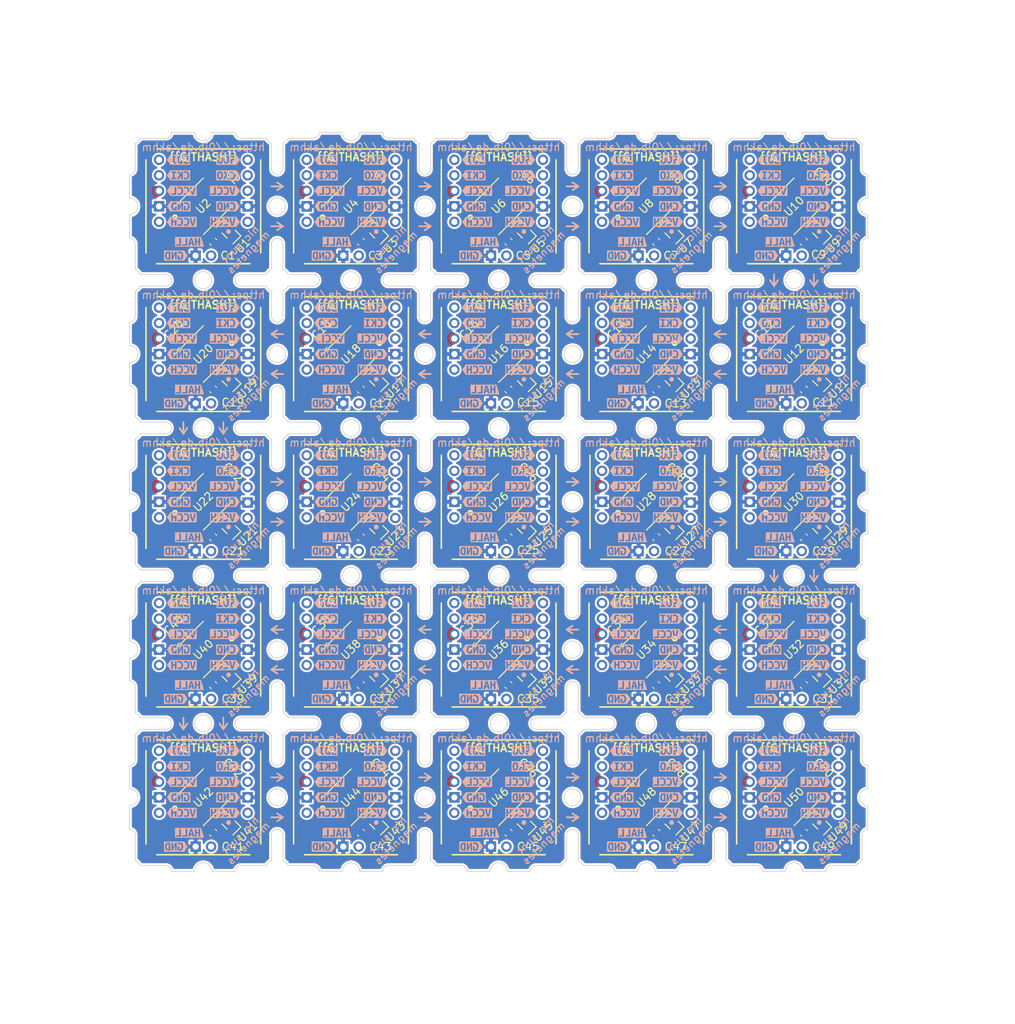
<source format=kicad_pcb>
(kicad_pcb (version 20240108) (generator "pcbnew") (generator_version "8.0")
  (layers (0 "F.Cu" signal) (31 "B.Cu" signal) (34 "B.Paste" user) (35 "F.Paste" user) (36 "B.SilkS" user "B.Silkscreen") (37 "F.SilkS" user "F.Silkscreen") (38 "B.Mask" user) (39 "F.Mask" user) (44 "Edge.Cuts" user))
  (net 0 "")
  (net 1 "vccl")
  (net 2 "row3.key1-ck")
  (net 3 "row3.key1-sd")
  (net 4 "row2-ck")
  (net 5 "row2-sd")
  (net 6 "row4.key4-sd")
  (net 7 "row4.key4-ck")
  (net 8 "row2.key3-sd")
  (net 9 "row2.key3-ck")
  (net 10 "row2.key2-ck")
  (net 11 "row2.key2-sd")
  (net 12 "row2.key1-sd")
  (net 13 "row2.key1-ck")
  (net 14 "row1-sd")
  (net 15 "row1-ck")
  (net 16 "row3.key4-sd")
  (net 17 "row3.key4-ck")
  (net 18 "row1.key3-ck")
  (net 19 "row1.key3-sd")
  (net 20 "row1.key2-ck")
  (net 21 "row1.key2-sd")
  (net 22 "row1.key1-sd")
  (net 23 "row1.key1-ck")
  (net 24 "sd")
  (net 25 "ck")
  (net 26 "row5.key4-sd")
  (net 27 "row5-sd")
  (net 28 "row5-ck")
  (net 29 "row5.key4-ck")
  (net 30 "row3.key2-sd")
  (net 31 "row3.key2-ck")
  (net 32 "row3.key3-sd")
  (net 33 "row3.key3-ck")
  (net 34 "row3-sd")
  (net 35 "row3-ck")
  (net 36 "row1.key4-ck")
  (net 37 "row1.key4-sd")
  (net 38 "row4.key1-sd")
  (net 39 "row4.key1-ck")
  (net 40 "row4.key2-ck")
  (net 41 "row4.key2-sd")
  (net 42 "row4.key3-sd")
  (net 43 "row4.key3-ck")
  (net 44 "sd-1")
  (net 45 "ck-1")
  (net 46 "row2.key4-sd")
  (net 47 "row2.key4-ck")
  (net 48 "row5.key1-sd")
  (net 49 "row5.key1-ck")
  (net 50 "row5.key2-ck")
  (net 51 "row5.key2-sd")
  (net 52 "row5.key3-ck")
  (net 53 "row5.key3-sd")
  (net 54 "vcch")
  (net 55 "gnd")
  (net 56 "row1.key1.hall.sensor-out")
  (net 57 "row5.key5.hall.sensor-out")
  (net 58 "row5.key4.hall.sensor-out")
  (net 59 "row5.key3.hall.sensor-out")
  (net 60 "row5.key2.hall.sensor-out")
  (net 61 "row5.key1.hall.sensor-out")
  (net 62 "row4.key5.hall.sensor-out")
  (net 63 "row4.key4.hall.sensor-out")
  (net 64 "row4.key3.hall.sensor-out")
  (net 65 "row4.key2.hall.sensor-out")
  (net 66 "row4.key1.hall.sensor-out")
  (net 67 "row3.key5.hall.sensor-out")
  (net 68 "row3.key4.hall.sensor-out")
  (net 69 "row3.key2.hall.sensor-out")
  (net 70 "row3.key3.hall.sensor-out")
  (net 71 "row1.key2.hall.sensor-out")
  (net 72 "row1.key3.hall.sensor-out")
  (net 73 "row1.key4.hall.sensor-out")
  (net 74 "row1.key5.hall.sensor-out")
  (net 75 "row2.key1.hall.sensor-out")
  (net 76 "row2.key3.hall.sensor-out")
  (net 77 "row2.key4.hall.sensor-out")
  (net 78 "row2.key5.hall.sensor-out")
  (net 79 "row3.key1.hall.sensor-out")
  (net 80 "row2.key2.hall.sensor-out")
  (footprint "lib:C0603" (layer "F.Cu") (at 117.945 83.147 -45)
    (property "Reference" "C13")
    (property "Value" "50V 100nF X7R ±10% 0603  Multilayer Ceramic Capacitors MLCC - SMD/SMT ROHS")
  )
  (footprint "lib:C0603" (layer "F.Cu") (at 101.435 95.72 135)
    (property "Reference" "C26")
    (property "Value" "50V 100nF X7R ±10% 0603  Multilayer Ceramic Capacitors MLCC - SMD/SMT ROHS")
  )
  (footprint "lib:conn_2" (layer "F.Cu") (at 58.525 65.875 90)
    (property "Reference" "J3" (hide yes))
    (property "Value" "" (hide yes))
  )
  (footprint "lib:SOT-23-3_L2.9-W1.3-P1.90-LS2.4-BR" (layer "F.Cu") (at 100.875 119.925 -135)
    (property "Reference" "U35")
    (property "Value" "")
  )
  (footprint "lib:arrows" (layer "F.Cu") (at 88.1 116.675 180)
    (property "Reference" "N36" (hide yes))
    (property "Value" "" (hide yes))
  )
  (footprint "lib:arrows" (layer "F.Cu") (at 135.725 107.15 -90)
    (property "Reference" "N30" (hide yes))
    (property "Value" "" (hide yes))
  )
  (footprint "lib:VoidSwitch" (layer "F.Cu") (at 135.725 59.525)
    (property "Reference" "N9" (hide yes))
    (property "Value" "")
  )
  (footprint "lib:conn_inter" (layer "F.Cu") (at 130.01 78.575 180)
    (property "Reference" "J17" (hide yes))
    (property "Value" "" (hide yes))
  )
  (footprint "lib:C0603" (layer "F.Cu") (at 98.895 121.247 -45)
    (property "Reference" "C35")
    (property "Value" "50V 100nF X7R ±10% 0603  Multilayer Ceramic Capacitors MLCC - SMD/SMT ROHS")
  )
  (footprint "lib:conn_inter" (layer "F.Cu") (at 110.96 59.525 180)
    (property "Reference" "J10" (hide yes))
    (property "Value" "" (hide yes))
  )
  (footprint "lib:conn_inter" (layer "F.Cu") (at 130.01 116.675 180)
    (property "Reference" "J47" (hide yes))
    (property "Value" "" (hide yes))
  )
  (footprint "lib:VoidSwitch" (layer "F.Cu") (at 59.525 135.725)
    (property "Reference" "N41" (hide yes))
    (property "Value" "")
  )
  (footprint "lib:conn_inter" (layer "F.Cu") (at 122.39 59.525 180)
    (property "Reference" "J11" (hide yes))
    (property "Value" "" (hide yes))
  )
  (footprint "lib:conn_2" (layer "F.Cu") (at 58.525 123.025 90)
    (property "Reference" "J60" (hide yes))
    (property "Value" "" (hide yes))
  )
  (footprint "lib:VoidSwitch" (layer "F.Cu") (at 135.725 116.675)
    (property "Reference" "N31" (hide yes))
    (property "Value" "")
  )
  (footprint "lib:conn_2" (layer "F.Cu") (at 77.575 123.025 90)
    (property "Reference" "J57" (hide yes))
    (property "Value" "" (hide yes))
  )
  (footprint "lib:SOT-23-3_L2.9-W1.3-P1.90-LS2.4-BR" (layer "F.Cu") (at 138.975 62.775 -135)
    (property "Reference" "U9")
    (property "Value" "")
  )
  (footprint "lib:conn_inter" (layer "F.Cu") (at 103.34 78.575 180)
    (property "Reference" "J22" (hide yes))
    (property "Value" "" (hide yes))
  )
  (footprint "lib:SMD_6P-L5.0-W5.0-TL" (layer "F.Cu") (at 135.725 97.625 45)
    (property "Reference" "U30")
    (property "Value" "")
  )
  (footprint "lib:arrows" (layer "F.Cu") (at 69.05 116.675 180)
    (property "Reference" "N38" (hide yes))
    (property "Value" "" (hide yes))
  )
  (footprint "lib:conn_2" (layer "F.Cu") (at 77.575 142.075 90)
    (property "Reference" "J66" (hide yes))
    (property "Value" "" (hide yes))
  )
  (footprint "lib:C0603" (layer "F.Cu") (at 82.385 95.72 135)
    (property "Reference" "C24")
    (property "Value" "50V 100nF X7R ±10% 0603  Multilayer Ceramic Capacitors MLCC - SMD/SMT ROHS")
  )
  (footprint "lib:C0603" (layer "F.Cu") (at 139.535 133.82 135)
    (property "Reference" "C50")
    (property "Value" "50V 100nF X7R ±10% 0603  Multilayer Ceramic Capacitors MLCC - SMD/SMT ROHS")
  )
  (footprint "lib:C0603" (layer "F.Cu") (at 120.485 57.62 135)
    (property "Reference" "C8")
    (property "Value" "50V 100nF X7R ±10% 0603  Multilayer Ceramic Capacitors MLCC - SMD/SMT ROHS")
  )
  (footprint "lib:conn_inter" (layer "F.Cu") (at 141.44 135.725 180)
    (property "Reference" "J74" (hide yes))
    (property "Value" "" (hide yes))
  )
  (footprint "lib:C0603" (layer "F.Cu") (at 136.995 140.297 -45)
    (property "Reference" "C49")
    (property "Value" "50V 100nF X7R ±10% 0603  Multilayer Ceramic Capacitors MLCC - SMD/SMT ROHS")
  )
  (footprint "lib:arrows" (layer "F.Cu") (at 107.15 78.575 180)
    (property "Reference" "N14" (hide yes))
    (property "Value" "" (hide yes))
  )
  (footprint "lib:arrows" (layer "F.Cu") (at 69.05 97.625)
    (property "Reference" "N22" (hide yes))
    (property "Value" "" (hide yes))
  )
  (footprint "lib:VoidSwitch" (layer "F.Cu") (at 97.625 78.575)
    (property "Reference" "N15" (hide yes))
    (property "Value" "")
  )
  (footprint "lib:SMD_6P-L5.0-W5.0-TL" (layer "F.Cu") (at 78.575 116.675 -135)
    (property "Reference" "U38")
    (property "Value" "")
  )
  (footprint "lib:conn_inter" (layer "F.Cu") (at 84.29 78.575 180)
    (property "Reference" "J25" (hide yes))
    (property "Value" "" (hide yes))
  )
  (footprint "lib:C0603" (layer "F.Cu") (at 60.795 83.147 -45)
    (property "Reference" "C19")
    (property "Value" "50V 100nF X7R ±10% 0603  Multilayer Ceramic Capacitors MLCC - SMD/SMT ROHS")
  )
  (footprint "lib:conn_2" (layer "F.Cu") (at 96.625 142.075 90)
    (property "Reference" "J69" (hide yes))
    (property "Value" "" (hide yes))
  )
  (footprint "lib:conn_inter" (layer "F.Cu") (at 72.86 59.525 180)
    (property "Reference" "J4" (hide yes))
    (property "Value" "" (hide yes))
  )
  (footprint "lib:conn_inter" (layer "F.Cu") (at 53.81 97.625 180)
    (property "Reference" "J31" (hide yes))
    (property "Value" "" (hide yes))
  )
  (footprint "lib:conn_inter" (layer "F.Cu") (at 122.39 116.675 180)
    (property "Reference" "J49" (hide yes))
    (property "Value" "" (hide yes))
  )
  (footprint "lib:SMD_6P-L5.0-W5.0-TL" (layer "F.Cu") (at 97.625 59.525 45)
    (property "Reference" "U6")
    (property "Value" "")
  )
  (footprint "lib:conn_inter" (layer "F.Cu") (at 72.86 116.675 180)
    (property "Reference" "J56" (hide yes))
    (property "Value" "" (hide yes))
  )
  (footprint "lib:conn_2" (layer "F.Cu") (at 115.675 65.875 90)
    (property "Reference" "J12" (hide yes))
    (property "Value" "" (hide yes))
  )
  (footprint "lib:SMD_6P-L5.0-W5.0-TL" (layer "F.Cu") (at 59.525 97.625 45)
    (property "Reference" "U22")
    (property "Value" "")
  )
  (footprint "lib:SMD_6P-L5.0-W5.0-TL" (layer "F.Cu") (at 59.525 116.675 -135)
    (property "Reference" "U40")
    (property "Value" "")
  )
  (footprint "lib:SOT-23-3_L2.9-W1.3-P1.90-LS2.4-BR" (layer "F.Cu") (at 100.875 81.825 -135)
    (property "Reference" "U15")
    (property "Value" "")
  )
  (footprint "lib:SOT-23-3_L2.9-W1.3-P1.90-LS2.4-BR" (layer "F.Cu") (at 138.975 119.925 -135)
    (property "Reference" "U31")
    (property "Value" "")
  )
  (footprint "lib:conn_inter" (layer "F.Cu") (at 91.91 59.525 180)
    (property "Reference" "J7" (hide yes))
    (property "Value" "" (hide yes))
  )
  (footprint "lib:C0603" (layer "F.Cu") (at 98.895 83.147 -45)
    (property "Reference" "C15")
    (property "Value" "50V 100nF X7R ±10% 0603  Multilayer Ceramic Capacitors MLCC - SMD/SMT ROHS")
  )
  (footprint "lib:C0603" (layer "F.Cu") (at 139.535 57.62 135)
    (property "Reference" "C10")
    (property "Value" "50V 100nF X7R ±10% 0603  Multilayer Ceramic Capacitors MLCC - SMD/SMT ROHS")
  )
  (footprint "lib:conn_inter" (layer "F.Cu") (at 130.01 135.725 180)
    (property "Reference" "J73" (hide yes))
    (property "Value" "" (hide yes))
  )
  (footprint "lib:conn_2" (layer "F.Cu") (at 96.625 65.875 90)
    (property "Reference" "J9" (hide yes))
    (property "Value" "" (hide yes))
  )
  (footprint "lib:SOT-23-3_L2.9-W1.3-P1.90-LS2.4-BR" (layer "F.Cu") (at 62.775 138.975 -135)
    (property "Reference" "U41")
    (property "Value" "")
  )
  (footprint "lib:conn_inter" (layer "F.Cu") (at 103.34 59.525 180)
    (property "Reference" "J8" (hide yes))
    (property "Value" "" (hide yes))
  )
  (footprint "lib:SOT-23-3_L2.9-W1.3-P1.90-LS2.4-BR" (layer "F.Cu") (at 81.825 119.925 -135)
    (property "Reference" "U37")
    (property "Value" "")
  )
  (footprint "lib:conn_2" (layer "F.Cu") (at 77.575 65.875 90)
    (property "Reference" "J6" (hide yes))
    (property "Value" "" (hide yes))
  )
  (footprint "lib:conn_inter" (layer "F.Cu") (at 53.81 78.575 180)
    (property "Reference" "J29" (hide yes))
    (property "Value" "" (hide yes))
  )
  (footprint "lib:arrows" (layer "F.Cu") (at 126.2 78.575 180)
    (property "Reference" "N12" (hide yes))
    (property "Value" "" (hide yes))
  )
  (footprint "lib:conn_2" (layer "F.Cu") (at 134.725 103.975 90)
    (property "Reference" "J45" (hide yes))
    (property "Value" "" (hide yes))
  )
  (footprint "lib:C0603" (layer "F.Cu") (at 113.119 77.432 45)
    (property "Reference" "C14")
    (property "Value" "50V 100nF X7R ±10% 0603  Multilayer Ceramic Capacitors MLCC - SMD/SMT ROHS")
  )
  (footprint "lib:conn_2" (layer "F.Cu") (at 96.625 103.975 90)
    (property "Reference" "J39" (hide yes))
    (property "Value" "" (hide yes))
  )
  (footprint "lib:C0603" (layer "F.Cu") (at 136.995 83.147 -45)
    (property "Reference" "C11")
    (property "Value" "50V 100nF X7R ±10% 0603  Multilayer Ceramic Capacitors MLCC - SMD/SMT ROHS")
  )
  (footprint "lib:VoidSwitch" (layer "F.Cu") (at 97.625 97.625)
    (property "Reference" "N25" (hide yes))
    (property "Value" "")
  )
  (footprint "lib:conn_2" (layer "F.Cu") (at 77.575 84.925 90)
    (property "Reference" "J27" (hide yes))
    (property "Value" "" (hide yes))
  )
  (footprint "lib:SOT-23-3_L2.9-W1.3-P1.90-LS2.4-BR" (layer "F.Cu") (at 100.875 138.975 -135)
    (property "Reference" "U45")
    (property "Value" "")
  )
  (footprint "lib:conn_inter" (layer "F.Cu") (at 130.01 59.525 180)
    (property "Reference" "J13" (hide yes))
    (property "Value" "" (hide yes))
  )
  (footprint "lib:SMD_6P-L5.0-W5.0-TL" (layer "F.Cu") (at 97.625 78.575 -135)
    (property "Reference" "U16")
    (property "Value" "")
  )
  (footprint "lib:conn_2" (layer "F.Cu") (at 115.675 103.975 90)
    (property "Reference" "J42" (hide yes))
    (property "Value" "" (hide yes))
  )
  (footprint "lib:conn_inter" (layer "F.Cu") (at 65.24 97.72 180)
    (property "Reference" "J32" (hide yes))
    (property "Value" "" (hide yes))
  )
  (footprint "lib:C0603" (layer "F.Cu") (at 94.069 115.532 45)
    (property "Reference" "C36")
    (property "Value" "50V 100nF X7R ±10% 0603  Multilayer Ceramic Capacitors MLCC - SMD/SMT ROHS")
  )
  (footprint "lib:SOT-23-3_L2.9-W1.3-P1.90-LS2.4-BR" (layer "F.Cu") (at 119.925 119.925 -135)
    (property "Reference" "U33")
    (property "Value" "")
  )
  (footprint "lib:VoidSwitch" (layer "F.Cu") (at 116.675 78.575)
    (property "Reference" "N13" (hide yes))
    (property "Value" "")
  )
  (footprint "lib:VoidSwitch" (layer "F.Cu") (at 135.725 78.575)
    (property "Reference" "N11" (hide yes))
    (property "Value" "")
  )
  (footprint "lib:C0603" (layer "F.Cu") (at 117.945 64.097 -45)
    (property "Reference" "C7")
    (property "Value" "50V 100nF X7R ±10% 0603  Multilayer Ceramic Capacitors MLCC - SMD/SMT ROHS")
  )
  (footprint "lib:SOT-23-3_L2.9-W1.3-P1.90-LS2.4-BR" (layer "F.Cu") (at 119.925 100.875 -135)
    (property "Reference" "U27")
    (property "Value" "")
  )
  (footprint "lib:conn_inter" (layer "F.Cu") (at 110.96 97.625 180)
    (property "Reference" "J40" (hide yes))
    (property "Value" "" (hide yes))
  )
  (footprint "lib:conn_inter" (layer "F.Cu") (at 65.24 135.725 180)
    (property "Reference" "J62" (hide yes))
    (property "Value" "" (hide yes))
  )
  (footprint "lib:C0603" (layer "F.Cu") (at 120.485 133.82 135)
    (property "Reference" "C48")
    (property "Value" "50V 100nF X7R ±10% 0603  Multilayer Ceramic Capacitors MLCC - SMD/SMT ROHS")
  )
  (footprint "lib:VoidSwitch" (layer "F.Cu") (at 135.725 97.625)
    (property "Reference" "N29" (hide yes))
    (property "Value" "")
  )
  (footprint "lib:conn_inter" (layer "F.Cu") (at 122.39 135.725 180)
    (property "Reference" "J71" (hide yes))
    (property "Value" "" (hide yes))
  )
  (footprint "lib:C0603" (layer "F.Cu") (at 98.895 64.097 -45)
    (property "Reference" "C5")
    (property "Value" "50V 100nF X7R ±10% 0603  Multilayer Ceramic Capacitors MLCC - SMD/SMT ROHS")
  )
  (footprint "lib:C0603" (layer "F.Cu") (at 79.845 83.147 -45)
    (property "Reference" "C17")
    (property "Value" "50V 100nF X7R ±10% 0603  Multilayer Ceramic Capacitors MLCC - SMD/SMT ROHS")
  )
  (footprint "lib:VoidSwitch" (layer "F.Cu") (at 59.525 97.625)
    (property "Reference" "N21" (hide yes))
    (property "Value" "")
  )
  (footprint "lib:C0603" (layer "F.Cu") (at 136.995 121.247 -45)
    (property "Reference" "C31")
    (property "Value" "50V 100nF X7R ±10% 0603  Multilayer Ceramic Capacitors MLCC - SMD/SMT ROHS")
  )
  (footprint "lib:SOT-23-3_L2.9-W1.3-P1.90-LS2.4-BR" (layer "F.Cu") (at 81.825 100.875 -135)
    (property "Reference" "U23")
    (property "Value" "")
  )
  (footprint "lib:arrows" (layer "F.Cu") (at 59.525 88.1 -90)
    (property "Reference" "N20" (hide yes))
    (property "Value" "" (hide yes))
  )
  (footprint "lib:arrows" (layer "F.Cu") (at 107.15 59.525)
    (property "Reference" "N6" (hide yes))
    (property "Value" "" (hide yes))
  )
  (footprint "lib:SOT-23-3_L2.9-W1.3-P1.90-LS2.4-BR" (layer "F.Cu") (at 62.775 100.875 -135)
    (property "Reference" "U21")
    (property "Value" "")
  )
  (footprint "lib:SOT-23-3_L2.9-W1.3-P1.90-LS2.4-BR" (layer "F.Cu") (at 62.775 62.775 -135)
    (property "Reference" "U1")
    (property "Value" "")
  )
  (footprint "lib:conn_inter" (layer "F.Cu") (at 91.91 116.675 180)
    (property "Reference" "J53" (hide yes))
    (property "Value" "" (hide yes))
  )
  (footprint "lib:VoidSwitch" (layer "F.Cu") (at 59.525 78.575)
    (property "Reference" "N19" (hide yes))
    (property "Value" "")
  )
  (footprint "lib:arrows" (layer "F.Cu") (at 88.1 135.725)
    (property "Reference" "N44" (hide yes))
    (property "Value" "" (hide yes))
  )
  (footprint "lib:SMD_6P-L5.0-W5.0-TL" (layer "F.Cu") (at 59.525 59.525 45)
    (property "Reference" "U2")
    (property "Value" "")
  )
  (footprint "lib:arrows" (layer "F.Cu") (at 59.525 126.2 -90)
    (property "Reference" "N40" (hide yes))
    (property "Value" "" (hide yes))
  )
  (footprint "lib:conn_2" (layer "F.Cu") (at 96.625 84.925 90)
    (property "Reference" "J24" (hide yes))
    (property "Value" "" (hide yes))
  )
  (footprint "lib:VoidSwitch" (layer "F.Cu") (at 135.725 135.725)
    (property "Reference" "N49" (hide yes))
    (property "Value" "")
  )
  (footprint "lib:SMD_6P-L5.0-W5.0-TL" (layer "F.Cu") (at 59.525 135.725 45)
    (property "Reference" "U42")
    (property "Value" "")
  )
  (footprint "lib:conn_inter" (layer "F.Cu") (at 103.34 97.72 180)
    (property "Reference" "J38" (hide yes))
    (property "Value" "" (hide yes))
  )
  (footprint "lib:VoidSwitch" (layer "F.Cu") (at 78.575 59.525)
    (property "Reference" "N3" (hide yes))
    (property "Value" "")
  )
  (footprint "lib:C0603" (layer "F.Cu") (at 98.895 140.297 -45)
    (property "Reference" "C45")
    (property "Value" "50V 100nF X7R ±10% 0603  Multilayer Ceramic Capacitors MLCC - SMD/SMT ROHS")
  )
  (footprint "lib:SOT-23-3_L2.9-W1.3-P1.90-LS2.4-BR" (layer "F.Cu") (at 81.825 81.825 -135)
    (property "Reference" "U17")
    (property "Value" "")
  )
  (footprint "lib:arrows" (layer "F.Cu") (at 88.1 97.625)
    (property "Reference" "N24" (hide yes))
    (property "Value" "" (hide yes))
  )
  (footprint "lib:C0603" (layer "F.Cu") (at 113.119 115.532 45)
    (property "Reference" "C34")
    (property "Value" "50V 100nF X7R ±10% 0603  Multilayer Ceramic Capacitors MLCC - SMD/SMT ROHS")
  )
  (footprint "lib:conn_inter" (layer "F.Cu") (at 84.29 135.725 180)
    (property "Reference" "J65" (hide yes))
    (property "Value" "" (hide yes))
  )
  (footprint "lib:C0603" (layer "F.Cu") (at 60.795 64.097 -45)
    (property "Reference" "C1")
    (property "Value" "50V 100nF X7R ±10% 0603  Multilayer Ceramic Capacitors MLCC - SMD/SMT ROHS")
  )
  (footprint "lib:arrows" (layer "F.Cu") (at 135.725 69.05 -90)
    (property "Reference" "N10" (hide yes))
    (property "Value" "" (hide yes))
  )
  (footprint "lib:arrows" (layer "F.Cu") (at 126.2 116.675 180)
    (property "Reference" "N32" (hide yes))
    (property "Value" "" (hide yes))
  )
  (footprint "lib:SOT-23-3_L2.9-W1.3-P1.90-LS2.4-BR" (layer "F.Cu") (at 119.925 138.975 -135)
    (property "Reference" "U47")
    (property "Value" "")
  )
  (footprint "lib:SMD_6P-L5.0-W5.0-TL" (layer "F.Cu") (at 78.575 59.525 45)
    (property "Reference" "U4")
    (property "Value" "")
  )
  (footprint "lib:C0603" (layer "F.Cu") (at 79.845 140.297 -45)
    (property "Reference" "C43")
    (property "Value" "50V 100nF X7R ±10% 0603  Multilayer Ceramic Capacitors MLCC - SMD/SMT ROHS")
  )
  (footprint "lib:conn_inter" (layer "F.Cu") (at 103.34 116.675 180)
    (property "Reference" "J52" (hide yes))
    (property "Value" "" (hide yes))
  )
  (footprint "lib:C0603" (layer "F.Cu") (at 117.945 121.247 -45)
    (property "Reference" "C33")
    (property "Value" "50V 100nF X7R ±10% 0603  Multilayer Ceramic Capacitors MLCC - SMD/SMT ROHS")
  )
  (footprint "lib:SMD_6P-L5.0-W5.0-TL" (layer "F.Cu") (at 78.575 97.625 45)
    (property "Reference" "U24")
    (property "Value" "")
  )
  (footprint "lib:SMD_6P-L5.0-W5.0-TL" (layer "F.Cu") (at 59.525 78.575 -135)
    (property "Reference" "U20")
    (property "Value" "")
  )
  (footprint "lib:conn_inter" (layer "F.Cu") (at 91.91 78.575 180)
    (property "Reference" "J23" (hide yes))
    (property "Value" "" (hide yes))
  )
  (footprint "lib:conn_inter" (layer "F.Cu") (at 110.96 78.575 180)
    (property "Reference" "J20" (hide yes))
    (property "Value" "" (hide yes))
  )
  (footprint "lib:conn_2" (layer "F.Cu") (at 134.725 84.925 90)
    (property "Reference" "J18" (hide yes))
    (property "Value" "" (hide yes))
  )
  (footprint "lib:C0603" (layer "F.Cu") (at 101.435 133.82 135)
    (property "Reference" "C46")
    (property "Value" "50V 100nF X7R ±10% 0603  Multilayer Ceramic Capacitors MLCC - SMD/SMT ROHS")
  )
  (footprint "lib:VoidSwitch" (layer "F.Cu") (at 78.575 116.675)
    (property "Reference" "N37" (hide yes))
    (property "Value" "")
  )
  (footprint "lib:conn_inter" (layer "F.Cu") (at 141.44 78.575 180)
    (property "Reference" "J16" (hide yes))
    (property "Value" "" (hide yes))
  )
  (footprint "lib:C0603" (layer "F.Cu") (at 55.969 115.532 45)
    (property "Reference" "C40")
    (property "Value" "50V 100nF X7R ±10% 0603  Multilayer Ceramic Capacitors MLCC - SMD/SMT ROHS")
  )
  (footprint "lib:C0603" (layer "F.Cu") (at 75.019 115.532 45)
    (property "Reference" "C38")
    (property "Value" "50V 100nF X7R ±10% 0603  Multilayer Ceramic Capacitors MLCC - SMD/SMT ROHS")
  )
  (footprint "lib:conn_inter" (layer "F.Cu") (at 65.24 59.525 180)
    (property "Reference" "J2" (hide yes))
    (property "Value" "" (hide yes))
  )
  (footprint "lib:SMD_6P-L5.0-W5.0-TL" (layer "F.Cu") (at 116.675 97.625 45)
    (property "Reference" "U28")
    (property "Value" "")
  )
  (footprint "lib:VoidSwitch" (layer "F.Cu") (at 116.675 135.725)
    (property "Reference" "N47" (hide yes))
    (property "Value" "")
  )
  (footprint "lib:C0603" (layer "F.Cu") (at 79.845 102.197 -45)
    (property "Reference" "C23")
    (property "Value" "50V 100nF X7R ±10% 0603  Multilayer Ceramic Capacitors MLCC - SMD/SMT ROHS")
  )
  (footprint "lib:VoidSwitch" (layer "F.Cu") (at 78.575 135.725)
    (property "Reference" "N43" (hide yes))
    (property "Value" "")
  )
  (footprint "lib:arrows" (layer "F.Cu") (at 69.05 135.725)
    (property "Reference" "N42" (hide yes))
    (property "Value" "" (hide yes))
  )
  (footprint "lib:conn_inter" (layer "F.Cu") (at 91.91 97.625 180)
    (property "Reference" "J37" (hide yes))
    (property "Value" "" (hide yes))
  )
  (footprint "lib:conn_inter" (layer "F.Cu") (at 84.29 116.675 180)
    (property "Reference" "J55" (hide yes))
    (property "Value" "" (hide yes))
  )
  (footprint "lib:SMD_6P-L5.0-W5.0-TL" (layer "F.Cu") (at 78.575 135.725 45)
    (property "Reference" "U44")
    (property "Value" "")
  )
  (footprint "lib:conn_inter" (layer "F.Cu") (at 72.86 78.575 180)
    (property "Reference" "J26" (hide yes))
    (property "Value" "" (hide yes))
  )
  (footprint "lib:conn_inter" (layer "F.Cu") (at 122.39 97.72 180)
    (property "Reference" "J41" (hide yes))
    (property "Value" "" (hide yes))
  )
  (footprint "lib:C0603" (layer "F.Cu") (at 79.845 121.247 -45)
    (property "Reference" "C37")
    (property "Value" "50V 100nF X7R ±10% 0603  Multilayer Ceramic Capacitors MLCC - SMD/SMT ROHS")
  )
  (footprint "lib:C0603" (layer "F.Cu") (at 120.485 95.72 135)
    (property "Reference" "C28")
    (property "Value" "50V 100nF X7R ±10% 0603  Multilayer Ceramic Capacitors MLCC - SMD/SMT ROHS")
  )
  (footprint "lib:C0603" (layer "F.Cu") (at 94.069 77.432 45)
    (property "Reference" "C16")
    (property "Value" "50V 100nF X7R ±10% 0603  Multilayer Ceramic Capacitors MLCC - SMD/SMT ROHS")
  )
  (footprint "lib:SMD_6P-L5.0-W5.0-TL" (layer "F.Cu") (at 78.575 78.575 -135)
    (property "Reference" "U18")
    (property "Value" "")
  )
  (footprint "lib:conn_2" (layer "F.Cu") (at 115.675 84.925 90)
    (property "Reference" "J21" (hide yes))
    (property "Value" "" (hide yes))
  )
  (footprint "lib:C0603" (layer "F.Cu") (at 82.385 133.82 135)
    (property "Reference" "C44")
    (property "Value" "50V 100nF X7R ±10% 0603  Multilayer Ceramic Capacitors MLCC - SMD/SMT ROHS")
  )
  (footprint "lib:conn_inter" (layer "F.Cu") (at 53.81 135.725 180)
    (property "Reference" "J61" (hide yes))
    (property "Value" "" (hide yes))
  )
  (footprint "lib:C0603" (layer "F.Cu") (at 139.535 95.72 135)
    (property "Reference" "C30")
    (property "Value" "50V 100nF X7R ±10% 0603  Multilayer Ceramic Capacitors MLCC - SMD/SMT ROHS")
  )
  (footprint "lib:C0603" (layer "F.Cu") (at 98.895 102.197 -45)
    (property "Reference" "C25")
    (property "Value" "50V 100nF X7R ±10% 0603  Multilayer Ceramic Capacitors MLCC - SMD/SMT ROHS")
  )
  (footprint "lib:C0603" (layer "F.Cu") (at 60.795 140.297 -45)
    (property "Reference" "C41")
    (property "Value" "50V 100nF X7R ±10% 0603  Multilayer Ceramic Capacitors MLCC - SMD/SMT ROHS")
  )
  (footprint "lib:SOT-23-3_L2.9-W1.3-P1.90-LS2.4-BR" (layer "F.Cu") (at 100.875 62.775 -135)
    (property "Reference" "U5")
    (property "Value" "")
  )
  (footprint "lib:conn_2" (layer "F.Cu") (at 134.725 65.875 90)
    (property "Reference" "J15" (hide yes))
    (property "Value" "" (hide yes))
  )
  (footprint "lib:VoidSwitch" (layer "F.Cu") (at 116.806 97.625)
    (property "Reference" "N27" (hide yes))
    (property "Value" "")
  )
  (footprint "lib:VoidSwitch" (layer "F.Cu") (at 97.625 135.725)
    (property "Reference" "N45" (hide yes))
    (property "Value" "")
  )
  (footprint "lib:conn_inter" (layer "F.Cu") (at 53.81 116.675 180)
    (property "Reference" "J59" (hide yes))
    (property "Value" "" (hide yes))
  )
  (footprint "lib:SMD_6P-L5.0-W5.0-TL" (layer "F.Cu") (at 135.725 116.675 -135)
    (property "Reference" "U32")
    (property "Value" "")
  )
  (footprint "lib:SOT-23-3_L2.9-W1.3-P1.90-LS2.4-BR" (layer "F.Cu") (at 119.925 81.825 -135)
    (property "Reference" "U13")
    (property "Value" "")
  )
  (footprint "lib:SMD_6P-L5.0-W5.0-TL" (layer "F.Cu") (at 97.625 135.725 45)
    (property "Reference" "U46")
    (property "Value" "")
  )
  (footprint "lib:SOT-23-3_L2.9-W1.3-P1.90-LS2.4-BR" (layer "F.Cu") (at 138.975 81.825 -135)
    (property "Reference" "U11")
    (property "Value" "")
  )
  (footprint "lib:SOT-23-3_L2.9-W1.3-P1.90-LS2.4-BR" (layer "F.Cu") (at 138.975 100.875 -135)
    (property "Reference" "U29")
    (property "Value" "")
  )
  (footprint "lib:C0603" (layer "F.Cu") (at 60.795 102.197 -45)
    (property "Reference" "C21")
    (property "Value" "50V 100nF X7R ±10% 0603  Multilayer Ceramic Capacitors MLCC - SMD/SMT ROHS")
  )
  (footprint "lib:conn_2" (layer "F.Cu") (at 134.725 123.025 90)
    (property "Reference" "J48" (hide yes))
    (property "Value" "" (hide yes))
  )
  (footprint "lib:SOT-23-3_L2.9-W1.3-P1.90-LS2.4-BR" (layer "F.Cu") (at 62.775 81.825 -135)
    (property "Reference" "U19")
    (property "Value" "")
  )
  (footprint "lib:arrows" (layer "F.Cu") (at 126.2 59.525)
    (property "Reference" "N8" (hide yes))
    (property "Value" "" (hide yes))
  )
  (footprint "lib:C0603" (layer "F.Cu") (at 60.795 121.247 -45)
    (property "Reference" "C39")
    (property "Value" "50V 100nF X7R ±10% 0603  Multilayer Ceramic Capacitors MLCC - SMD/SMT ROHS")
  )
  (footprint "lib:SMD_6P-L5.0-W5.0-TL" (layer "F.Cu") (at 97.625 116.675 -135)
    (property "Reference" "U36")
    (property "Value" "")
  )
  (footprint "lib:conn_inter" (layer "F.Cu") (at 141.44 59.525 180)
    (property "Reference" "J14" (hide yes))
    (property "Value" "" (hide yes))
  )
  (footprint "lib:conn_inter" (layer "F.Cu") (at 53.81 59.525 180)
    (property "Reference" "J1" (hide yes))
    (property "Value" "" (hide yes))
  )
  (footprint "lib:arrows" (layer "F.Cu") (at 107.15 97.625)
    (property "Reference" "N26" (hide yes))
    (property "Value" "" (hide yes))
  )
  (footprint "lib:C0603" (layer "F.Cu") (at 136.995 102.197 -45)
    (property "Reference" "C29")
    (property "Value" "50V 100nF X7R ±10% 0603  Multilayer Ceramic Capacitors MLCC - SMD/SMT ROHS")
  )
  (footprint "lib:conn_inter" (layer "F.Cu") (at 84.29 59.525 180)
    (property "Reference" "J5" (hide yes))
    (property "Value" "" (hide yes))
  )
  (footprint "lib:C0603" (layer "F.Cu") (at 63.335 133.82 135)
    (property "Reference" "C42")
    (property "Value" "50V 100nF X7R ±10% 0603  Multilayer Ceramic Capacitors MLCC - SMD/SMT ROHS")
  )
  (footprint "lib:VoidSwitch" (layer "F.Cu") (at 97.625 59.525)
    (property "Reference" "N5" (hide yes))
    (property "Value" "")
  )
  (footprint "lib:SOT-23-3_L2.9-W1.3-P1.90-LS2.4-BR" (layer "F.Cu") (at 100.875 100.875 -135)
    (property "Reference" "U25")
    (property "Value" "")
  )
  (footprint "lib:SMD_6P-L5.0-W5.0-TL" (layer "F.Cu") (at 116.675 78.575 -135)
    (property "Reference" "U14")
    (property "Value" "")
  )
  (footprint "lib:VoidSwitch" (layer "F.Cu") (at 78.575 97.625)
    (property "Reference" "N23" (hide yes))
    (property "Value" "")
  )
  (footprint "lib:C0603" (layer "F.Cu") (at 75.019 77.432 45)
    (property "Reference" "C18")
    (property "Value" "50V 100nF X7R ±10% 0603  Multilayer Ceramic Capacitors MLCC - SMD/SMT ROHS")
  )
  (footprint "lib:conn_inter" (layer "F.Cu") (at 141.44 116.675 180)
    (property "Reference" "J46" (hide yes))
    (property "Value" "" (hide yes))
  )
  (footprint "lib:arrows" (layer "F.Cu") (at 88.1 78.575 180)
    (property "Reference" "N16" (hide yes))
    (property "Value" "" (hide yes))
  )
  (footprint "lib:C0603" (layer "F.Cu") (at 63.335 95.72 135)
    (property "Reference" "C22")
    (property "Value" "50V 100nF X7R ±10% 0603  Multilayer Ceramic Capacitors MLCC - SMD/SMT ROHS")
  )
  (footprint "lib:VoidSwitch" (layer "F.Cu") (at 59.525 59.525)
    (property "Reference" "N1" (hide yes))
    (property "Value" "")
  )
  (footprint "lib:VoidSwitch" (layer "F.Cu") (at 116.675 59.525)
    (property "Reference" "N7" (hide yes))
    (property "Value" "")
  )
  (footprint "lib:arrows" (layer "F.Cu") (at 107.15 116.675 180)
    (property "Reference" "N34" (hide yes))
    (property "Value" "" (hide yes))
  )
  (footprint "lib:SOT-23-3_L2.9-W1.3-P1.90-LS2.4-BR" (layer "F.Cu") (at 138.975 138.975 -135)
    (property "Reference" "U49")
    (property "Value" "")
  )
  (footprint "lib:SMD_6P-L5.0-W5.0-TL" (layer "F.Cu") (at 97.625 97.625 45)
    (property "Reference" "U26")
    (property "Value" "")
  )
  (footprint "lib:conn_2" (layer "F.Cu") (at 58.525 103.975 90)
    (property "Reference" "J33" (hide yes))
    (property "Value" "" (hide yes))
  )
  (footprint "lib:C0603" (layer "F.Cu") (at 63.335 57.62 135)
    (property "Reference" "C2")
    (property "Value" "50V 100nF X7R ±10% 0603  Multilayer Ceramic Capacitors MLCC - SMD/SMT ROHS")
  )
  (footprint "lib:conn_inter" (layer "F.Cu") (at 141.44 97.72 180)
    (property "Reference" "J44" (hide yes))
    (property "Value" "" (hide yes))
  )
  (footprint "lib:conn_inter" (layer "F.Cu") (at 122.39 78.575 180)
    (property "Reference" "J19" (hide yes))
    (property "Value" "" (hide yes))
  )
  (footprint "lib:conn_inter" (layer "F.Cu") (at 110.96 116.675 180)
    (property "Reference" "J50" (hide yes))
    (property "Value" "" (hide yes))
  )
  (footprint "lib:C0603" (layer "F.Cu") (at 132.169 115.532 45)
    (property "Reference" "C32")
    (property "Value" "50V 100nF X7R ±10% 0603  Multilayer Ceramic Capacitors MLCC - SMD/SMT ROHS")
  )
  (footprint "lib:conn_inter" (layer "F.Cu") (at 110.96 135.725 180)
    (property "Reference" "J70" (hide yes))
    (property "Value" "" (hide yes))
  )
  (footprint "lib:conn_inter" (layer "F.Cu") (at 65.24 78.575 180)
    (property "Reference" "J28" (hide yes))
    (property "Value" "" (hide yes))
  )
  (footprint "lib:C0603" (layer "F.Cu") (at 132.169 77.432 45)
    (property "Reference" "C12")
    (property "Value" "50V 100nF X7R ±10% 0603  Multilayer Ceramic Capacitors MLCC - SMD/SMT ROHS")
  )
  (footprint "lib:SOT-23-3_L2.9-W1.3-P1.90-LS2.4-BR" (layer "F.Cu") (at 81.825 62.775 -135)
    (property "Reference" "U3")
    (property "Value" "")
  )
  (footprint "lib:conn_inter" (layer "F.Cu") (at 72.86 97.625 180)
    (property "Reference" "J34" (hide yes))
    (property "Value" "" (hide yes))
  )
  (footprint "lib:conn_inter" (layer "F.Cu") (at 130.01 97.625 180)
    (property "Reference" "J43" (hide yes))
    (property "Value" "" (hide yes))
  )
  (footprint "lib:arrows" (layer "F.Cu") (at 126.2 135.725)
    (property "Reference" "N48" (hide yes))
    (property "Value" "" (hide yes))
  )
  (footprint "lib:SOT-23-3_L2.9-W1.3-P1.90-LS2.4-BR" (layer "F.Cu") (at 119.925 62.775 -135)
    (property "Reference" "U7")
    (property "Value" "")
  )
  (footprint "lib:C0603" (layer "F.Cu") (at 79.845 64.097 -45)
    (property "Reference" "C3")
    (property "Value" "50V 100nF X7R ±10% 0603  Multilayer Ceramic Capacitors MLCC - SMD/SMT ROHS")
  )
  (footprint "lib:conn_2" (layer "F.Cu") (at 58.525 142.075 90)
    (property "Reference" "J63" (hide yes))
    (property "Value" "" (hide yes))
  )
  (footprint "lib:arrows" (layer "F.Cu") (at 69.05 59.525)
    (property "Reference" "N2" (hide yes))
    (property "Value" "" (hide yes))
  )
  (footprint "lib:SMD_6P-L5.0-W5.0-TL" (layer "F.Cu") (at 135.725 78.575 -135)
    (property "Reference" "U12")
    (property "Value" "")
  )
  (footprint "lib:conn_2" (layer "F.Cu") (at 134.725 142.075 90)
    (property "Reference" "J75" (hide yes))
    (property "Value" "" (hide yes))
  )
  (footprint "lib:SOT-23-3_L2.9-W1.3-P1.90-LS2.4-BR" (layer "F.Cu") (at 81.825 138.975 -135)
    (property "Reference" "U43")
    (property "Value" "")
  )
  (footprint "lib:SMD_6P-L5.0-W5.0-TL" (layer "F.Cu") (at 116.675 135.725 45)
    (property "Reference" "U48")
    (property "Value" "")
  )
  (footprint "lib:conn_2" (layer "F.Cu") (at 58.525 84.925 90)
    (property "Reference" "J30" (hide yes))
    (property "Value" "" (hide yes))
  )
  (footprint "lib:SMD_6P-L5.0-W5.0-TL" (layer "F.Cu") (at 135.725 59.525 45)
    (property "Reference" "U10")
    (property "Value" "")
  )
  (footprint "lib:arrows" (layer "F.Cu") (at 126.2 97.625)
    (property "Reference" "N28" (hide yes))
    (property "Value" "" (hide yes))
  )
  (footprint "lib:SMD_6P-L5.0-W5.0-TL" (layer "F.Cu") (at 116.675 116.675 -135)
    (property "Reference" "U34")
    (property "Value" "")
  )
  (footprint "lib:conn_2" (layer "F.Cu") (at 77.575 103.975 90)
    (property "Reference" "J36" (hide yes))
    (property "Value" "" (hide yes))
  )
  (footprint "lib:arrows" (layer "F.Cu") (at 88.1 59.525)
    (property "Reference" "N4" (hide yes))
    (property "Value" "" (hide yes))
  )
  (footprint "lib:C0603" (layer "F.Cu") (at 82.385 57.62 135)
    (property "Reference" "C4")
    (property "Value" "50V 100nF X7R ±10% 0603  Multilayer Ceramic Capacitors MLCC - SMD/SMT ROHS")
  )
  (footprint "lib:conn_inter" (layer "F.Cu") (at 103.34 135.725 180)
    (property "Reference" "J68" (hide yes))
    (property "Value" "" (hide yes))
  )
  (footprint "lib:conn_2" (layer "F.Cu") (at 96.625 123.025 90)
    (property "Reference" "J54" (hide yes))
    (property "Value" "" (hide yes))
  )
  (footprint "lib:arrows" (layer "F.Cu") (at 69.05 78.575 180)
    (property "Reference" "N18" (hide yes))
    (property "Value" "" (hide yes))
  )
  (footprint "lib:conn_inter" (layer "F.Cu") (at 65.24 116.675 180)
    (property "Reference" "J58" (hide yes))
    (property "Value" "" (hide yes))
  )
  (footprint "lib:conn_2" (layer "F.Cu") (at 115.675 142.075 90)
    (property "Reference" "J72" (hide yes))
    (property "Value" "" (hide yes))
  )
  (footprint "lib:arrows" (layer "F.Cu") (at 107.15 135.725)
    (property "Reference" "N46" (hide yes))
    (property "Value" "" (hide yes))
  )
  (footprint "lib:VoidSwitch" (layer "F.Cu") (at 116.675 116.675)
    (property "Reference" "N33" (hide yes))
    (property "Value" "")
  )
  (footprint "lib:conn_inter" (layer "F.Cu") (at 72.86 135.725 180)
    (property "Reference" "J64" (hide yes))
    (property "Value" "" (hide yes))
  )
  (footprint "lib:C0603" (layer "F.Cu") (at 55.969 77.432 45)
    (property "Reference" "C20")
    (property "Value" "50V 100nF X7R ±10% 0603  Multilayer Ceramic Capacitors MLCC - SMD/SMT ROHS")
  )
  (footprint "lib:SMD_6P-L5.0-W5.0-TL" (layer "F.Cu") (at 135.725 135.725 45)
    (property "Reference" "U50")
    (property "Value" "")
  )
  (footprint "lib:VoidSwitch" (layer "F.Cu") (at 78.575 78.575)
    (property "Reference" "N17" (hide yes))
    (property "Value" "")
  )
  (footprint "lib:C0603" (layer "F.Cu") (at 117.945 140.297 -45)
    (property "Reference" "C47")
    (property "Value" "50V 100nF X7R ±10% 0603  Multilayer Ceramic Capacitors MLCC - SMD/SMT ROHS")
  )
  (footprint "lib:conn_inter" (layer "F.Cu") (at 84.29 97.72 180)
    (property "Reference" "J35" (hide yes))
    (property "Value" "" (hide yes))
  )
  (footprint "lib:C0603" (layer "F.Cu") (at 136.995 64.097 -45)
    (property "Reference" "C9")
    (property "Value" "50V 100nF X7R ±10% 0603  Multilayer Ceramic Capacitors MLCC - SMD/SMT ROHS")
  )
  (footprint "lib:VoidSwitch" (layer "F.Cu") (at 59.525 116.675)
    (property "Reference" "N39" (hide yes))
    (property "Value" "")
  )
  (footprint "lib:SOT-23-3_L2.9-W1.3-P1.90-LS2.4-BR" (layer "F.Cu") (at 62.775 119.925 -135)
    (property "Reference" "U39")
    (property "Value" "")
  )
  (footprint "lib:C0603" (layer "F.Cu") (at 117.945 102.197 -45)
    (property "Reference" "C27")
    (property "Value" "50V 100nF X7R ±10% 0603  Multilayer Ceramic Capacitors MLCC - SMD/SMT ROHS")
  )
  (footprint "lib:VoidSwitch" (layer "F.Cu") (at 97.625 116.675)
    (property "Reference" "N35" (hide yes))
    (property "Value" "")
  )
  (footprint "lib:conn_inter" (layer "F.Cu") (at 91.91 135.725 180)
    (property "Reference" "J67" (hide yes))
    (property "Value" "" (hide yes))
  )
  (footprint "lib:SMD_6P-L5.0-W5.0-TL" (layer "F.Cu") (at 116.675 59.525 45)
    (property "Reference" "U8")
    (property "Value" "")
  )
  (footprint "lib:C0603" (layer "F.Cu") (at 101.435 57.62 135)
    (property "Reference" "C6")
    (property "Value" "50V 100nF X7R ±10% 0603  Multilayer Ceramic Capacitors MLCC - SMD/SMT ROHS")
  )
  (footprint "kibuzzard-6658D7D5" (layer "B.Cu") (at 138.499353 99.625 180)
    (property "Reference" "kibuzzard-6658D7D5" (hide yes))
    (property "Value" "G***" (hide yes))
  )
  (footprint "kibuzzard-6658DB4D" (layer "B.Cu") (at 75.378999 74.575 180)
    (property "Reference" "kibuzzard-6658DB4D" (hide yes))
    (property "Value" "G***" (hide yes))
  )
  (footprint "kibuzzard-6658D7D5" (layer "B.Cu") (at 81.349353 118.675 180)
    (property "Reference" "kibuzzard-6658D7D5" (hide yes))
    (property "Value" "G***" (hide yes))
  )
  (footprint "kibuzzard-6658D76C" (layer "B.Cu") (at 75.019 103.975 180)
    (property "Reference" "kibuzzard-6658D76C" (hide yes))
    (property "Value" "G***" (hide yes))
  )
  (footprint "kibuzzard-6658D54E" (layer "B.Cu") (at 75.378999 131.725 180)
    (property "Reference" "kibuzzard-6658D54E" (hide yes))
    (property "Value" "G***" (hide yes))
  )
  (footprint "kibuzzard-6658D7BA" (layer "B.Cu") (at 100.395315 95.625 180)
    (property "Reference" "kibuzzard-6658D7BA" (hide yes))
    (property "Value" "G***" (hide yes))
  )
  (footprint "kibuzzard-6658D6DF" (layer "B.Cu") (at 114.897 64.097 180)
    (property "Reference" "kibuzzard-6658D6DF" (hide yes))
    (property "Value" "G***" (hide yes))
  )
  (footprint "kibuzzard-6658D6DF" (layer "B.Cu") (at 95.847 102.197 180)
    (property "Reference" "kibuzzard-6658D6DF" (hide yes))
    (property "Value" "G***" (hide yes))
  )
  (footprint "kibuzzard-6658D556" (layer "B.Cu") (at 56.754685 133.725 180)
    (property "Reference" "kibuzzard-6658D556" (hide yes))
    (property "Value" "G***" (hide yes))
  )
  (footprint "kibuzzard-6658DB3E" (layer "B.Cu") (at 62.7 112.675 180)
    (property "Reference" "kibuzzard-6658DB3E" (hide yes))
    (property "Value" "G***" (hide yes))
  )
  (footprint "kibuzzard-6658D7C3" (layer "B.Cu") (at 62.7 135.725 180)
    (property "Reference" "kibuzzard-6658D7C3" (hide yes))
    (property "Value" "G***" (hide yes))
  )
  (footprint "kibuzzard-6658DB4D" (layer "B.Cu") (at 94.428999 74.575 180)
    (property "Reference" "kibuzzard-6658DB4D" (hide yes))
    (property "Value" "G***" (hide yes))
  )
  (footprint "kibuzzard-6658D56A" (layer "B.Cu") (at 94.850647 99.625 180)
    (property "Reference" "kibuzzard-6658D56A" (hide yes))
    (property "Value" "G***" (hide yes))
  )
  (footprint "kibuzzard-6658D7A0" (layer "B.Cu") (at 100.8105 91.625 180)
    (property "Reference" "kibuzzard-6658D7A0" (hide yes))
    (property "Value" "G***" (hide yes))
  )
  (footprint "kibuzzard-6658D56A" (layer "B.Cu") (at 75.800647 118.675 180)
    (property "Reference" "kibuzzard-6658D56A" (hide yes))
    (property "Value" "G***" (hide yes))
  )
  (footprint "kibuzzard-6658D6DF" (layer "B.Cu") (at 133.947 64.097 180)
    (property "Reference" "kibuzzard-6658D6DF" (hide yes))
    (property "Value" "G***" (hide yes))
  )
  (footprint "kibuzzard-6658D56A" (layer "B.Cu") (at 94.850647 61.525 180)
    (property "Reference" "kibuzzard-6658D56A" (hide yes))
    (property "Value" "G***" (hide yes))
  )
  (footprint "kibuzzard-6658D7BA" (layer "B.Cu") (at 81.345315 95.625 180)
    (property "Reference" "kibuzzard-6658D7BA" (hide yes))
    (property "Value" "G***" (hide yes))
  )
  (footprint "kibuzzard-6658D545" (layer "B.Cu") (at 56.318498 129.725 180)
    (property "Reference" "kibuzzard-6658D545" (hide yes))
    (property "Value" "G***" (hide yes))
  )
  (footprint "kibuzzard-6658D76C" (layer "B.Cu") (at 75.019 142.075 180)
    (property "Reference" "kibuzzard-6658D76C" (hide yes))
    (property "Value" "G***" (hide yes))
  )
  (footprint "kibuzzard-6658D54E" (layer "B.Cu") (at 113.478999 131.725 180)
    (property "Reference" "kibuzzard-6658D54E" (hide yes))
    (property "Value" "G***" (hide yes))
  )
  (footprint "kibuzzard-6658D76C" (layer "B.Cu") (at 55.969 84.925 180)
    (property "Reference" "kibuzzard-6658D76C" (hide yes))
    (property "Value" "G***" (hide yes))
  )
  (footprint "kibuzzard-6658D562" (layer "B.Cu") (at 94.45 59.525 180)
    (property "Reference" "kibuzzard-6658D562" (hide yes))
    (property "Value" "G***" (hide yes))
  )
  (footprint "kibuzzard-6658D6DF" (layer "B.Cu") (at 95.847 140.297 180)
    (property "Reference" "kibuzzard-6658D6DF" (hide yes))
    (property "Value" "G***" (hide yes))
  )
  (footprint "kibuzzard-6658D7C3" (layer "B.Cu") (at 138.9 97.625 180)
    (property "Reference" "kibuzzard-6658D7C3" (hide yes))
    (property "Value" "G***" (hide yes))
  )
  (footprint "kibuzzard-6658D562" (layer "B.Cu") (at 75.4 78.575 180)
    (property "Reference" "kibuzzard-6658D562" (hide yes))
    (property "Value" "G***" (hide yes))
  )
  (footprint "kibuzzard-6658D56A" (layer "B.Cu") (at 132.950647 99.625 180)
    (property "Reference" "kibuzzard-6658D56A" (hide yes))
    (property "Value" "G***" (hide yes))
  )
  (footprint "kibuzzard-6658D7BA" (layer "B.Cu") (at 81.345315 114.675 180)
    (property "Reference" "kibuzzard-6658D7BA" (hide yes))
    (property "Value" "G***" (hide yes))
  )
  (footprint "kibuzzard-6658D7B3" (layer "B.Cu") (at 100.8 93.625 180)
    (property "Reference" "kibuzzard-6658D7B3" (hide yes))
    (property "Value" "G***" (hide yes))
  )
  (footprint "kibuzzard-6658D7D5" (layer "B.Cu") (at 62.299353 80.575 180)
    (property "Reference" "kibuzzard-6658D7D5" (hide yes))
    (property "Value" "G***" (hide yes))
  )
  (footprint "kibuzzard-6658D54E" (layer "B.Cu") (at 56.328999 55.525 180)
    (property "Reference" "kibuzzard-6658D54E" (hide yes))
    (property "Value" "G***" (hide yes))
  )
  (footprint "kibuzzard-6658DB47" (layer "B.Cu") (at 75.368498 72.575 180)
    (property "Reference" "kibuzzard-6658DB47" (hide yes))
    (property "Value" "G***" (hide yes))
  )
  (footprint "kibuzzard-6658DB47" (layer "B.Cu") (at 56.318498 110.675 180)
    (property "Reference" "kibuzzard-6658DB47" (hide yes))
    (property "Value" "G***" (hide yes))
  )
  (footprint "kibuzzard-6658D7C3" (layer "B.Cu") (at 119.85 59.525 180)
    (property "Reference" "kibuzzard-6658D7C3" (hide yes))
    (property "Value" "G***" (hide yes))
  )
  (footprint "kibuzzard-6658D556" (layer "B.Cu") (at 56.754685 114.675 180)
    (property "Reference" "kibuzzard-6658D556" (hide yes))
    (property "Value" "G***" (hide yes))
  )
  (footprint "kibuzzard-6658DB4D" (layer "B.Cu") (at 113.478999 112.675 180)
    (property "Reference" "kibuzzard-6658DB4D" (hide yes))
    (property "Value" "G***" (hide yes))
  )
  (footprint "kibuzzard-6658D7C3" (layer "B.Cu") (at 119.85 116.675 180)
    (property "Reference" "kibuzzard-6658D7C3" (hide yes))
    (property "Value" "G***" (hide yes))
  )
  (footprint "kibuzzard-6658DB35" (layer "B.Cu") (at 100.8105 72.575 180)
    (property "Reference" "kibuzzard-6658DB35" (hide yes))
    (property "Value" "G***" (hide yes))
  )
  (footprint "kibuzzard-6658D556" (layer "B.Cu") (at 113.904685 76.575 180)
    (property "Reference" "kibuzzard-6658D556" (hide yes))
    (property "Value" "G***" (hide yes))
  )
  (footprint "kibuzzard-6658D7D5" (layer "B.Cu") (at 81.349353 137.725 180)
    (property "Reference" "kibuzzard-6658D7D5" (hide yes))
    (property "Value" "G***" (hide yes))
  )
  (footprint "kibuzzard-6658DB3E" (layer "B.Cu") (at 62.7 74.575 180)
    (property "Reference" "kibuzzard-6658DB3E" (hide yes))
    (property "Value" "G***" (hide yes))
  )
  (footprint "kibuzzard-6658D556" (layer "B.Cu") (at 56.754685 76.575 180)
    (property "Reference" "kibuzzard-6658D556" (hide yes))
    (property "Value" "G***" (hide yes))
  )
  (footprint "kibuzzard-6658DB35" (layer "B.Cu") (at 62.7105 72.575 180)
    (property "Reference" "kibuzzard-6658DB35" (hide yes))
    (property "Value" "G***" (hide yes))
  )
  (footprint "kibuzzard-6658D7D5" (layer "B.Cu") (at 100.399353 137.725 180)
    (property "Reference" "kibuzzard-6658D7D5" (hide yes))
    (property "Value" "G***" (hide yes))
  )
  (footprint "kibuzzard-6658D76C" (layer "B.Cu") (at 132.169 65.875 180)
    (property "Reference" "kibuzzard-6658D76C" (hide yes))
    (property "Value" "G***" (hide yes))
  )
  (footprint "kibuzzard-6658D545" (layer "B.Cu") (at 94.418498 129.725 180)
    (property "Reference" "kibuzzard-6658D545" (hide yes))
    (property "Value" "G***" (hide yes))
  )
  (footprint "kibuzzard-6658D7B3" (layer "B.Cu") (at 138.9 93.625 180)
    (property "Reference" "kibuzzard-6658D7B3" (hide yes))
    (property "Value" "G***" (hide yes))
  )
  (footprint "kibuzzard-6658D56A" (layer "B.Cu") (at 132.950647 61.525 180)
    (property "Reference" "kibuzzard-6658D56A" (hide yes))
    (property "Value" "G***" (hide yes))
  )
  (footprint "kibuzzard-6658D7D5" (layer "B.Cu") (at 138.499353 80.575 180)
    (property "Reference" "kibuzzard-6658D7D5" (hide yes))
    (property "Value" "G***" (hide yes))
  )
  (footprint "kibuzzard-6658D556" (layer "B.Cu") (at 75.804685 76.575 180)
    (property "Reference" "kibuzzard-6658D556" (hide yes))
    (property "Value" "G***" (hide yes))
  )
  (footprint "kibuzzard-6658D7BA" (layer "B.Cu") (at 138.495315 76.575 180)
    (property "Reference" "kibuzzard-6658D7BA" (hide yes))
    (property "Value" "G***" (hide yes))
  )
  (footprint "kibuzzard-6658D7A0" (layer "B.Cu") (at 81.7605 129.725 180)
    (property "Reference" "kibuzzard-6658D7A0" (hide yes))
    (property "Value" "G***" (hide yes))
  )
  (footprint "kibuzzard-6658D54E" (layer "B.Cu") (at 75.378999 93.625 180)
    (property "Reference" "kibuzzard-6658D54E" (hide yes))
    (property "Value" "G***" (hide yes))
  )
  (footprint "kibuzzard-6658D54E" (layer "B.Cu") (at 132.528999 131.725 180)
    (property "Reference" "kibuzzard-6658D54E" (hide yes))
    (property "Value" "G***" (hide yes))
  )
  (footprint "kibuzzard-6658D7B3" (layer "B.Cu") (at 81.75 93.625 180)
    (property "Reference" "kibuzzard-6658D7B3" (hide yes))
    (property "Value" "G***" (hide yes))
  )
  (footprint "kibuzzard-6658D7C3" (layer "B.Cu") (at 100.8 116.675 180)
    (property "Reference" "kibuzzard-6658D7C3" (hide yes))
    (property "Value" "G***" (hide yes))
  )
  (footprint "kibuzzard-6658D7A0" (layer "B.Cu") (at 81.7605 91.625 180)
    (property "Reference" "kibuzzard-6658D7A0" (hide yes))
    (property "Value" "G***" (hide yes))
  )
  (footprint "kibuzzard-6658D6DF" (layer "B.Cu") (at 114.897 83.147 180)
    (property "Reference" "kibuzzard-6658D6DF" (hide yes))
    (property "Value" "G***" (hide yes))
  )
  (footprint "kibuzzard-6658D7D5" (layer "B.Cu") (at 100.399353 61.525 180)
    (property "Reference" "kibuzzard-6658D7D5" (hide yes))
    (property "Value" "G***" (hide yes))
  )
  (footprint "kibuzzard-6658D76C" (layer "B.Cu") (at 75.019 84.925 180)
    (property "Reference" "kibuzzard-6658D76C" (hide yes))
    (property "Value" "G***" (hide yes))
  )
  (footprint "kibuzzard-6658D562" (layer "B.Cu") (at 56.35 97.625 180)
    (property "Reference" "kibuzzard-6658D562" (hide yes))
    (property "Value" "G***" (hide yes))
  )
  (footprint "kibuzzard-6658D545" (layer "B.Cu") (at 56.318498 91.625 180)
    (property "Reference" "kibuzzard-6658D545" (hide yes))
    (property "Value" "G***" (hide yes))
  )
  (footprint "kibuzzard-6658D56A" (layer "B.Cu") (at 56.750647 61.525 180)
    (property "Reference" "kibuzzard-6658D56A" (hide yes))
    (property "Value" "G***" (hide yes))
  )
  (footprint "kibuzzard-6658D7A0" (layer "B.Cu") (at 62.7105 129.725 180)
    (property "Reference" "kibuzzard-6658D7A0" (hide yes))
    (property "Value" "G***" (hide yes))
  )
  (footprint "kibuzzard-6658D7D5" (layer "B.Cu") (at 138.499353 118.675 180)
    (property "Reference" "kibuzzard-6658D7D5" (hide yes))
    (property "Value" "G***" (hide yes))
  )
  (footprint "kibuzzard-6658D7BA" (layer "B.Cu") (at 62.295315 114.675 180)
    (property "Reference" "kibuzzard-6658D7BA" (hide yes))
    (property "Value" "G***" (hide yes))
  )
  (footprint "kibuzzard-6658D562" (layer "B.Cu") (at 132.55 59.525 180)
    (property "Reference" "kibuzzard-6658D562" (hide yes))
    (property "Value" "G***" (hide yes))
  )
  (footprint "kibuzzard-6658DB47" (layer "B.Cu") (at 113.468498 110.675 180)
    (property "Reference" "kibuzzard-6658DB47" (hide yes))
    (property "Value" "G***" (hide yes))
  )
  (footprint "kibuzzard-6658D7BA" (layer "B.Cu") (at 138.495315 57.525 180)
    (property "Reference" "kibuzzard-6658D7BA" (hide yes))
    (property "Value" "G***" (hide yes))
  )
  (footprint "kibuzzard-6658D7D5" (layer "B.Cu") (at 119.449353 61.525 180)
    (property "Reference" "kibuzzard-6658D7D5" (hide yes))
    (property "Value" "G***" (hide yes))
  )
  (footprint "kibuzzard-6658DB3E" (layer "B.Cu") (at 119.85 112.675 180)
    (property "Reference" "kibuzzard-6658DB3E" (hide yes))
    (property "Value" "G***" (hide yes))
  )
  (footprint "kibuzzard-6658DB47" (layer "B.Cu") (at 94.418498 110.675 180)
    (property "Reference" "kibuzzard-6658DB47" (hide yes))
    (property "Value" "G***" (hide yes))
  )
  (footprint "kibuzzard-6658D556" (layer "B.Cu") (at 132.954685 133.725 180)
    (property "Reference" "kibuzzard-6658D556" (hide yes))
    (property "Value" "G***" (hide yes))
  )
  (footprint "kibuzzard-6658DB3E" (layer "B.Cu") (at 138.9 112.675 180)
    (property "Reference" "kibuzzard-6658DB3E" (hide yes))
    (property "Value" "G***" (hide yes))
  )
  (footprint "kibuzzard-6658D6DF" (layer "B.Cu") (at 133.947 83.147 180)
    (property "Reference" "kibuzzard-6658D6DF" (hide yes))
    (property "Value" "G***" (hide yes))
  )
  (footprint "kibuzzard-6658D76C" (layer "B.Cu") (at 94.069 103.975 180)
    (property "Reference" "kibuzzard-6658D76C" (hide yes))
    (property "Value" "G***" (hide yes))
  )
  (footprint "kibuzzard-6658D545" (layer "B.Cu") (at 94.418498 91.625 180)
    (property "Reference" "kibuzzard-6658D545" (hide yes))
    (property "Value" "G***" (hide yes))
  )
  (footprint "kibuzzard-6658D76C" (layer "B.Cu") (at 75.019 123.025 180)
    (property "Reference" "kibuzzard-6658D76C" (hide yes))
    (property "Value" "G***" (hide yes))
  )
  (footprint "kibuzzard-6658DB47" (layer "B.Cu") (at 75.368498 110.675 180)
    (property "Reference" "kibuzzard-6658DB47" (hide yes))
    (property "Value" "G***" (hide yes))
  )
  (footprint "kibuzzard-6658D562" (layer "B.Cu") (at 132.55 78.575 180)
    (property "Reference" "kibuzzard-6658D562" (hide yes))
    (property "Value" "G***" (hide yes))
  )
  (footprint "kibuzzard-6658D7BA" (layer "B.Cu") (at 119.445315 133.725 180)
    (property "Reference" "kibuzzard-6658D7BA" (hide yes))
    (property "Value" "G***" (hide yes))
  )
  (footprint "kibuzzard-6658D556" (layer "B.Cu") (at 94.854685 95.625 180)
    (property "Reference" "kibuzzard-6658D556" (hide yes))
    (property "Value" "G***" (hide yes))
  )
  (footprint "kibuzzard-6658D556" (layer "B.Cu") (at 113.904685 114.675 180)
    (property "Reference" "kibuzzard-6658D556" (hide yes))
    (property "Value" "G***" (hide yes))
  )
  (footprint "kibuzzard-6658D7A0" (layer "B.Cu") (at 100.8105 53.525 180)
    (property "Reference" "kibuzzard-6658D7A0" (hide yes))
    (property "Value" "G***" (hide yes))
  )
  (footprint "kibuzzard-6658D7BA" (layer "B.Cu") (at 119.445315 95.625 180)
    (property "Reference" "kibuzzard-6658D7BA" (hide yes))
    (property "Value" "G***" (hide yes))
  )
  (footprint "kibuzzard-6658D56A" (layer "B.Cu") (at 113.900647 118.675 180)
    (property "Reference" "kibuzzard-6658D56A" (hide yes))
    (property "Value" "G***" (hide yes))
  )
  (footprint "kibuzzard-6658DB35" (layer "B.Cu") (at 119.8605 110.675 180)
    (property "Reference" "kibuzzard-6658DB35" (hide yes))
    (property "Value" "G***" (hide yes))
  )
  (footprint "kibuzzard-6658D562" (layer "B.Cu") (at 56.35 135.725 180)
    (property "Reference" "kibuzzard-6658D562" (hide yes))
    (property "Value" "G***" (hide yes))
  )
  (footprint "kibuzzard-6658D7D5" (layer "B.Cu") (at 138.499353 137.725 180)
    (property "Reference" "kibuzzard-6658D7D5" (hide yes))
    (property "Value" "G***" (hide yes))
  )
  (footprint "kibuzzard-6658D54E" (layer "B.Cu") (at 113.478999 55.525 180)
    (property "Reference" "kibuzzard-6658D54E" (hide yes))
    (property "Value" "G***" (hide yes))
  )
  (footprint "kibuzzard-6658D7D5" (layer "B.Cu") (at 62.299353 61.525 180)
    (property "Reference" "kibuzzard-6658D7D5" (hide yes))
    (property "Value" "G***" (hide yes))
  )
  (footprint "kibuzzard-6658D7BA" (layer "B.Cu") (at 100.395315 57.525 180)
    (property "Reference" "kibuzzard-6658D7BA" (hide yes))
    (property "Value" "G***" (hide yes))
  )
  (footprint "kibuzzard-6658D562" (layer "B.Cu") (at 132.55 97.625 180)
    (property "Reference" "kibuzzard-6658D562" (hide yes))
    (property "Value" "G***" (hide yes))
  )
  (footprint "kibuzzard-6658D545" (layer "B.Cu") (at 75.368498 53.525 180)
    (property "Reference" "kibuzzard-6658D545" (hide yes))
    (property "Value" "G***" (hide yes))
  )
  (footprint "kibuzzard-6658D545" (layer "B.Cu") (at 56.318498 53.525 180)
    (property "Reference" "kibuzzard-6658D545" (hide yes))
    (property "Value" "G***" (hide yes))
  )
  (footprint "kibuzzard-6658D545" (layer "B.Cu") (at 132.518498 53.525 180)
    (property "Reference" "kibuzzard-6658D545" (hide yes))
    (property "Value" "G***" (hide yes))
  )
  (footprint "kibuzzard-6658D562" (layer "B.Cu") (at 132.55 135.725 180)
    (property "Reference" "kibuzzard-6658D562" (hide yes))
    (property "Value" "G***" (hide yes))
  )
  (footprint "kibuzzard-6658D545" (layer "B.Cu") (at 75.368498 91.625 180)
    (property "Reference" "kibuzzard-6658D545" (hide yes))
    (property "Value" "G***" (hide yes))
  )
  (footprint "kibuzzard-6658D56A" (layer "B.Cu") (at 56.750647 80.575 180)
    (property "Reference" "kibuzzard-6658D56A" (hide yes))
    (property "Value" "G***" (hide yes))
  )
  (footprint "kibuzzard-6658D7A0" (layer "B.Cu") (at 119.8605 91.625 180)
    (property "Reference" "kibuzzard-6658D7A0" (hide yes))
    (property "Value" "G***" (hide yes))
  )
  (footprint "kibuzzard-6658D76C" (layer "B.Cu") (at 94.069 142.075 180)
    (property "Reference" "kibuzzard-6658D76C" (hide yes))
    (property "Value" "G***" (hide yes))
  )
  (footprint "kibuzzard-6658D56A" (layer "B.Cu") (at 132.950647 118.675 180)
    (property "Reference" "kibuzzard-6658D56A" (hide yes))
    (property "Value" "G***" (hide yes))
  )
  (footprint "kibuzzard-6658D556" (layer "B.Cu") (at 75.804685 133.725 180)
    (property "Reference" "kibuzzard-6658D556" (hide yes))
    (property "Value" "G***" (hide yes))
  )
  (footprint "kibuzzard-6658D556" (layer "B.Cu") (at 94.854685 114.675 180)
    (property "Reference" "kibuzzard-6658D556" (hide yes))
    (property "Value" "G***" (hide yes))
  )
  (footprint "kibuzzard-6658D7A0" (layer "B.Cu") (at 62.7105 91.625 180)
    (property "Reference" "kibuzzard-6658D7A0" (hide yes))
    (property "Value" "G***" (hide yes))
  )
  (footprint "kibuzzard-6658D556" (layer "B.Cu") (at 56.754685 57.525 180)
    (property "Reference" "kibuzzard-6658D556" (hide yes))
    (property "Value" "G***" (hide yes))
  )
  (footprint "kibuzzard-6658D562" (layer "B.Cu") (at 113.5 97.625 180)
    (property "Reference" "kibuzzard-6658D562" (hide yes))
    (property "Value" "G***" (hide yes))
  )
  (footprint "kibuzzard-6658D6DF" (layer "B.Cu") (at 76.797 83.147 180)
    (property "Reference" "kibuzzard-6658D6DF" (hide yes))
    (property "Value" "G***" (hide yes))
  )
  (footprint "lib:conn_2" (layer "B.Cu") (at 115.675 123.025 -90)
    (property "Reference" "J51" (hide yes))
    (property "Value" "" (hide yes))
  )
  (footprint "kibuzzard-6658D56A" (layer "B.Cu") (at 75.800647 61.525 180)
    (property "Reference" "kibuzzard-6658D56A" (hide yes))
    (property "Value" "G***" (hide yes))
  )
  (footprint "kibuzzard-6658D562" (layer "B.Cu") (at 94.45 116.675 180)
    (property "Reference" "kibuzzard-6658D562" (hide yes))
    (property "Value" "G***" (hide yes))
  )
  (footprint "kibuzzard-6658D76C" (layer "B.Cu") (at 132.169 123.025 180)
    (property "Reference" "kibuzzard-6658D76C" (hide yes))
    (property "Value" "G***" (hide yes))
  )
  (footprint "kibuzzard-6658D6DF" (layer "B.Cu") (at 57.747 121.247 180)
    (property "Reference" "kibuzzard-6658D6DF" (hide yes))
    (property "Value" "G***" (hide yes))
  )
  (footprint "kibuzzard-6658D7B3" (layer "B.Cu") (at 81.75 55.525 180)
    (property "Reference" "kibuzzard-6658D7B3" (hide yes))
    (property "Value" "G***" (hide yes))
  )
  (footprint "kibuzzard-6658DB4D" (layer "B.Cu") (at 113.478999 74.575 180)
    (property "Reference" "kibuzzard-6658DB4D" (hide yes))
    (property "Value" "G***" (hide yes))
  )
  (footprint "kibuzzard-6658D54E" (layer "B.Cu") (at 132.528999 93.625 180)
    (property "Reference" "kibuzzard-6658D54E" (hide yes))
    (property "Value" "G***" (hide yes))
  )
  (footprint "kibuzzard-6658D562" (layer "B.Cu") (at 56.35 59.525 180)
    (property "Reference" "kibuzzard-6658D562" (hide yes))
    (property "Value" "G***" (hide yes))
  )
  (footprint "kibuzzard-6658D54E" (layer "B.Cu") (at 94.428999 131.725 180)
    (property "Reference" "kibuzzard-6658D54E" (hide yes))
    (property "Value" "G***" (hide yes))
  )
  (footprint "kibuzzard-6658D7C3" (layer "B.Cu") (at 119.85 78.575 180)
    (property "Reference" "kibuzzard-6658D7C3" (hide yes))
    (property "Value" "G***" (hide yes))
  )
  (footprint "kibuzzard-6658D7C3" (layer "B.Cu") (at 138.9 135.725 180)
    (property "Reference" "kibuzzard-6658D7C3" (hide yes))
    (property "Value" "G***" (hide yes))
  )
  (footprint "kibuzzard-6658D56A" (layer "B.Cu") (at 94.850647 137.725 180)
    (property "Reference" "kibuzzard-6658D56A" (hide yes))
    (property "Value" "G***" (hide yes))
  )
  (footprint "kibuzzard-6658D7C3" (layer "B.Cu") (at 138.9 116.675 180)
    (property "Reference" "kibuzzard-6658D7C3" (hide yes))
    (property "Value" "G***" (hide yes))
  )
  (footprint "kibuzzard-6658D6DF" (layer "B.Cu") (at 95.847 121.247 180)
    (property "Reference" "kibuzzard-6658D6DF" (hide yes))
    (property "Value" "G***" (hide yes))
  )
  (footprint "kibuzzard-6658D76C" (layer "B.Cu") (at 55.969 142.075 180)
    (property "Reference" "kibuzzard-6658D76C" (hide yes))
    (property "Value" "G***" (hide yes))
  )
  (footprint "kibuzzard-6658D7D5" (layer "B.Cu") (at 81.349353 61.525 180)
    (property "Reference" "kibuzzard-6658D7D5" (hide yes))
    (property "Value" "G***" (hide yes))
  )
  (footprint "kibuzzard-6658D7C3" (layer "B.Cu") (at 100.8 59.525 180)
    (property "Reference" "kibuzzard-6658D7C3" (hide yes))
    (property "Value" "G***" (hide yes))
  )
  (footprint "kibuzzard-6658D7B3" (layer "B.Cu") (at 81.75 131.725 180)
    (property "Reference" "kibuzzard-6658D7B3" (hide yes))
    (property "Value" "G***" (hide yes))
  )
  (footprint "kibuzzard-6658D56A" (layer "B.Cu") (at 94.850647 118.675 180)
    (property "Reference" "kibuzzard-6658D56A" (hide yes))
    (property "Value" "G***" (hide yes))
  )
  (footprint "kibuzzard-6658D7BA" (layer "B.Cu") (at 119.445315 114.675 180)
    (property "Reference" "kibuzzard-6658D7BA" (hide yes))
    (property "Value" "G***" (hide yes))
  )
  (footprint "kibuzzard-6658D7A0" (layer "B.Cu") (at 81.7605 53.525 180)
    (property "Reference" "kibuzzard-6658D7A0" (hide yes))
    (property "Value" "G***" (hide yes))
  )
  (footprint "kibuzzard-6658D7C3" (layer "B.Cu") (at 119.85 135.725 180)
    (property "Reference" "kibuzzard-6658D7C3" (hide yes))
    (property "Value" "G***" (hide yes))
  )
  (footprint "kibuzzard-6658D76C" (layer "B.Cu") (at 113.119 142.075 180)
    (property "Reference" "kibuzzard-6658D76C" (hide yes))
    (property "Value" "G***" (hide yes))
  )
  (footprint "kibuzzard-6658D562" (layer "B.Cu") (at 75.4 97.625 180)
    (property "Reference" "kibuzzard-6658D562" (hide yes))
    (property "Value" "G***" (hide yes))
  )
  (footprint "kibuzzard-6658D556" (layer "B.Cu") (at 94.854685 76.575 180)
    (property "Reference" "kibuzzard-6658D556" (hide yes))
    (property "Value" "G***" (hide yes))
  )
  (footprint "kibuzzard-6658D7A0" (layer "B.Cu") (at 62.7105 53.525 180)
    (property "Reference" "kibuzzard-6658D7A0" (hide yes))
    (property "Value" "G***" (hide yes))
  )
  (footprint "kibuzzard-6658D7A0" (layer "B.Cu") (at 119.8605 129.725 180)
    (property "Reference" "kibuzzard-6658D7A0" (hide yes))
    (property "Value" "G***" (hide yes))
  )
  (footprint "kibuzzard-6658D7C3" (layer "B.Cu") (at 62.7 59.525 180)
    (property "Reference" "kibuzzard-6658D7C3" (hide yes))
    (property "Value" "G***" (hide yes))
  )
  (footprint "kibuzzard-6658D7C3" (layer "B.Cu") (at 81.75 59.525 180)
    (property "Reference" "kibuzzard-6658D7C3" (hide yes))
    (property "Value" "G***" (hide yes))
  )
  (footprint "kibuzzard-6658D556" (layer "B.Cu") (at 75.804685 114.675 180)
    (property "Reference" "kibuzzard-6658D556" (hide yes))
    (property "Value" "G***" (hide yes))
  )
  (footprint "kibuzzard-6658D7D5" (layer "B.Cu") (at 100.399353 80.575 180)
    (property "Reference" "kibuzzard-6658D7D5" (hide yes))
    (property "Value" "G***" (hide yes))
  )
  (footprint "kibuzzard-6658D556" (layer "B.Cu") (at 132.954685 76.575 180)
    (property "Reference" "kibuzzard-6658D556" (hide yes))
    (property "Value" "G***" (hide yes))
  )
  (footprint "kibuzzard-6658D6DF" (layer "B.Cu") (at 57.747 64.097 180)
    (property "Reference" "kibuzzard-6658D6DF" (hide yes))
    (property "Value" "G***" (hide yes))
  )
  (footprint "kibuzzard-6658DB47" (layer "B.Cu") (at 56.318498 72.575 180)
    (property "Reference" "kibuzzard-6658DB47" (hide yes))
    (property "Value" "G***" (hide yes))
  )
  (footprint "kibuzzard-6658D76C" (layer "B.Cu") (at 94.069 65.875 180)
    (property "Reference" "kibuzzard-6658D76C" (hide yes))
    (property "Value" "G***" (hide yes))
  )
  (footprint "kibuzzard-6658D6DF" (layer "B.Cu") (at 57.747 83.147 180)
    (property "Reference" "kibuzzard-6658D6DF" (hide yes))
    (property "Value" "G***" (hide yes))
  )
  (footprint "kibuzzard-6658D556" (layer "B.Cu") (at 75.804685 57.525 180)
    (property "Reference" "kibuzzard-6658D556" (hide yes))
    (property "Value" "G***" (hide yes))
  )
  (footprint "kibuzzard-6658D545" (layer "B.Cu") (at 132.518498 129.725 180)
    (property "Reference" "kibuzzard-6658D545" (hide yes))
    (property "Value" "G***" (hide yes))
  )
  (footprint "kibuzzard-6658D6DF" (layer "B.Cu") (at 114.897 140.297 180)
    (property "Reference" "kibuzzard-6658D6DF" (hide yes))
    (property "Value" "G***" (hide yes))
  )
  (footprint "kibuzzard-6658DB4D" (layer "B.Cu") (at 56.328999 112.675 180)
    (property "Reference" "kibuzzard-6658DB4D" (hide yes))
    (property "Value" "G***" (hide yes))
  )
  (footprint "kibuzzard-6658DB4D" (layer "B.Cu") (at 94.428999 112.675 180)
    (property "Reference" "kibuzzard-6658DB4D" (hide yes))
    (property "Value" "G***" (hide yes))
  )
  (footprint "kibuzzard-6658D562" (layer "B.Cu") (at 75.4 116.675 180)
    (property "Reference" "kibuzzard-6658D562" (hide yes))
    (property "Value" "G***" (hide yes))
  )
  (footprint "kibuzzard-6658D76C" (layer "B.Cu") (at 55.969 65.875 180)
    (property "Reference" "kibuzzard-6658D76C" (hide yes))
    (property "Value" "G***" (hide yes))
  )
  (footprint "kibuzzard-6658DB3E" (layer "B.Cu") (at 100.8 112.675 180)
    (property "Reference" "kibuzzard-6658DB3E" (hide yes))
    (property "Value" "G***" (hide yes))
  )
  (footprint "kibuzzard-6658DB47" (layer "B.Cu") (at 113.468498 72.575 180)
    (property "Reference" "kibuzzard-6658DB47" (hide yes))
    (property "Value" "G***" (hide yes))
  )
  (footprint "kibuzzard-6658D7BA" (layer "B.Cu") (at 100.395315 133.725 180)
    (property "Reference" "kibuzzard-6658D7BA" (hide yes))
    (property "Value" "G***" (hide yes))
  )
  (footprint "kibuzzard-6658D7D5" (layer "B.Cu") (at 81.349353 80.575 180)
    (property "Reference" "kibuzzard-6658D7D5" (hide yes))
    (property "Value" "G***" (hide yes))
  )
  (footprint "kibuzzard-6658D56A" (layer "B.Cu") (at 113.900647 99.625 180)
    (property "Reference" "kibuzzard-6658D56A" (hide yes))
    (property "Value" "G***" (hide yes))
  )
  (footprint "kibuzzard-6658D7BA" (layer "B.Cu") (at 81.345315 133.725 180)
    (property "Reference" "kibuzzard-6658D7BA" (hide yes))
    (property "Value" "G***" (hide yes))
  )
  (footprint "kibuzzard-6658D7BA" (layer "B.Cu") (at 138.495315 133.725 180)
    (property "Reference" "kibuzzard-6658D7BA" (hide yes))
    (property "Value" "G***" (hide yes))
  )
  (footprint "kibuzzard-6658DB3E" (layer "B.Cu") (at 138.9 74.575 180)
    (property "Reference" "kibuzzard-6658DB3E" (hide yes))
    (property "Value" "G***" (hide yes))
  )
  (footprint "kibuzzard-6658D7C3" (layer "B.Cu") (at 62.7 97.625 180)
    (property "Reference" "kibuzzard-6658D7C3" (hide yes))
    (property "Value" "G***" (hide yes))
  )
  (footprint "kibuzzard-6658D6DF" (layer "B.Cu") (at 133.947 140.297 180)
    (property "Reference" "kibuzzard-6658D6DF" (hide yes))
    (property "Value" "G***" (hide yes))
  )
  (footprint "kibuzzard-6658D54E" (layer "B.Cu") (at 75.378999 55.525 180)
    (property "Reference" "kibuzzard-6658D54E" (hide yes))
    (property "Value" "G***" (hide yes))
  )
  (footprint "kibuzzard-6658DB47" (layer "B.Cu") (at 94.418498 72.575 180)
    (property "Reference" "kibuzzard-6658DB47" (hide yes))
    (property "Value" "G***" (hide yes))
  )
  (footprint "kibuzzard-6658D7C3" (layer "B.Cu") (at 62.7 78.575 180)
    (property "Reference" "kibuzzard-6658D7C3" (hide yes))
    (property "Value" "G***" (hide yes))
  )
  (footprint "kibuzzard-6658D7B3" (layer "B.Cu") (at 138.9 55.525 180)
    (property "Reference" "kibuzzard-6658D7B3" (hide yes))
    (property "Value" "G***" (hide yes))
  )
  (footprint "kibuzzard-6658D7B3" (layer "B.Cu") (at 62.7 131.725 180)
    (property "Reference" "kibuzzard-6658D7B3" (hide yes))
    (property "Value" "G***" (hide yes))
  )
  (footprint "kibuzzard-6658DB47" (layer "B.Cu") (at 132.518498 72.575 180)
    (property "Reference" "kibuzzard-6658DB47" (hide yes))
    (property "Value" "G***" (hide yes))
  )
  (footprint "kibuzzard-6658D76C" (layer "B.Cu") (at 94.069 123.025 180)
    (property "Reference" "kibuzzard-6658D76C" (hide yes))
    (property "Value" "G***" (hide yes))
  )
  (footprint "kibuzzard-6658DB3E" (layer "B.Cu") (at 81.75 74.575 180)
    (property "Reference" "kibuzzard-6658DB3E" (hide yes))
    (property "Value" "G***" (hide yes))
  )
  (footprint "kibuzzard-6658D7A0" (layer "B.Cu") (at 138.9105 91.625 180)
    (property "Reference" "kibuzzard-6658D7A0" (hide yes))
    (property "Value" "G***" (hide yes))
  )
  (footprint "kibuzzard-6658DB4D" (layer "B.Cu") (at 132.528999 74.575 180)
    (property "Reference" "kibuzzard-6658DB4D" (hide yes))
    (property "Value" "G***" (hide yes))
  )
  (footprint "kibuzzard-6658D7B3" (layer "B.Cu") (at 62.7 93.625 180)
    (property "Reference" "kibuzzard-6658D7B3" (hide yes))
    (property "Value" "G***" (hide yes))
  )
  (footprint "kibuzzard-6658D7B3" (layer "B.Cu") (at 62.7 55.525 180)
    (property "Reference" "kibuzzard-6658D7B3" (hide yes))
    (property "Value" "G***" (hide yes))
  )
  (footprint "kibuzzard-6658DB35" (layer "B.Cu") (at 138.9105 110.675 180)
    (property "Reference" "kibuzzard-6658DB35" (hide yes))
    (property "Value" "G***" (hide yes))
  )
  (footprint "kibuzzard-6658D7BA" (layer "B.Cu") (at 62.295315 95.625 180)
    (property "Reference" "kibuzzard-6658D7BA" (hide yes))
    (property "Value" "G***" (hide yes))
  )
  (footprint "kibuzzard-6658D56A" (layer "B.Cu") (at 113.900647 80.575 180)
    (property "Reference" "kibuzzard-6658D56A" (hide yes))
    (property "Value" "G***" (hide yes))
  )
  (footprint "kibuzzard-6658D7C3" (layer "B.Cu") (at 138.9 59.525 180)
    (property "Reference" "kibuzzard-6658D7C3" (hide yes))
    (property "Value" "G***" (hide yes))
  )
  (footprint "kibuzzard-6658D7C3" (layer "B.Cu") (at 100.8 78.575 180)
    (property "Reference" "kibuzzard-6658D7C3" (hide yes))
    (property "Value" "G***" (hide yes))
  )
  (footprint "kibuzzard-6658D7A0" (layer "B.Cu") (at 100.8105 129.725 180)
    (property "Reference" "kibuzzard-6658D7A0" (hide yes))
    (property "Value" "G***" (hide yes))
  )
  (footprint "kibuzzard-6658D7D5" (layer "B.Cu") (at 62.299353 118.675 180)
    (property "Reference" "kibuzzard-6658D7D5" (hide yes))
    (property "Value" "G***" (hide yes))
  )
  (footprint "kibuzzard-6658D556" (layer "B.Cu") (at 132.954685 114.675 180)
    (property "Reference" "kibuzzard-6658D556" (hide yes))
    (property "Value" "G***" (hide yes))
  )
  (footprint "kibuzzard-6658D76C" (layer "B.Cu") (at 55.969 123.025 180)
    (property "Reference" "kibuzzard-6658D76C" (hide yes))
    (property "Value" "G***" (hide yes))
  )
  (footprint "kibuzzard-6658D7BA" (layer "B.Cu") (at 138.495315 95.625 180)
    (property "Reference" "kibuzzard-6658D7BA" (hide yes))
    (property "Value" "G***" (hide yes))
  )
  (footprint "kibuzzard-6658D7D5" (layer "B.Cu") (at 119.449353 99.625 180)
    (property "Reference" "kibuzzard-6658D7D5" (hide yes))
    (property "Value" "G***" (hide yes))
  )
  (footprint "kibuzzard-6658D6DF" (layer "B.Cu") (at 57.747 102.197 180)
    (property "Reference" "kibuzzard-6658D6DF" (hide yes))
    (property "Value" "G***" (hide yes))
  )
  (footprint "kibuzzard-6658DB35" (layer "B.Cu") (at 100.8105 110.675 180)
    (property "Reference" "kibuzzard-6658DB35" (hide yes))
    (property "Value" "G***" (hide yes))
  )
  (footprint "kibuzzard-6658D7BA" (layer "B.Cu") (at 81.345315 57.525 180)
    (property "Reference" "kibuzzard-6658D7BA" (hide yes))
    (property "Value" "G***" (hide yes))
  )
  (footprint "kibuzzard-6658D76C" (layer "B.Cu") (at 132.169 103.975 180)
    (property "Reference" "kibuzzard-6658D76C" (hide yes))
    (property "Value" "G***" (hide yes))
  )
  (footprint "kibuzzard-6658DB4D" (layer "B.Cu") (at 56.328999 74.575 180)
    (property "Reference" "kibuzzard-6658DB4D" (hide yes))
    (property "Value" "G***" (hide yes))
  )
  (footprint "kibuzzard-6658D545" (layer "B.Cu") (at 113.468498 129.725 180)
    (property "Reference" "kibuzzard-6658D545" (hide yes))
    (property "Value" "G***" (hide yes))
  )
  (footprint "kibuzzard-6658D562" (layer "B.Cu") (at 94.45 135.725 180)
    (property "Reference" "kibuzzard-6658D562" (hide yes))
    (property "Value" "G***" (hide yes))
  )
  (footprint "kibuzzard-6658D562" (layer "B.Cu") (at 132.55 116.675 180)
    (property "Reference" "kibuzzard-6658D562" (hide yes))
    (property "Value" "G***" (hide yes))
  )
  (footprint "kibuzzard-6658D6DF" (layer "B.Cu") (at 114.897 121.247 180)
    (property "Reference" "kibuzzard-6658D6DF" (hide yes))
    (property "Value" "G***" (hide yes))
  )
  (footprint "kibuzzard-6658D562" (layer "B.Cu") (at 94.45 97.625 180)
    (property "Reference" "kibuzzard-6658D562" (hide yes))
    (property "Value" "G***" (hide yes))
  )
  (footprint "kibuzzard-6658D76C" (layer "B.Cu") (at 132.169 142.075 180)
    (property "Reference" "kibuzzard-6658D76C" (hide yes))
    (property "Value" "G***" (hide yes))
  )
  (footprint "kibuzzard-6658D56A" (layer "B.Cu") (at 56.750647 99.625 180)
    (property "Reference" "kibuzzard-6658D56A" (hide yes))
    (property "Value" "G***" (hide yes))
  )
  (footprint "kibuzzard-6658D562" (layer "B.Cu") (at 56.35 116.675 180)
    (property "Reference" "kibuzzard-6658D562" (hide yes))
    (property "Value" "G***" (hide yes))
  )
  (footprint "kibuzzard-6658D7C3" (layer "B.Cu") (at 100.8 97.625 180)
    (property "Reference" "kibuzzard-6658D7C3" (hide yes))
    (property "Value" "G***" (hide yes))
  )
  (footprint "kibuzzard-6658D76C" (layer "B.Cu") (at 55.969 103.975 180)
    (property "Reference" "kibuzzard-6658D76C" (hide yes))
    (property "Value" "G***" (hide yes))
  )
  (footprint "kibuzzard-6658D7D5" (layer "B.Cu") (at 62.299353 137.725 180)
    (property "Reference" "kibuzzard-6658D7D5" (hide yes))
    (property "Value" "G***" (hide yes))
  )
  (footprint "kibuzzard-6658DB35" (layer "B.Cu") (at 138.9105 72.575 180)
    (property "Reference" "kibuzzard-6658DB35" (hide yes))
    (property "Value" "G***" (hide yes))
  )
  (footprint "kibuzzard-6658D7C3" (layer "B.Cu") (at 62.7 116.675 180)
    (property "Reference" "kibuzzard-6658D7C3" (hide yes))
    (property "Value" "G***" (hide yes))
  )
  (footprint "kibuzzard-6658D76C" (layer "B.Cu") (at 75.019 65.875 180)
    (property "Reference" "kibuzzard-6658D76C" (hide yes))
    (property "Value" "G***" (hide yes))
  )
  (footprint "kibuzzard-6658D7D5" (layer "B.Cu") (at 100.399353 99.625 180)
    (property "Reference" "kibuzzard-6658D7D5" (hide yes))
    (property "Value" "G***" (hide yes))
  )
  (footprint "kibuzzard-6658D76C" (layer "B.Cu") (at 113.119 103.975 180)
    (property "Reference" "kibuzzard-6658D76C" (hide yes))
    (property "Value" "G***" (hide yes))
  )
  (footprint "kibuzzard-6658D556" (layer "B.Cu") (at 132.954685 95.625 180)
    (property "Reference" "kibuzzard-6658D556" (hide yes))
    (property "Value" "G***" (hide yes))
  )
  (footprint "kibuzzard-6658DB4D" (layer "B.Cu") (at 75.378999 112.675 180)
    (property "Reference" "kibuzzard-6658DB4D" (hide yes))
    (property "Value" "G***" (hide yes))
  )
  (footprint "kibuzzard-6658D56A" (layer "B.Cu") (at 75.800647 80.575 180)
    (property "Reference" "kibuzzard-6658D56A" (hide yes))
    (property "Value" "G***" (hide yes))
  )
  (footprint "kibuzzard-6658D562" (layer "B.Cu") (at 75.4 135.725 180)
    (property "Reference" "kibuzzard-6658D562" (hide yes))
    (property "Value" "G***" (hide yes))
  )
  (footprint "kibuzzard-6658D545" (layer "B.Cu") (at 113.468498 53.525 180)
    (property "Reference" "kibuzzard-6658D545" (hide yes))
    (property "Value" "G***" (hide yes))
  )
  (footprint "kibuzzard-6658D6DF" (layer "B.Cu") (at 76.797 64.097 180)
    (property "Reference" "kibuzzard-6658D6DF" (hide yes))
    (property "Value" "G***" (hide yes))
  )
  (footprint "kibuzzard-6658D6DF" (layer "B.Cu") (at 76.797 121.247 180)
    (property "Reference" "kibuzzard-6658D6DF" (hide yes))
    (property "Value" "G***" (hide yes))
  )
  (footprint "kibuzzard-6658D54E" (layer "B.Cu") (at 56.328999 93.625 180)
    (property "Reference" "kibuzzard-6658D54E" (hide yes))
    (property "Value" "G***" (hide yes))
  )
  (footprint "kibuzzard-6658D56A" (layer "B.Cu") (at 132.950647 80.575 180)
    (property "Reference" "kibuzzard-6658D56A" (hide yes))
    (property "Value" "G***" (hide yes))
  )
  (footprint "kibuzzard-6658D7B3" (layer "B.Cu") (at 119.85 93.625 180)
    (property "Reference" "kibuzzard-6658D7B3" (hide yes))
    (property "Value" "G***" (hide yes))
  )
  (footprint "kibuzzard-6658D6DF" (layer "B.Cu") (at 95.847 64.097 180)
    (property "Reference" "kibuzzard-6658D6DF" (hide yes))
    (property "Value" "G***" (hide yes))
  )
  (footprint "kibuzzard-6658D54E" (layer "B.Cu") (at 113.478999 93.625 180)
    (property "Reference" "kibuzzard-6658D54E" (hide yes))
    (property "Value" "G***" (hide yes))
  )
  (footprint "kibuzzard-6658D56A" (layer "B.Cu") (at 113.900647 137.725 180)
    (property "Reference" "kibuzzard-6658D56A" (hide yes))
    (property "Value" "G***" (hide yes))
  )
  (footprint "kibuzzard-6658D56A" (layer "B.Cu") (at 56.750647 118.675 180)
    (property "Reference" "kibuzzard-6658D56A" (hide yes))
    (property "Value" "G***" (hide yes))
  )
  (footprint "kibuzzard-6658D56A" (layer "B.Cu") (at 94.850647 80.575 180)
    (property "Reference" "kibuzzard-6658D56A" (hide yes))
    (property "Value" "G***" (hide yes))
  )
  (footprint "kibuzzard-6658D7B3" (layer "B.Cu") (at 138.9 131.725 180)
    (property "Reference" "kibuzzard-6658D7B3" (hide yes))
    (property "Value" "G***" (hide yes))
  )
  (footprint "kibuzzard-6658D7BA" (layer "B.Cu") (at 81.345315 76.575 180)
    (property "Reference" "kibuzzard-6658D7BA" (hide yes))
    (property "Value" "G***" (hide yes))
  )
  (footprint "kibuzzard-6658DB3E" (layer "B.Cu") (at 119.85 74.575 180)
    (property "Reference" "kibuzzard-6658DB3E" (hide yes))
    (property "Value" "G***" (hide yes))
  )
  (footprint "kibuzzard-6658DB3E" (layer "B.Cu") (at 100.8 74.575 180)
    (property "Reference" "kibuzzard-6658DB3E" (hide yes))
    (property "Value" "G***" (hide yes))
  )
  (footprint "kibuzzard-6658D7B3" (layer "B.Cu") (at 119.85 55.525 180)
    (property "Reference" "kibuzzard-6658D7B3" (hide yes))
    (property "Value" "G***" (hide yes))
  )
  (footprint "kibuzzard-6658D7A0" (layer "B.Cu") (at 138.9105 53.525 180)
    (property "Reference" "kibuzzard-6658D7A0" (hide yes))
    (property "Value" "G***" (hide yes))
  )
  (footprint "kibuzzard-6658D7BA" (layer "B.Cu") (at 62.295315 57.525 180)
    (property "Reference" "kibuzzard-6658D7BA" (hide yes))
    (property "Value" "G***" (hide yes))
  )
  (footprint "kibuzzard-6658D6DF" (layer "B.Cu") (at 114.897 102.197 180)
    (property "Reference" "kibuzzard-6658D6DF" (hide yes))
    (property "Value" "G***" (hide yes))
  )
  (footprint "kibuzzard-6658D76C" (layer "B.Cu") (at 113.119 123.025 180)
    (property "Reference" "kibuzzard-6658D76C" (hide yes))
    (property "Value" "G***" (hide yes))
  )
  (footprint "kibuzzard-6658D7B3" (layer "B.Cu") (at 100.8 131.725 180)
    (property "Reference" "kibuzzard-6658D7B3" (hide yes))
    (property "Value" "G***" (hide yes))
  )
  (footprint "kibuzzard-6658D6DF" (layer "B.Cu") (at 133.947 102.197 180)
    (property "Reference" "kibuzzard-6658D6DF" (hide yes))
    (property "Value" "G***" (hide yes))
  )
  (footprint "kibuzzard-6658D54E" (layer "B.Cu") (at 56.328999 131.725 180)
    (property "Reference" "kibuzzard-6658D54E" (hide yes))
    (property "Value" "G***" (hide yes))
  )
  (footprint "kibuzzard-6658D7BA" (layer "B.Cu") (at 100.395315 76.575 180)
    (property "Reference" "kibuzzard-6658D7BA" (hide yes))
    (property "Value" "G***" (hide yes))
  )
  (footprint "kibuzzard-6658D545" (layer "B.Cu") (at 113.468498 91.625 180)
    (property "Reference" "kibuzzard-6658D545" (hide yes))
    (property "Value" "G***" (hide yes))
  )
  (footprint "kibuzzard-6658DB35" (layer "B.Cu") (at 62.7105 110.675 180)
    (property "Reference" "kibuzzard-6658DB35" (hide yes))
    (property "Value" "G***" (hide yes))
  )
  (footprint "kibuzzard-6658D76C" (layer "B.Cu") (at 132.169 84.925 180)
    (property "Reference" "kibuzzard-6658D76C" (hide yes))
    (property "Value" "G***" (hide yes))
  )
  (footprint "kibuzzard-6658D562" (layer "B.Cu") (at 113.5 59.525 180)
    (property "Reference" "kibuzzard-6658D562" (hide yes))
    (property "Value" "G***" (hide yes))
  )
  (footprint "kibuzzard-6658D56A" (layer "B.Cu") (at 113.900647 61.525 180)
    (property "Reference" "kibuzzard-6658D56A" (hide yes))
    (property "Value" "G***" (hide yes))
  )
  (footprint "kibuzzard-6658D7C3" (layer "B.Cu") (at 119.85 97.625 180)
    (property "Reference" "kibuzzard-6658D7C3" (hide yes))
    (property "Value" "G***" (hide yes))
  )
  (footprint "kibuzzard-6658D545" (layer "B.Cu") (at 132.518498 91.625 180)
    (property "Reference" "kibuzzard-6658D545" (hide yes))
    (property "Value" "G***" (hide yes))
  )
  (footprint "kibuzzard-6658D6DF" (layer "B.Cu") (at 95.847 83.147 180)
    (property "Reference" "kibuzzard-6658D6DF" (hide yes))
    (property "Value" "G***" (hide yes))
  )
  (footprint "kibuzzard-6658D7C3" (layer "B.Cu") (at 81.75 97.625 180)
    (property "Reference" "kibuzzard-6658D7C3" (hide yes))
    (property "Value" "G***" (hide yes))
  )
  (footprint "kibuzzard-6658D7D5" (layer "B.Cu") (at 119.449353 80.575 180)
    (property "Reference" "kibuzzard-6658D7D5" (hide yes))
    (property "Value" "G***" (hide yes))
  )
  (footprint "kibuzzard-6658D556" (layer "B.Cu") (at 94.854685 57.525 180)
    (property "Reference" "kibuzzard-6658D556" (hide yes))
    (property "Value" "G***" (hide yes))
  )
  (footprint "kibuzzard-6658D7BA" (layer "B.Cu") (at 100.395315 114.675 180)
    (property "Reference" "kibuzzard-6658D7BA" (hide yes))
    (property "Value" "G***" (hide yes))
  )
  (footprint "kibuzzard-6658D6DF" (layer "B.Cu") (at 76.797 102.197 180)
    (property "Reference" "kibuzzard-6658D6DF" (hide yes))
    (property "Value" "G***" (hide yes))
  )
  (footprint "kibuzzard-6658D7D5" (layer "B.Cu") (at 119.449353 137.725 180)
    (property "Reference" "kibuzzard-6658D7D5" (hide yes))
    (property "Value" "G***" (hide yes))
  )
  (footprint "kibuzzard-6658D556" (layer "B.Cu") (at 75.804685 95.625 180)
    (property "Reference" "kibuzzard-6658D556" (hide yes))
    (property "Value" "G***" (hide yes))
  )
  (footprint "kibuzzard-6658D545" (layer "B.Cu") (at 75.368498 129.725 180)
    (property "Reference" "kibuzzard-6658D545" (hide yes))
    (property "Value" "G***" (hide yes))
  )
  (footprint "kibuzzard-6658D7B3" (layer "B.Cu") (at 119.85 131.725 180)
    (property "Reference" "kibuzzard-6658D7B3" (hide yes))
    (property "Value" "G***" (hide yes))
  )
  (footprint "kibuzzard-6658D56A" (layer "B.Cu") (at 75.800647 137.725 180)
    (property "Reference" "kibuzzard-6658D56A" (hide yes))
    (property "Value" "G***" (hide yes))
  )
  (footprint "kibuzzard-6658D76C" (layer "B.Cu") (at 113.119 65.875 180)
    (property "Reference" "kibuzzard-6658D76C" (hide yes))
    (property "Value" "G***" (hide yes))
  )
  (footprint "kibuzzard-6658D562" (layer "B.Cu") (at 113.5 135.725 180)
    (property "Reference" "kibuzzard-6658D562" (hide yes))
    (property "Value" "G***" (hide yes))
  )
  (footprint "kibuzzard-6658D7D5" (layer "B.Cu") (at 62.299353 99.625 180)
    (property "Reference" "kibuzzard-6658D7D5" (hide yes))
    (property "Value" "G***" (hide yes))
  )
  (footprint "kibuzzard-6658D6DF" (layer "B.Cu") (at 133.947 121.247 180)
    (property "Reference" "kibuzzard-6658D6DF" (hide yes))
    (property "Value" "G***" (hide yes))
  )
  (footprint "kibuzzard-6658D562" (layer "B.Cu") (at 113.5 78.575 180)
    (property "Reference" "kibuzzard-6658D562" (hide yes))
    (property "Value" "G***" (hide yes))
  )
  (footprint "kibuzzard-6658D7B3" (layer "B.Cu") (at 100.8 55.525 180)
    (property "Reference" "kibuzzard-6658D7B3" (hide yes))
    (property "Value" "G***" (hide yes))
  )
  (footprint "kibuzzard-6658D562" (layer "B.Cu") (at 94.45 78.575 180)
    (property "Reference" "kibuzzard-6658D562" (hide yes))
    (property "Value" "G***" (hide yes))
  )
  (footprint "kibuzzard-6658D7D5" (layer "B.Cu") (at 81.349353 99.625 180)
    (property "Reference" "kibuzzard-6658D7D5" (hide yes))
    (property "Value" "G***" (hide yes))
  )
  (footprint "kibuzzard-6658D7C3" (layer "B.Cu") (at 138.9 78.575 180)
    (property "Reference" "kibuzzard-6658D7C3" (hide yes))
    (property "Value" "G***" (hide yes))
  )
  (footprint "kibuzzard-6658D7A0" (layer "B.Cu") (at 119.8605 53.525 180)
    (property "Reference" "kibuzzard-6658D7A0" (hide yes))
    (property "Value" "G***" (hide yes))
  )
  (footprint "kibuzzard-6658D76C" (layer "B.Cu") (at 113.119 84.925 180)
    (property "Reference" "kibuzzard-6658D76C" (hide yes))
    (property "Value" "G***" (hide yes))
  )
  (footprint "kibuzzard-6658D54E" (layer "B.Cu") (at 94.428999 93.625 180)
    (property "Reference" "kibuzzard-6658D54E" (hide yes))
    (property "Value" "G***" (hide yes))
  )
  (footprint "kibuzzard-6658DB47" (layer "B.Cu") (at 132.518498 110.675 180)
    (property "Reference" "kibuzzard-6658DB47" (hide yes))
    (property "Value" "G***" (hide yes))
  )
  (footprint "kibuzzard-6658D556" (layer "B.Cu") (at 94.854685 133.725 180)
    (property "Reference" "kibuzzard-6658D556" (hide yes))
    (property "Value" "G***" (hide yes))
  )
  (footprint "kibuzzard-6658D7D5" (layer "B.Cu") (at 119.449353 118.675 180)
    (property "Reference" "kibuzzard-6658D7D5" (hide yes))
    (property "Value" "G***" (hide yes))
  )
  (footprint "kibuzzard-6658D54E" (layer "B.Cu") (at 132.528999 55.525 180)
    (property "Reference" "kibuzzard-6658D54E" (hide yes))
    (property "Value" "G***" (hide yes))
  )
  (footprint "kibuzzard-6658D556" (layer "B.Cu") (at 113.904685 57.525 180)
    (property "Reference" "kibuzzard-6658D556" (hide yes))
    (property "Value" "G***" (hide yes))
  )
  (footprint "kibuzzard-6658D7D5" (layer "B.Cu") (at 100.399353 118.675 180)
    (property "Reference" "kibuzzard-6658D7D5" (hide yes))
    (property "Value" "G***" (hide yes))
  )
  (footprint "kibuzzard-6658D545" (layer "B.Cu") (at 94.418498 53.525 180)
    (property "Reference" "kibuzzard-6658D545" (hide yes))
    (property "Value" "G***" (hide yes))
  )
  (footprint "kibuzzard-6658DB35" (layer "B.Cu") (at 81.7605 110.675 180)
    (property "Reference" "kibuzzard-6658DB35" (hide yes))
    (property "Value" "G***" (hide yes))
  )
  (footprint "kibuzzard-6658D7BA" (layer "B.Cu") (at 119.445315 76.575 180)
    (property "Reference" "kibuzzard-6658D7BA" (hide yes))
    (property "Value" "G***" (hide yes))
  )
  (footprint "kibuzzard-6658D7BA" (layer "B.Cu") (at 62.295315 76.575 180)
    (property "Reference" "kibuzzard-6658D7BA" (hide yes))
    (property "Value" "G***" (hide yes))
  )
  (footprint "kibuzzard-6658D562" (layer "B.Cu") (at 56.35 78.575 180)
    (property "Reference" "kibuzzard-6658D562" (hide yes))
    (property "Value" "G***" (hide yes))
  )
  (footprint "kibuzzard-6658D7A0" (layer "B.Cu") (at 138.9105 129.725 180)
    (property "Reference" "kibuzzard-6658D7A0" (hide yes))
    (property "Value" "G***" (hide yes))
  )
  (footprint "kibuzzard-6658D56A" (layer "B.Cu") (at 56.750647 137.725 180)
    (property "Reference" "kibuzzard-6658D56A" (hide yes))
    (property "Value" "G***" (hide yes))
  )
  (footprint "kibuzzard-6658D556" (layer "B.Cu") (at 113.904685 95.625 180)
    (property "Reference" "kibuzzard-6658D556" (hide yes))
    (property "Value" "G***" (hide yes))
  )
  (footprint "kibuzzard-6658D56A" (layer "B.Cu") (at 132.950647 137.725 180)
    (property "Reference" "kibuzzard-6658D56A" (hide yes))
    (property "Value" "G***" (hide yes))
  )
  (footprint "kibuzzard-6658D562" (layer "B.Cu") (at 113.5 116.675 180)
    (property "Reference" "kibuzzard-6658D562" (hide yes))
    (property "Value" "G***" (hide yes))
  )
  (footprint "kibuzzard-6658D7C3" (layer "B.Cu") (at 100.8 135.725 180)
    (property "Reference" "kibuzzard-6658D7C3" (hide yes))
    (property "Value" "G***" (hide yes))
  )
  (footprint "kibuzzard-6658D7C3" (layer "B.Cu") (at 81.75 78.575 180)
    (property "Reference" "kibuzzard-6658D7C3" (hide yes))
    (property "Value" "G***" (hide yes))
  )
  (footprint "kibuzzard-6658D6DF" (layer "B.Cu") (at 76.797 140.297 180)
    (property "Reference" "kibuzzard-6658D6DF" (hide yes))
    (property "Value" "G***" (hide yes))
  )
  (footprint "kibuzzard-6658D556" (layer "B.Cu") (at 132.954685 57.525 180)
    (property "Reference" "kibuzzard-6658D556" (hide yes))
    (property "Value" "G***" (hide yes))
  )
  (footprint "kibuzzard-6658D7BA" (layer "B.Cu") (at 62.295315 133.725 180)
    (property "Reference" "kibuzzard-6658D7BA" (hide yes))
    (property "Value" "G***" (hide yes))
  )
  (footprint "kibuzzard-6658D7BA" (layer "B.Cu") (at 119.445315 57.525 180)
    (property "Reference" "kibuzzard-6658D7BA" (hide yes))
    (property "Value" "G***" (hide yes))
  )
  (footprint "kibuzzard-6658D6DF" (layer "B.Cu") (at 57.747 140.297 180)
    (property "Reference" "kibuzzard-6658D6DF" (hide yes))
    (property "Value" "G***" (hide yes))
  )
  (footprint "kibuzzard-6658D556" (layer "B.Cu") (at 113.904685 133.725 180)
    (property "Reference" "kibuzzard-6658D556" (hide yes))
    (property "Value" "G***" (hide yes))
  )
  (footprint "kibuzzard-6658D7C3" (layer "B.Cu") (at 81.75 116.675 180)
    (property "Reference" "kibuzzard-6658D7C3" (hide yes))
    (property "Value" "G***" (hide yes))
  )
  (footprint "kibuzzard-6658D7D5" (layer "B.Cu") (at 138.499353 61.525 180)
    (property "Reference" "kibuzzard-6658D7D5" (hide yes))
    (property "Value" "G***" (hide yes))
  )
  (footprint "kibuzzard-6658DB35" (layer "B.Cu") (at 119.8605 72.575 180)
    (property "Reference" "kibuzzard-6658DB35" (hide yes))
    (property "Value" "G***" (hide yes))
  )
  (footprint "kibuzzard-6658DB4D" (layer "B.Cu") (at 132.528999 112.675 180)
    (property "Reference" "kibuzzard-6658DB4D" (hide yes))
    (property "Value" "G***" (hide yes))
  )
  (footprint "kibuzzard-6658D7C3" (layer "B.Cu") (at 81.75 135.725 180)
    (property "Reference" "kibuzzard-6658D7C3" (hide yes))
    (property "Value" "G***" (hide yes))
  )
  (footprint "kibuzzard-6658D562" (layer "B.Cu") (at 75.4 59.525 180)
    (property "Reference" "kibuzzard-6658D562" (hide yes))
    (property "Value" "G***" (hide yes))
  )
  (footprint "kibuzzard-6658DB3E" (layer "B.Cu") (at 81.75 112.675 180)
    (property "Reference" "kibuzzard-6658DB3E" (hide yes))
    (property "Value" "G***" (hide yes))
  )
  (footprint "kibuzzard-6658D76C" (layer "B.Cu") (at 94.069 84.925 180)
    (property "Reference" "kibuzzard-6658D76C" (hide yes))
    (property "Value" "G***" (hide yes))
  )
  (footprint "kibuzzard-6658D56A" (layer "B.Cu") (at 75.800647 99.625 180)
    (property "Reference" "kibuzzard-6658D56A" (hide yes))
    (property "Value" "G***" (hide yes))
  )
  (footprint "kibuzzard-6658D556" (layer "B.Cu") (at 56.754685 95.625 180)
    (property "Reference" "kibuzzard-6658D556" (hide yes))
    (property "Value" "G***" (hide yes))
  )
  (footprint "kibuzzard-6658DB35" (layer "B.Cu") (at 81.7605 72.575 180)
    (property "Reference" "kibuzzard-6658DB35" (hide yes))
    (property "Value" "G***" (hide yes))
  )
  (footprint "kibuzzard-6658D54E" (layer "B.Cu") (at 94.428999 55.525 180)
    (property "Reference" "kibuzzard-6658D54E" (hide yes))
    (property "Value" "G***" (hide yes))
  )
  (footprint "kibuzzard-6658D7BA" (layer "B.Cu") (at 138.495315 114.675 180)
    (property "Reference" "kibuzzard-6658D7BA" (hide yes))
    (property "Value" "G***" (hide yes))
  )
  (gr_arc (start 88.1 117.775) (mid 87 116.675) (end 88.1 115.575) (stroke (width 0.1)) (layer "Edge.Cuts"))
  (gr_arc (start 69.05 82.675) (mid 69.58033 82.89467) (end 69.8 83.425) (stroke (width 0.1)) (layer "Edge.Cuts"))
  (gr_arc (start 68.3 108.563329) (mid 67.918629 108.281371) (end 67.636671 107.9) (stroke (width 0.1)) (layer "Edge.Cuts"))
  (gr_arc (start 126.95 111.825) (mid 126.73033 112.35533) (end 126.2 112.575) (stroke (width 0.1)) (layer "Edge.Cuts"))
  (gr_arc (start 88.85 143.836671) (mid 89.231371 144.118629) (end 89.513329 144.5) (stroke (width 0.1)) (layer "Edge.Cuts"))
  (gr_arc (start 131.625 50) (mid 131.40533 50.53033) (end 130.875 50.75) (stroke (width 0.1)) (layer "Edge.Cuts"))
  (gr_arc (start 69.05 134.625) (mid 70.15 135.725) (end 69.05 136.825) (stroke (width 0.1)) (layer "Edge.Cuts"))
  (gr_arc (start 50 101.725) (mid 50.53033 101.94467) (end 50.75 102.475) (stroke (width 0.1)) (layer "Edge.Cuts"))
  (gr_arc (start 125.45 64.375) (mid 125.66967 63.84467) (end 126.2 63.625) (stroke (width 0.1)) (layer "Edge.Cuts"))
  (gr_line (start 87.35 67.636671) (end 87.35 64.375) (stroke (width 0.1)) (layer "Edge.Cuts"))
  (gr_line (start 106.4 86.686671) (end 106.4 83.425) (stroke (width 0.1)) (layer "Edge.Cuts"))
  (gr_line (start 144.5 130.875) (end 144.5 127.613329) (stroke (width 0.1)) (layer "Edge.Cuts"))
  (gr_arc (start 107.15 58.425) (mid 108.25 59.525) (end 107.15 60.625) (stroke (width 0.1)) (layer "Edge.Cuts"))
  (gr_arc (start 112.575 107.15) (mid 112.35533 107.68033) (end 111.825 107.9) (stroke (width 0.1)) (layer "Edge.Cuts"))
  (gr_arc (start 106.4 121.525) (mid 106.61967 120.99467) (end 107.15 120.775) (stroke (width 0.1)) (layer "Edge.Cuts"))
  (gr_arc (start 106.4 89.513329) (mid 106.018629 89.231371) (end 105.736671 88.85) (stroke (width 0.1)) (layer "Edge.Cuts"))
  (gr_line (start 63.625 50) (end 60.625 50) (stroke (width 0.1)) (layer "Edge.Cuts"))
  (gr_arc (start 125.45 89.513329) (mid 125.068629 89.231371) (end 124.786671 88.85) (stroke (width 0.1)) (layer "Edge.Cuts"))
  (gr_arc (start 69.8 54.675) (mid 69.58033 55.20533) (end 69.05 55.425) (stroke (width 0.1)) (layer "Edge.Cuts"))
  (gr_line (start 77.475 50) (end 74.475 50) (stroke (width 0.1)) (layer "Edge.Cuts"))
  (gr_line (start 121.525 125.45) (end 124.786671 125.45) (stroke (width 0.1)) (layer "Edge.Cuts"))
  (gr_arc (start 60.625 69.05) (mid 59.525 70.15) (end 58.425 69.05) (stroke (width 0.1)) (layer "Edge.Cuts"))
  (gr_line (start 88.85 140.575) (end 88.85 143.836671) (stroke (width 0.1)) (layer "Edge.Cuts"))
  (gr_arc (start 124.786671 68.3) (mid 125.068629 67.918629) (end 125.45 67.636671) (stroke (width 0.1)) (layer "Edge.Cuts"))
  (gr_line (start 51.413329 87.35) (end 54.675 87.35) (stroke (width 0.1)) (layer "Edge.Cuts"))
  (gr_line (start 125.45 67.636671) (end 125.45 64.375) (stroke (width 0.1)) (layer "Edge.Cuts"))
  (gr_arc (start 67.636671 125.45) (mid 67.918629 125.068629) (end 68.3 124.786671) (stroke (width 0.1)) (layer "Edge.Cuts"))
  (gr_arc (start 63.625 88.1) (mid 63.84467 87.56967) (end 64.375 87.35) (stroke (width 0.1)) (layer "Edge.Cuts"))
  (gr_line (start 143.836671 50.75) (end 140.575 50.75) (stroke (width 0.1)) (layer "Edge.Cuts"))
  (gr_line (start 50 79.675) (end 50 82.675) (stroke (width 0.1)) (layer "Edge.Cuts"))
  (gr_arc (start 134.625 69.05) (mid 135.725 67.95) (end 136.825 69.05) (stroke (width 0.1)) (layer "Edge.Cuts"))
  (gr_line (start 69.8 127.613329) (end 69.8 130.875) (stroke (width 0.1)) (layer "Edge.Cuts"))
  (gr_arc (start 86.686671 106.4) (mid 86.968629 106.018629) (end 87.35 105.736671) (stroke (width 0.1)) (layer "Edge.Cuts"))
  (gr_arc (start 50.75 73.725) (mid 50.53033 74.25533) (end 50 74.475) (stroke (width 0.1)) (layer "Edge.Cuts"))
  (gr_arc (start 120.775 69.05) (mid 120.99467 68.51967) (end 121.525 68.3) (stroke (width 0.1)) (layer "Edge.Cuts"))
  (gr_line (start 145.25 96.525) (end 145.25 93.525) (stroke (width 0.1)) (layer "Edge.Cuts"))
  (gr_arc (start 105.736671 125.45) (mid 106.018629 125.068629) (end 106.4 124.786671) (stroke (width 0.1)) (layer "Edge.Cuts"))
  (gr_arc (start 93.525 88.1) (mid 93.30533 88.63033) (end 92.775 88.85) (stroke (width 0.1)) (layer "Edge.Cuts"))
  (gr_arc (start 131.625 107.15) (mid 131.40533 107.68033) (end 130.875 107.9) (stroke (width 0.1)) (layer "Edge.Cuts"))
  (gr_arc (start 145.25 93.525) (mid 144.71967 93.30533) (end 144.5 92.775) (stroke (width 0.1)) (layer "Edge.Cuts"))
  (gr_arc (start 112.575 88.1) (mid 112.35533 88.63033) (end 111.825 88.85) (stroke (width 0.1)) (layer "Edge.Cuts"))
  (gr_arc (start 70.463329 107.9) (mid 70.181371 108.281371) (end 69.8 108.563329) (stroke (width 0.1)) (layer "Edge.Cuts"))
  (gr_line (start 70.463329 106.4) (end 73.725 106.4) (stroke (width 0.1)) (layer "Edge.Cuts"))
  (gr_arc (start 92.775 87.35) (mid 93.30533 87.56967) (end 93.525 88.1) (stroke (width 0.1)) (layer "Edge.Cuts"))
  (gr_arc (start 107.9 73.725) (mid 107.68033 74.25533) (end 107.15 74.475) (stroke (width 0.1)) (layer "Edge.Cuts"))
  (gr_line (start 108.563329 87.35) (end 111.825 87.35) (stroke (width 0.1)) (layer "Edge.Cuts"))
  (gr_line (start 127.613329 87.35) (end 130.875 87.35) (stroke (width 0.1)) (layer "Edge.Cuts"))
  (gr_line (start 50 136.825) (end 50 139.825) (stroke (width 0.1)) (layer "Edge.Cuts"))
  (gr_arc (start 87.35 64.375) (mid 87.56967 63.84467) (end 88.1 63.625) (stroke (width 0.1)) (layer "Edge.Cuts"))
  (gr_line (start 101.725 50) (end 98.725 50) (stroke (width 0.1)) (layer "Edge.Cuts"))
  (gr_arc (start 107.9 111.825) (mid 107.68033 112.35533) (end 107.15 112.575) (stroke (width 0.1)) (layer "Edge.Cuts"))
  (gr_line (start 102.475 87.35) (end 105.736671 87.35) (stroke (width 0.1)) (layer "Edge.Cuts"))
  (gr_line (start 107.9 127.613329) (end 107.9 130.875) (stroke (width 0.1)) (layer "Edge.Cuts"))
  (gr_arc (start 69.05 139.825) (mid 69.58033 140.04467) (end 69.8 140.575) (stroke (width 0.1)) (layer "Edge.Cuts"))
  (gr_arc (start 92.775 144.5) (mid 93.30533 144.71967) (end 93.525 145.25) (stroke (width 0.1)) (layer "Edge.Cuts"))
  (gr_arc (start 69.8 86.686671) (mid 70.181371 86.968629) (end 70.463329 87.35) (stroke (width 0.1)) (layer "Edge.Cuts"))
  (gr_line (start 73.725 50.75) (end 70.463329 50.75) (stroke (width 0.1)) (layer "Edge.Cuts"))
  (gr_arc (start 88.1 120.775) (mid 88.63033 120.99467) (end 88.85 121.525) (stroke (width 0.1)) (layer "Edge.Cuts"))
  (gr_arc (start 127.613329 50.75) (mid 127.331371 51.131371) (end 126.95 51.413329) (stroke (width 0.1)) (layer "Edge.Cuts"))
  (gr_arc (start 87.35 102.475) (mid 87.56967 101.94467) (end 88.1 101.725) (stroke (width 0.1)) (layer "Edge.Cuts"))
  (gr_arc (start 117.775 50) (mid 116.675 51.1) (end 115.575 50) (stroke (width 0.1)) (layer "Edge.Cuts"))
  (gr_arc (start 58.425 107.15) (mid 59.525 106.05) (end 60.625 107.15) (stroke (width 0.1)) (layer "Edge.Cuts"))
  (gr_arc (start 144.5 83.425) (mid 144.71967 82.89467) (end 145.25 82.675) (stroke (width 0.1)) (layer "Edge.Cuts"))
  (gr_line (start 93.525 145.25) (end 96.525 145.25) (stroke (width 0.1)) (layer "Edge.Cuts"))
  (gr_arc (start 144.5 127.613329) (mid 144.118629 127.331371) (end 143.836671 126.95) (stroke (width 0.1)) (layer "Edge.Cuts"))
  (gr_arc (start 74.475 126.2) (mid 74.25533 126.73033) (end 73.725 126.95) (stroke (width 0.1)) (layer "Edge.Cuts"))
  (gr_line (start 68.3 67.636671) (end 68.3 64.375) (stroke (width 0.1)) (layer "Edge.Cuts"))
  (gr_line (start 50.75 64.375) (end 50.75 67.636671) (stroke (width 0.1)) (layer "Edge.Cuts"))
  (gr_arc (start 107.15 96.525) (mid 108.25 97.625) (end 107.15 98.725) (stroke (width 0.1)) (layer "Edge.Cuts"))
  (gr_arc (start 92.775 106.4) (mid 93.30533 106.61967) (end 93.525 107.15) (stroke (width 0.1)) (layer "Edge.Cuts"))
  (gr_arc (start 55.425 126.2) (mid 55.20533 126.73033) (end 54.675 126.95) (stroke (width 0.1)) (layer "Edge.Cuts"))
  (gr_line (start 68.3 73.725) (end 68.3 70.463329) (stroke (width 0.1)) (layer "Edge.Cuts"))
  (gr_arc (start 136.825 50) (mid 135.725 51.1) (end 134.625 50) (stroke (width 0.1)) (layer "Edge.Cuts"))
  (gr_line (start 143.836671 107.9) (end 140.575 107.9) (stroke (width 0.1)) (layer "Edge.Cuts"))
  (gr_arc (start 124.786671 106.4) (mid 125.068629 106.018629) (end 125.45 105.736671) (stroke (width 0.1)) (layer "Edge.Cuts"))
  (gr_line (start 124.786671 69.8) (end 121.525 69.8) (stroke (width 0.1)) (layer "Edge.Cuts"))
  (gr_line (start 124.786671 88.85) (end 121.525 88.85) (stroke (width 0.1)) (layer "Edge.Cuts"))
  (gr_arc (start 50 134.625) (mid 51.1 135.725) (end 50 136.825) (stroke (width 0.1)) (layer "Edge.Cuts"))
  (gr_arc (start 69.8 124.786671) (mid 70.181371 125.068629) (end 70.463329 125.45) (stroke (width 0.1)) (layer "Edge.Cuts"))
  (gr_arc (start 50 120.775) (mid 50.53033 120.99467) (end 50.75 121.525) (stroke (width 0.1)) (layer "Edge.Cuts"))
  (gr_arc (start 63.625 145.25) (mid 63.84467 144.71967) (end 64.375 144.5) (stroke (width 0.1)) (layer "Edge.Cuts"))
  (gr_arc (start 50.75 92.775) (mid 50.53033 93.30533) (end 50 93.525) (stroke (width 0.1)) (layer "Edge.Cuts"))
  (gr_arc (start 82.675 107.15) (mid 82.89467 106.61967) (end 83.425 106.4) (stroke (width 0.1)) (layer "Edge.Cuts"))
  (gr_arc (start 88.1 74.475) (mid 87.56967 74.25533) (end 87.35 73.725) (stroke (width 0.1)) (layer "Edge.Cuts"))
  (gr_arc (start 69.8 130.875) (mid 69.58033 131.40533) (end 69.05 131.625) (stroke (width 0.1)) (layer "Edge.Cuts"))
  (gr_line (start 126.95 121.525) (end 126.95 124.786671) (stroke (width 0.1)) (layer "Edge.Cuts"))
  (gr_line (start 50.75 83.425) (end 50.75 86.686671) (stroke (width 0.1)) (layer "Edge.Cuts"))
  (gr_line (start 107.9 89.513329) (end 107.9 92.775) (stroke (width 0.1)) (layer "Edge.Cuts"))
  (gr_line (start 54.675 50.75) (end 51.413329 50.75) (stroke (width 0.1)) (layer "Edge.Cuts"))
  (gr_line (start 125.45 86.686671) (end 125.45 83.425) (stroke (width 0.1)) (layer "Edge.Cuts"))
  (gr_arc (start 68.3 64.375) (mid 68.51967 63.84467) (end 69.05 63.625) (stroke (width 0.1)) (layer "Edge.Cuts"))
  (gr_arc (start 87.35 140.575) (mid 87.56967 140.04467) (end 88.1 139.825) (stroke (width 0.1)) (layer "Edge.Cuts"))
  (gr_arc (start 144.5 64.375) (mid 144.71967 63.84467) (end 145.25 63.625) (stroke (width 0.1)) (layer "Edge.Cuts"))
  (gr_arc (start 82.675 69.05) (mid 82.89467 68.51967) (end 83.425 68.3) (stroke (width 0.1)) (layer "Edge.Cuts"))
  (gr_arc (start 60.625 88.1) (mid 59.525 89.2) (end 58.425 88.1) (stroke (width 0.1)) (layer "Edge.Cuts"))
  (gr_line (start 108.563329 68.3) (end 111.825 68.3) (stroke (width 0.1)) (layer "Edge.Cuts"))
  (gr_line (start 126.95 70.463329) (end 126.95 73.725) (stroke (width 0.1)) (layer "Edge.Cuts"))
  (gr_arc (start 107.9 86.686671) (mid 108.281371 86.968629) (end 108.563329 87.35) (stroke (width 0.1)) (layer "Edge.Cuts"))
  (gr_arc (start 68.3 83.425) (mid 68.51967 82.89467) (end 69.05 82.675) (stroke (width 0.1)) (layer "Edge.Cuts"))
  (gr_arc (start 68.3 51.413329) (mid 67.918629 51.131371) (end 67.636671 50.75) (stroke (width 0.1)) (layer "Edge.Cuts"))
  (gr_line (start 124.786671 50.75) (end 121.525 50.75) (stroke (width 0.1)) (layer "Edge.Cuts"))
  (gr_arc (start 136.825 69.05) (mid 135.725 70.15) (end 134.625 69.05) (stroke (width 0.1)) (layer "Edge.Cuts"))
  (gr_line (start 145.25 63.625) (end 145.25 60.625) (stroke (width 0.1)) (layer "Edge.Cuts"))
  (gr_arc (start 125.45 51.413329) (mid 125.068629 51.131371) (end 124.786671 50.75) (stroke (width 0.1)) (layer "Edge.Cuts"))
  (gr_arc (start 102.475 88.85) (mid 101.94467 88.63033) (end 101.725 88.1) (stroke (width 0.1)) (layer "Edge.Cuts"))
  (gr_line (start 145.25 82.675) (end 145.25 79.675) (stroke (width 0.1)) (layer "Edge.Cuts"))
  (gr_line (start 74.475 145.25) (end 77.475 145.25) (stroke (width 0.1)) (layer "Edge.Cuts"))
  (gr_line (start 130.875 50.75) (end 127.613329 50.75) (stroke (width 0.1)) (layer "Edge.Cuts"))
  (gr_arc (start 106.4 108.563329) (mid 106.018629 108.281371) (end 105.736671 107.9) (stroke (width 0.1)) (layer "Edge.Cuts"))
  (gr_arc (start 88.1 101.725) (mid 88.63033 101.94467) (end 88.85 102.475) (stroke (width 0.1)) (layer "Edge.Cuts"))
  (gr_arc (start 107.15 139.825) (mid 107.68033 140.04467) (end 107.9 140.575) (stroke (width 0.1)) (layer "Edge.Cuts"))
  (gr_line (start 50.75 127.613329) (end 50.75 130.875) (stroke (width 0.1)) (layer "Edge.Cuts"))
  (gr_line (start 69.8 51.413329) (end 69.8 54.675) (stroke (width 0.1)) (layer "Edge.Cuts"))
  (gr_arc (start 121.525 50.75) (mid 120.99467 50.53033) (end 120.775 50) (stroke (width 0.1)) (layer "Edge.Cuts"))
  (gr_arc (start 88.85 54.675) (mid 88.63033 55.20533) (end 88.1 55.425) (stroke (width 0.1)) (layer "Edge.Cuts"))
  (gr_line (start 140.575 68.3) (end 143.836671 68.3) (stroke (width 0.1)) (layer "Edge.Cuts"))
  (gr_arc (start 106.4 51.413329) (mid 106.018629 51.131371) (end 105.736671 50.75) (stroke (width 0.1)) (layer "Edge.Cuts"))
  (gr_line (start 70.463329 87.35) (end 73.725 87.35) (stroke (width 0.1)) (layer "Edge.Cuts"))
  (gr_arc (start 98.725 88.1) (mid 97.625 89.2) (end 96.525 88.1) (stroke (width 0.1)) (layer "Edge.Cuts"))
  (gr_line (start 68.3 111.825) (end 68.3 108.563329) (stroke (width 0.1)) (layer "Edge.Cuts"))
  (gr_line (start 106.4 73.725) (end 106.4 70.463329) (stroke (width 0.1)) (layer "Edge.Cuts"))
  (gr_arc (start 126.2 120.775) (mid 126.73033 120.99467) (end 126.95 121.525) (stroke (width 0.1)) (layer "Edge.Cuts"))
  (gr_line (start 87.35 130.875) (end 87.35 127.613329) (stroke (width 0.1)) (layer "Edge.Cuts"))
  (gr_arc (start 144.5 51.413329) (mid 144.118629 51.131371) (end 143.836671 50.75) (stroke (width 0.1)) (layer "Edge.Cuts"))
  (gr_line (start 107.9 70.463329) (end 107.9 73.725) (stroke (width 0.1)) (layer "Edge.Cuts"))
  (gr_arc (start 125.45 127.613329) (mid 125.068629 127.331371) (end 124.786671 126.95) (stroke (width 0.1)) (layer "Edge.Cuts"))
  (gr_arc (start 145.25 55.425) (mid 144.71967 55.20533) (end 144.5 54.675) (stroke (width 0.1)) (layer "Edge.Cuts"))
  (gr_arc (start 106.4 83.425) (mid 106.61967 82.89467) (end 107.15 82.675) (stroke (width 0.1)) (layer "Edge.Cuts"))
  (gr_arc (start 73.725 144.5) (mid 74.25533 144.71967) (end 74.475 145.25) (stroke (width 0.1)) (layer "Edge.Cuts"))
  (gr_arc (start 88.85 73.725) (mid 88.63033 74.25533) (end 88.1 74.475) (stroke (width 0.1)) (layer "Edge.Cuts"))
  (gr_arc (start 87.35 51.413329) (mid 86.968629 51.131371) (end 86.686671 50.75) (stroke (width 0.1)) (layer "Edge.Cuts"))
  (gr_arc (start 89.513329 126.95) (mid 89.231371 127.331371) (end 88.85 127.613329) (stroke (width 0.1)) (layer "Edge.Cuts"))
  (gr_line (start 86.686671 88.85) (end 83.425 88.85) (stroke (width 0.1)) (layer "Edge.Cuts"))
  (gr_line (start 120.775 50) (end 117.775 50) (stroke (width 0.1)) (layer "Edge.Cuts"))
  (gr_arc (start 64.375 50.75) (mid 63.84467 50.53033) (end 63.625 50) (stroke (width 0.1)) (layer "Edge.Cuts"))
  (gr_line (start 89.513329 106.4) (end 92.775 106.4) (stroke (width 0.1)) (layer "Edge.Cuts"))
  (gr_line (start 125.45 130.875) (end 125.45 127.613329) (stroke (width 0.1)) (layer "Edge.Cuts"))
  (gr_line (start 73.725 88.85) (end 70.463329 88.85) (stroke (width 0.1)) (layer "Edge.Cuts"))
  (gr_arc (start 125.45 70.463329) (mid 125.068629 70.181371) (end 124.786671 69.8) (stroke (width 0.1)) (layer "Edge.Cuts"))
  (gr_arc (start 131.625 126.2) (mid 131.40533 126.73033) (end 130.875 126.95) (stroke (width 0.1)) (layer "Edge.Cuts"))
  (gr_line (start 125.45 54.675) (end 125.45 51.413329) (stroke (width 0.1)) (layer "Edge.Cuts"))
  (gr_arc (start 88.1 63.625) (mid 88.63033 63.84467) (end 88.85 64.375) (stroke (width 0.1)) (layer "Edge.Cuts"))
  (gr_arc (start 60.625 50) (mid 59.525 51.1) (end 58.425 50) (stroke (width 0.1)) (layer "Edge.Cuts"))
  (gr_line (start 51.413329 68.3) (end 54.675 68.3) (stroke (width 0.1)) (layer "Edge.Cuts"))
  (gr_arc (start 88.1 93.525) (mid 87.56967 93.30533) (end 87.35 92.775) (stroke (width 0.1)) (layer "Edge.Cuts"))
  (gr_arc (start 107.9 124.786671) (mid 108.281371 125.068629) (end 108.563329 125.45) (stroke (width 0.1)) (layer "Edge.Cuts"))
  (gr_arc (start 126.2 139.825) (mid 126.73033 140.04467) (end 126.95 140.575) (stroke (width 0.1)) (layer "Edge.Cuts"))
  (gr_arc (start 136.825 126.2) (mid 135.725 127.3) (end 134.625 126.2) (stroke (width 0.1)) (layer "Edge.Cuts"))
  (gr_arc (start 145.25 98.725) (mid 144.15 97.625) (end 145.25 96.525) (stroke (width 0.1)) (layer "Edge.Cuts"))
  (gr_line (start 64.375 68.3) (end 67.636671 68.3) (stroke (width 0.1)) (layer "Edge.Cuts"))
  (gr_arc (start 54.675 144.5) (mid 55.20533 144.71967) (end 55.425 145.25) (stroke (width 0.1)) (layer "Edge.Cuts"))
  (gr_arc (start 143.836671 87.35) (mid 144.118629 86.968629) (end 144.5 86.686671) (stroke (width 0.1)) (layer "Edge.Cuts"))
  (gr_arc (start 96.525 107.15) (mid 97.625 106.05) (end 98.725 107.15) (stroke (width 0.1)) (layer "Edge.Cuts"))
  (gr_arc (start 60.625 126.2) (mid 59.525 127.3) (end 58.425 126.2) (stroke (width 0.1)) (layer "Edge.Cuts"))
  (gr_arc (start 107.15 117.775) (mid 106.05 116.675) (end 107.15 115.575) (stroke (width 0.1)) (layer "Edge.Cuts"))
  (gr_arc (start 88.1 79.675) (mid 87 78.575) (end 88.1 77.475) (stroke (width 0.1)) (layer "Edge.Cuts"))
  (gr_line (start 69.8 83.425) (end 69.8 86.686671) (stroke (width 0.1)) (layer "Edge.Cuts"))
  (gr_line (start 50 55.425) (end 50 58.425) (stroke (width 0.1)) (layer "Edge.Cuts"))
  (gr_line (start 69.8 102.475) (end 69.8 105.736671) (stroke (width 0.1)) (layer "Edge.Cuts"))
  (gr_arc (start 107.15 79.675) (mid 106.05 78.575) (end 107.15 77.475) (stroke (width 0.1)) (layer "Edge.Cuts"))
  (gr_arc (start 68.3 140.575) (mid 68.51967 140.04467) (end 69.05 139.825) (stroke (width 0.1)) (layer "Edge.Cuts"))
  (gr_line (start 87.35 143.836671) (end 87.35 140.575) (stroke (width 0.1)) (layer "Edge.Cuts"))
  (gr_arc (start 51.413329 69.8) (mid 51.131371 70.181371) (end 50.75 70.463329) (stroke (width 0.1)) (layer "Edge.Cuts"))
  (gr_arc (start 120.775 107.15) (mid 120.99467 106.61967) (end 121.525 106.4) (stroke (width 0.1)) (layer "Edge.Cuts"))
  (gr_line (start 69.8 64.375) (end 69.8 67.636671) (stroke (width 0.1)) (layer "Edge.Cuts"))
  (gr_line (start 64.375 144.5) (end 67.636671 144.5) (stroke (width 0.1)) (layer "Edge.Cuts"))
  (gr_arc (start 68.3 102.475) (mid 68.51967 101.94467) (end 69.05 101.725) (stroke (width 0.1)) (layer "Edge.Cuts"))
  (gr_line (start 102.475 144.5) (end 105.736671 144.5) (stroke (width 0.1)) (layer "Edge.Cuts"))
  (gr_line (start 111.825 69.8) (end 108.563329 69.8) (stroke (width 0.1)) (layer "Edge.Cuts"))
  (gr_arc (start 107.15 82.675) (mid 107.68033 82.89467) (end 107.9 83.425) (stroke (width 0.1)) (layer "Edge.Cuts"))
  (gr_arc (start 134.625 145.25) (mid 135.725 144.15) (end 136.825 145.25) (stroke (width 0.1)) (layer "Edge.Cuts"))
  (gr_line (start 50 117.775) (end 50 120.775) (stroke (width 0.1)) (layer "Edge.Cuts"))
  (gr_line (start 69.8 89.513329) (end 69.8 92.775) (stroke (width 0.1)) (layer "Edge.Cuts"))
  (gr_arc (start 126.2 63.625) (mid 126.73033 63.84467) (end 126.95 64.375) (stroke (width 0.1)) (layer "Edge.Cuts"))
  (gr_arc (start 51.413329 107.9) (mid 51.131371 108.281371) (end 50.75 108.563329) (stroke (width 0.1)) (layer "Edge.Cuts"))
  (gr_line (start 68.3 105.736671) (end 68.3 102.475) (stroke (width 0.1)) (layer "Edge.Cuts"))
  (gr_line (start 134.625 50) (end 131.625 50) (stroke (width 0.1)) (layer "Edge.Cuts"))
  (gr_arc (start 136.825 107.15) (mid 135.725 108.25) (end 134.625 107.15) (stroke (width 0.1)) (layer "Edge.Cuts"))
  (gr_arc (start 77.475 145.25) (mid 78.575 144.15) (end 79.675 145.25) (stroke (width 0.1)) (layer "Edge.Cuts"))
  (gr_line (start 111.825 126.95) (end 108.563329 126.95) (stroke (width 0.1)) (layer "Edge.Cuts"))
  (gr_arc (start 63.625 126.2) (mid 63.84467 125.66967) (end 64.375 125.45) (stroke (width 0.1)) (layer "Edge.Cuts"))
  (gr_arc (start 69.8 143.836671) (mid 70.181371 144.118629) (end 70.463329 144.5) (stroke (width 0.1)) (layer "Edge.Cuts"))
  (gr_arc (start 51.413329 126.95) (mid 51.131371 127.331371) (end 50.75 127.613329) (stroke (width 0.1)) (layer "Edge.Cuts"))
  (gr_arc (start 69.05 93.525) (mid 68.51967 93.30533) (end 68.3 92.775) (stroke (width 0.1)) (layer "Edge.Cuts"))
  (gr_arc (start 102.475 69.8) (mid 101.94467 69.58033) (end 101.725 69.05) (stroke (width 0.1)) (layer "Edge.Cuts"))
  (gr_arc (start 143.836671 125.45) (mid 144.118629 125.068629) (end 144.5 124.786671) (stroke (width 0.1)) (layer "Edge.Cuts"))
  (gr_arc (start 126.2 134.625) (mid 127.3 135.725) (end 126.2 136.825) (stroke (width 0.1)) (layer "Edge.Cuts"))
  (gr_arc (start 63.625 69.05) (mid 63.84467 68.51967) (end 64.375 68.3) (stroke (width 0.1)) (layer "Edge.Cuts"))
  (gr_arc (start 139.825 69.05) (mid 140.04467 68.51967) (end 140.575 68.3) (stroke (width 0.1)) (layer "Edge.Cuts"))
  (gr_line (start 140.575 106.4) (end 143.836671 106.4) (stroke (width 0.1)) (layer "Edge.Cuts"))
  (gr_line (start 68.3 130.875) (end 68.3 127.613329) (stroke (width 0.1)) (layer "Edge.Cuts"))
  (gr_line (start 73.725 107.9) (end 70.463329 107.9) (stroke (width 0.1)) (layer "Edge.Cuts"))
  (gr_arc (start 107.9 143.836671) (mid 108.281371 144.118629) (end 108.563329 144.5) (stroke (width 0.1)) (layer "Edge.Cuts"))
  (gr_arc (start 126.2 77.475) (mid 127.3 78.575) (end 126.2 79.675) (stroke (width 0.1)) (layer "Edge.Cuts"))
  (gr_arc (start 126.2 82.675) (mid 126.73033 82.89467) (end 126.95 83.425) (stroke (width 0.1)) (layer "Edge.Cuts"))
  (gr_line (start 68.3 92.775) (end 68.3 89.513329) (stroke (width 0.1)) (layer "Edge.Cuts"))
  (gr_arc (start 50 96.525) (mid 51.1 97.625) (end 50 98.725) (stroke (width 0.1)) (layer "Edge.Cuts"))
  (gr_arc (start 82.675 126.2) (mid 82.89467 125.66967) (end 83.425 125.45) (stroke (width 0.1)) (layer "Edge.Cuts"))
  (gr_arc (start 50 58.425) (mid 51.1 59.525) (end 50 60.625) (stroke (width 0.1)) (layer "Edge.Cuts"))
  (gr_line (start 145.25 134.625) (end 145.25 131.625) (stroke (width 0.1)) (layer "Edge.Cuts"))
  (gr_arc (start 115.575 69.05) (mid 116.675 67.95) (end 117.775 69.05) (stroke (width 0.1)) (layer "Edge.Cuts"))
  (gr_arc (start 51.413329 88.85) (mid 51.131371 89.231371) (end 50.75 89.513329) (stroke (width 0.1)) (layer "Edge.Cuts"))
  (gr_arc (start 69.05 74.475) (mid 68.51967 74.25533) (end 68.3 73.725) (stroke (width 0.1)) (layer "Edge.Cuts"))
  (gr_arc (start 106.4 70.463329) (mid 106.018629 70.181371) (end 105.736671 69.8) (stroke (width 0.1)) (layer "Edge.Cuts"))
  (gr_line (start 125.45 143.836671) (end 125.45 140.575) (stroke (width 0.1)) (layer "Edge.Cuts"))
  (gr_line (start 126.95 127.613329) (end 126.95 130.875) (stroke (width 0.1)) (layer "Edge.Cuts"))
  (gr_line (start 143.836671 126.95) (end 140.575 126.95) (stroke (width 0.1)) (layer "Edge.Cuts"))
  (gr_arc (start 111.825 87.35) (mid 112.35533 87.56967) (end 112.575 88.1) (stroke (width 0.1)) (layer "Edge.Cuts"))
  (gr_arc (start 107.9 92.775) (mid 107.68033 93.30533) (end 107.15 93.525) (stroke (width 0.1)) (layer "Edge.Cuts"))
  (gr_arc (start 126.2 58.425) (mid 127.3 59.525) (end 126.2 60.625) (stroke (width 0.1)) (layer "Edge.Cuts"))
  (gr_line (start 144.5 67.636671) (end 144.5 64.375) (stroke (width 0.1)) (layer "Edge.Cuts"))
  (gr_arc (start 111.825 125.45) (mid 112.35533 125.66967) (end 112.575 126.2) (stroke (width 0.1)) (layer "Edge.Cuts"))
  (gr_line (start 87.35 54.675) (end 87.35 51.413329) (stroke (width 0.1)) (layer "Edge.Cuts"))
  (gr_arc (start 50.75 143.836671) (mid 51.131371 144.118629) (end 51.413329 144.5) (stroke (width 0.1)) (layer "Edge.Cuts"))
  (gr_arc (start 88.1 55.425) (mid 87.56967 55.20533) (end 87.35 54.675) (stroke (width 0.1)) (layer "Edge.Cuts"))
  (gr_line (start 144.5 54.675) (end 144.5 51.413329) (stroke (width 0.1)) (layer "Edge.Cuts"))
  (gr_line (start 143.836671 69.8) (end 140.575 69.8) (stroke (width 0.1)) (layer "Edge.Cuts"))
  (gr_line (start 67.636671 69.8) (end 64.375 69.8) (stroke (width 0.1)) (layer "Edge.Cuts"))
  (gr_arc (start 124.786671 125.45) (mid 125.068629 125.068629) (end 125.45 124.786671) (stroke (width 0.1)) (layer "Edge.Cuts"))
  (gr_line (start 69.8 108.563329) (end 69.8 111.825) (stroke (width 0.1)) (layer "Edge.Cuts"))
  (gr_arc (start 69.05 55.425) (mid 68.51967 55.20533) (end 68.3 54.675) (stroke (width 0.1)) (layer "Edge.Cuts"))
  (gr_line (start 145.25 58.425) (end 145.25 55.425) (stroke (width 0.1)) (layer "Edge.Cuts"))
  (gr_line (start 130.875 88.85) (end 127.613329 88.85) (stroke (width 0.1)) (layer "Edge.Cuts"))
  (gr_arc (start 108.563329 50.75) (mid 108.281371 51.131371) (end 107.9 51.413329) (stroke (width 0.1)) (layer "Edge.Cuts"))
  (gr_arc (start 64.375 69.8) (mid 63.84467 69.58033) (end 63.625 69.05) (stroke (width 0.1)) (layer "Edge.Cuts"))
  (gr_arc (start 77.475 126.2) (mid 78.575 125.1) (end 79.675 126.2) (stroke (width 0.1)) (layer "Edge.Cuts"))
  (gr_line (start 126.95 140.575) (end 126.95 143.836671) (stroke (width 0.1)) (layer "Edge.Cuts"))
  (gr_arc (start 145.25 74.475) (mid 144.71967 74.25533) (end 144.5 73.725) (stroke (width 0.1)) (layer "Edge.Cuts"))
  (gr_arc (start 58.425 145.25) (mid 59.525 144.15) (end 60.625 145.25) (stroke (width 0.1)) (layer "Edge.Cuts"))
  (gr_arc (start 120.775 88.1) (mid 120.99467 87.56967) (end 121.525 87.35) (stroke (width 0.1)) (layer "Edge.Cuts"))
  (gr_line (start 144.5 73.725) (end 144.5 70.463329) (stroke (width 0.1)) (layer "Edge.Cuts"))
  (gr_arc (start 101.725 145.25) (mid 101.94467 144.71967) (end 102.475 144.5) (stroke (width 0.1)) (layer "Edge.Cuts"))
  (gr_arc (start 111.825 144.5) (mid 112.35533 144.71967) (end 112.575 145.25) (stroke (width 0.1)) (layer "Edge.Cuts"))
  (gr_line (start 92.775 88.85) (end 89.513329 88.85) (stroke (width 0.1)) (layer "Edge.Cuts"))
  (gr_line (start 124.786671 126.95) (end 121.525 126.95) (stroke (width 0.1)) (layer "Edge.Cuts"))
  (gr_line (start 105.736671 126.95) (end 102.475 126.95) (stroke (width 0.1)) (layer "Edge.Cuts"))
  (gr_line (start 51.413329 125.45) (end 54.675 125.45) (stroke (width 0.1)) (layer "Edge.Cuts"))
  (gr_arc (start 69.8 111.825) (mid 69.58033 112.35533) (end 69.05 112.575) (stroke (width 0.1)) (layer "Edge.Cuts"))
  (gr_arc (start 101.725 88.1) (mid 101.94467 87.56967) (end 102.475 87.35) (stroke (width 0.1)) (layer "Edge.Cuts"))
  (gr_arc (start 121.525 88.85) (mid 120.99467 88.63033) (end 120.775 88.1) (stroke (width 0.1)) (layer "Edge.Cuts"))
  (gr_arc (start 64.375 88.85) (mid 63.84467 88.63033) (end 63.625 88.1) (stroke (width 0.1)) (layer "Edge.Cuts"))
  (gr_line (start 67.636671 50.75) (end 64.375 50.75) (stroke (width 0.1)) (layer "Edge.Cuts"))
  (gr_arc (start 140.575 88.85) (mid 140.04467 88.63033) (end 139.825 88.1) (stroke (width 0.1)) (layer "Edge.Cuts"))
  (gr_line (start 144.5 105.736671) (end 144.5 102.475) (stroke (width 0.1)) (layer "Edge.Cuts"))
  (gr_arc (start 50.75 111.825) (mid 50.53033 112.35533) (end 50 112.575) (stroke (width 0.1)) (layer "Edge.Cuts"))
  (gr_arc (start 70.463329 50.75) (mid 70.181371 51.131371) (end 69.8 51.413329) (stroke (width 0.1)) (layer "Edge.Cuts"))
  (gr_arc (start 143.836671 68.3) (mid 144.118629 67.918629) (end 144.5 67.636671) (stroke (width 0.1)) (layer "Edge.Cuts"))
  (gr_arc (start 144.5 121.525) (mid 144.71967 120.99467) (end 145.25 120.775) (stroke (width 0.1)) (layer "Edge.Cuts"))
  (gr_line (start 126.95 108.563329) (end 126.95 111.825) (stroke (width 0.1)) (layer "Edge.Cuts"))
  (gr_arc (start 73.725 68.3) (mid 74.25533 68.51967) (end 74.475 69.05) (stroke (width 0.1)) (layer "Edge.Cuts"))
  (gr_arc (start 93.525 126.2) (mid 93.30533 126.73033) (end 92.775 126.95) (stroke (width 0.1)) (layer "Edge.Cuts"))
  (gr_arc (start 96.525 126.2) (mid 97.625 125.1) (end 98.725 126.2) (stroke (width 0.1)) (layer "Edge.Cuts"))
  (gr_arc (start 79.675 126.2) (mid 78.575 127.3) (end 77.475 126.2) (stroke (width 0.1)) (layer "Edge.Cuts"))
  (gr_arc (start 120.775 126.2) (mid 120.99467 125.66967) (end 121.525 125.45) (stroke (width 0.1)) (layer "Edge.Cuts"))
  (gr_arc (start 87.35 89.513329) (mid 86.968629 89.231371) (end 86.686671 88.85) (stroke (width 0.1)) (layer "Edge.Cuts"))
  (gr_arc (start 69.05 96.525) (mid 70.15 97.625) (end 69.05 98.725) (stroke (width 0.1)) (layer "Edge.Cuts"))
  (gr_arc (start 68.3 121.525) (mid 68.51967 120.99467) (end 69.05 120.775) (stroke (width 0.1)) (layer "Edge.Cuts"))
  (gr_line (start 87.35 92.775) (end 87.35 89.513329) (stroke (width 0.1)) (layer "Edge.Cuts"))
  (gr_arc (start 77.475 107.15) (mid 78.575 106.05) (end 79.675 107.15) (stroke (width 0.1)) (layer "Edge.Cuts"))
  (gr_arc (start 145.25 117.775) (mid 144.15 116.675) (end 145.25 115.575) (stroke (width 0.1)) (layer "Edge.Cuts"))
  (gr_line (start 51.413329 144.5) (end 54.675 144.5) (stroke (width 0.1)) (layer "Edge.Cuts"))
  (gr_arc (start 115.575 145.25) (mid 116.675 144.15) (end 117.775 145.25) (stroke (width 0.1)) (layer "Edge.Cuts"))
  (gr_arc (start 145.25 79.675) (mid 144.15 78.575) (end 145.25 77.475) (stroke (width 0.1)) (layer "Edge.Cuts"))
  (gr_arc (start 107.15 131.625) (mid 106.61967 131.40533) (end 106.4 130.875) (stroke (width 0.1)) (layer "Edge.Cuts"))
  (gr_arc (start 88.85 86.686671) (mid 89.231371 86.968629) (end 89.513329 87.35) (stroke (width 0.1)) (layer "Edge.Cuts"))
  (gr_arc (start 126.2 117.775) (mid 125.1 116.675) (end 126.2 115.575) (stroke (width 0.1)) (layer "Edge.Cuts"))
  (gr_arc (start 69.8 67.636671) (mid 70.181371 67.918629) (end 70.463329 68.3) (stroke (width 0.1)) (layer "Edge.Cuts"))
  (gr_arc (start 70.463329 88.85) (mid 70.181371 89.231371) (end 69.8 89.513329) (stroke (width 0.1)) (layer "Edge.Cuts"))
  (gr_arc (start 87.35 108.563329) (mid 86.968629 108.281371) (end 86.686671 107.9) (stroke (width 0.1)) (layer "Edge.Cuts"))
  (gr_arc (start 107.9 54.675) (mid 107.68033 55.20533) (end 107.15 55.425) (stroke (width 0.1)) (layer "Edge.Cuts"))
  (gr_arc (start 145.25 112.575) (mid 144.71967 112.35533) (end 144.5 111.825) (stroke (width 0.1)) (layer "Edge.Cuts"))
  (gr_line (start 107.9 121.525) (end 107.9 124.786671) (stroke (width 0.1)) (layer "Edge.Cuts"))
  (gr_arc (start 101.725 107.15) (mid 101.94467 106.61967) (end 102.475 106.4) (stroke (width 0.1)) (layer "Edge.Cuts"))
  (gr_arc (start 69.05 60.625) (mid 67.95 59.525) (end 69.05 58.425) (stroke (width 0.1)) (layer "Edge.Cuts"))
  (gr_line (start 124.786671 107.9) (end 121.525 107.9) (stroke (width 0.1)) (layer "Edge.Cuts"))
  (gr_arc (start 126.2 115.575) (mid 127.3 116.675) (end 126.2 117.775) (stroke (width 0.1)) (layer "Edge.Cuts"))
  (gr_arc (start 98.725 107.15) (mid 97.625 108.25) (end 96.525 107.15) (stroke (width 0.1)) (layer "Edge.Cuts"))
  (gr_line (start 50 131.625) (end 50 134.625) (stroke (width 0.1)) (layer "Edge.Cuts"))
  (gr_arc (start 111.825 68.3) (mid 112.35533 68.51967) (end 112.575 69.05) (stroke (width 0.1)) (layer "Edge.Cuts"))
  (gr_arc (start 88.1 96.525) (mid 89.2 97.625) (end 88.1 98.725) (stroke (width 0.1)) (layer "Edge.Cuts"))
  (gr_line (start 92.775 50.75) (end 89.513329 50.75) (stroke (width 0.1)) (layer "Edge.Cuts"))
  (gr_line (start 89.513329 144.5) (end 92.775 144.5) (stroke (width 0.1)) (layer "Edge.Cuts"))
  (gr_arc (start 112.575 50) (mid 112.35533 50.53033) (end 111.825 50.75) (stroke (width 0.1)) (layer "Edge.Cuts"))
  (gr_arc (start 83.425 107.9) (mid 82.89467 107.68033) (end 82.675 107.15) (stroke (width 0.1)) (layer "Edge.Cuts"))
  (gr_line (start 106.4 54.675) (end 106.4 51.413329) (stroke (width 0.1)) (layer "Edge.Cuts"))
  (gr_line (start 50.75 121.525) (end 50.75 124.786671) (stroke (width 0.1)) (layer "Edge.Cuts"))
  (gr_line (start 60.625 145.25) (end 63.625 145.25) (stroke (width 0.1)) (layer "Edge.Cuts"))
  (gr_arc (start 130.875 144.5) (mid 131.40533 144.71967) (end 131.625 145.25) (stroke (width 0.1)) (layer "Edge.Cuts"))
  (gr_arc (start 124.786671 87.35) (mid 125.068629 86.968629) (end 125.45 86.686671) (stroke (width 0.1)) (layer "Edge.Cuts"))
  (gr_line (start 67.636671 126.95) (end 64.375 126.95) (stroke (width 0.1)) (layer "Edge.Cuts"))
  (gr_arc (start 140.575 107.9) (mid 140.04467 107.68033) (end 139.825 107.15) (stroke (width 0.1)) (layer "Edge.Cuts"))
  (gr_arc (start 64.375 126.95) (mid 63.84467 126.73033) (end 63.625 126.2) (stroke (width 0.1)) (layer "Edge.Cuts"))
  (gr_arc (start 117.775 107.15) (mid 116.675 108.25) (end 115.575 107.15) (stroke (width 0.1)) (layer "Edge.Cuts"))
  (gr_line (start 125.45 73.725) (end 125.45 70.463329) (stroke (width 0.1)) (layer "Edge.Cuts"))
  (gr_arc (start 68.3 70.463329) (mid 67.918629 70.181371) (end 67.636671 69.8) (stroke (width 0.1)) (layer "Edge.Cuts"))
  (gr_line (start 106.4 67.636671) (end 106.4 64.375) (stroke (width 0.1)) (layer "Edge.Cuts"))
  (gr_arc (start 54.675 106.4) (mid 55.20533 106.61967) (end 55.425 107.15) (stroke (width 0.1)) (layer "Edge.Cuts"))
  (gr_arc (start 98.725 50) (mid 97.625 51.1) (end 96.525 50) (stroke (width 0.1)) (layer "Edge.Cuts"))
  (gr_arc (start 144.5 108.563329) (mid 144.118629 108.281371) (end 143.836671 107.9) (stroke (width 0.1)) (layer "Edge.Cuts"))
  (gr_arc (start 87.35 83.425) (mid 87.56967 82.89467) (end 88.1 82.675) (stroke (width 0.1)) (layer "Edge.Cuts"))
  (gr_line (start 106.4 111.825) (end 106.4 108.563329) (stroke (width 0.1)) (layer "Edge.Cuts"))
  (gr_arc (start 88.1 60.625) (mid 87 59.525) (end 88.1 58.425) (stroke (width 0.1)) (layer "Edge.Cuts"))
  (gr_arc (start 50.75 67.636671) (mid 51.131371 67.918629) (end 51.413329 68.3) (stroke (width 0.1)) (layer "Edge.Cuts"))
  (gr_line (start 102.475 125.45) (end 105.736671 125.45) (stroke (width 0.1)) (layer "Edge.Cuts"))
  (gr_line (start 143.836671 88.85) (end 140.575 88.85) (stroke (width 0.1)) (layer "Edge.Cuts"))
  (gr_arc (start 102.475 107.9) (mid 101.94467 107.68033) (end 101.725 107.15) (stroke (width 0.1)) (layer "Edge.Cuts"))
  (gr_arc (start 51.413329 50.75) (mid 51.131371 51.131371) (end 50.75 51.413329) (stroke (width 0.1)) (layer "Edge.Cuts"))
  (gr_arc (start 126.95 73.725) (mid 126.73033 74.25533) (end 126.2 74.475) (stroke (width 0.1)) (layer "Edge.Cuts"))
  (gr_arc (start 117.775 126.2) (mid 116.675 127.3) (end 115.575 126.2) (stroke (width 0.1)) (layer "Edge.Cuts"))
  (gr_line (start 50.75 102.475) (end 50.75 105.736671) (stroke (width 0.1)) (layer "Edge.Cuts"))
  (gr_line (start 144.5 92.775) (end 144.5 89.513329) (stroke (width 0.1)) (layer "Edge.Cuts"))
  (gr_arc (start 93.525 107.15) (mid 93.30533 107.68033) (end 92.775 107.9) (stroke (width 0.1)) (layer "Edge.Cuts"))
  (gr_arc (start 127.613329 126.95) (mid 127.331371 127.331371) (end 126.95 127.613329) (stroke (width 0.1)) (layer "Edge.Cuts"))
  (gr_arc (start 126.95 54.675) (mid 126.73033 55.20533) (end 126.2 55.425) (stroke (width 0.1)) (layer "Edge.Cuts"))
  (gr_arc (start 126.2 74.475) (mid 125.66967 74.25533) (end 125.45 73.725) (stroke (width 0.1)) (layer "Edge.Cuts"))
  (gr_line (start 102.475 106.4) (end 105.736671 106.4) (stroke (width 0.1)) (layer "Edge.Cuts"))
  (gr_line (start 87.35 86.686671) (end 87.35 83.425) (stroke (width 0.1)) (layer "Edge.Cuts"))
  (gr_arc (start 50 115.575) (mid 51.1 116.675) (end 50 117.775) (stroke (width 0.1)) (layer "Edge.Cuts"))
  (gr_line (start 140.575 87.35) (end 143.836671 87.35) (stroke (width 0.1)) (layer "Edge.Cuts"))
  (gr_arc (start 89.513329 50.75) (mid 89.231371 51.131371) (end 88.85 51.413329) (stroke (width 0.1)) (layer "Edge.Cuts"))
  (gr_line (start 144.5 143.836671) (end 144.5 140.575) (stroke (width 0.1)) (layer "Edge.Cuts"))
  (gr_arc (start 126.2 98.725) (mid 125.1 97.625) (end 126.2 96.525) (stroke (width 0.1)) (layer "Edge.Cuts"))
  (gr_line (start 145.25 77.475) (end 145.25 74.475) (stroke (width 0.1)) (layer "Edge.Cuts"))
  (gr_arc (start 55.425 69.05) (mid 55.20533 69.58033) (end 54.675 69.8) (stroke (width 0.1)) (layer "Edge.Cuts"))
  (gr_arc (start 70.463329 126.95) (mid 70.181371 127.331371) (end 69.8 127.613329) (stroke (width 0.1)) (layer "Edge.Cuts"))
  (gr_arc (start 107.9 130.875) (mid 107.68033 131.40533) (end 107.15 131.625) (stroke (width 0.1)) (layer "Edge.Cuts"))
  (gr_line (start 115.575 50) (end 112.575 50) (stroke (width 0.1)) (layer "Edge.Cuts"))
  (gr_arc (start 74.475 107.15) (mid 74.25533 107.68033) (end 73.725 107.9) (stroke (width 0.1)) (layer "Edge.Cuts"))
  (gr_arc (start 55.425 50) (mid 55.20533 50.53033) (end 54.675 50.75) (stroke (width 0.1)) (layer "Edge.Cuts"))
  (gr_arc (start 107.15 101.725) (mid 107.68033 101.94467) (end 107.9 102.475) (stroke (width 0.1)) (layer "Edge.Cuts"))
  (gr_line (start 127.613329 144.5) (end 130.875 144.5) (stroke (width 0.1)) (layer "Edge.Cuts"))
  (gr_arc (start 55.425 88.1) (mid 55.20533 88.63033) (end 54.675 88.85) (stroke (width 0.1)) (layer "Edge.Cuts"))
  (gr_arc (start 67.636671 68.3) (mid 67.918629 67.918629) (end 68.3 67.636671) (stroke (width 0.1)) (layer "Edge.Cuts"))
  (gr_line (start 70.463329 144.5) (end 73.725 144.5) (stroke (width 0.1)) (layer "Edge.Cuts"))
  (gr_arc (start 69.05 79.675) (mid 67.95 78.575) (end 69.05 77.475) (stroke (width 0.1)) (layer "Edge.Cuts"))
  (gr_line (start 70.463329 125.45) (end 73.725 125.45) (stroke (width 0.1)) (layer "Edge.Cuts"))
  (gr_line (start 67.636671 107.9) (end 64.375 107.9) (stroke (width 0.1)) (layer "Edge.Cuts"))
  (gr_arc (start 107.15 98.725) (mid 106.05 97.625) (end 107.15 96.525) (stroke (width 0.1)) (layer "Edge.Cuts"))
  (gr_arc (start 139.825 88.1) (mid 140.04467 87.56967) (end 140.575 87.35) (stroke (width 0.1)) (layer "Edge.Cuts"))
  (gr_arc (start 79.675 69.05) (mid 78.575 70.15) (end 77.475 69.05) (stroke (width 0.1)) (layer "Edge.Cuts"))
  (gr_line (start 140.575 144.5) (end 143.836671 144.5) (stroke (width 0.1)) (layer "Edge.Cuts"))
  (gr_arc (start 107.15 136.825) (mid 106.05 135.725) (end 107.15 134.625) (stroke (width 0.1)) (layer "Edge.Cuts"))
  (gr_arc (start 88.85 130.875) (mid 88.63033 131.40533) (end 88.1 131.625) (stroke (width 0.1)) (layer "Edge.Cuts"))
  (gr_arc (start 88.1 77.475) (mid 89.2 78.575) (end 88.1 79.675) (stroke (width 0.1)) (layer "Edge.Cuts"))
  (gr_line (start 125.45 124.786671) (end 125.45 121.525) (stroke (width 0.1)) (layer "Edge.Cuts"))
  (gr_line (start 55.425 145.25) (end 58.425 145.25) (stroke (width 0.1)) (layer "Edge.Cuts"))
  (gr_line (start 69.8 70.463329) (end 69.8 73.725) (stroke (width 0.1)) (layer "Edge.Cuts"))
  (gr_arc (start 58.425 126.2) (mid 59.525 125.1) (end 60.625 126.2) (stroke (width 0.1)) (layer "Edge.Cuts"))
  (gr_arc (start 96.525 145.25) (mid 97.625 144.15) (end 98.725 145.25) (stroke (width 0.1)) (layer "Edge.Cuts"))
  (gr_arc (start 69.05 112.575) (mid 68.51967 112.35533) (end 68.3 111.825) (stroke (width 0.1)) (layer "Edge.Cuts"))
  (gr_arc (start 126.95 105.736671) (mid 127.331371 106.018629) (end 127.613329 106.4) (stroke (width 0.1)) (layer "Edge.Cuts"))
  (gr_arc (start 67.636671 144.5) (mid 67.918629 144.118629) (end 68.3 143.836671) (stroke (width 0.1)) (layer "Edge.Cuts"))
  (gr_line (start 88.85 127.613329) (end 88.85 130.875) (stroke (width 0.1)) (layer "Edge.Cuts"))
  (gr_arc (start 143.836671 106.4) (mid 144.118629 106.018629) (end 144.5 105.736671) (stroke (width 0.1)) (layer "Edge.Cuts"))
  (gr_line (start 87.35 73.725) (end 87.35 70.463329) (stroke (width 0.1)) (layer "Edge.Cuts"))
  (gr_arc (start 126.95 86.686671) (mid 127.331371 86.968629) (end 127.613329 87.35) (stroke (width 0.1)) (layer "Edge.Cuts"))
  (gr_arc (start 145.25 60.625) (mid 144.15 59.525) (end 145.25 58.425) (stroke (width 0.1)) (layer "Edge.Cuts"))
  (gr_line (start 121.525 106.4) (end 124.786671 106.4) (stroke (width 0.1)) (layer "Edge.Cuts"))
  (gr_arc (start 50 139.825) (mid 50.53033 140.04467) (end 50.75 140.575) (stroke (width 0.1)) (layer "Edge.Cuts"))
  (gr_line (start 73.725 69.8) (end 70.463329 69.8) (stroke (width 0.1)) (layer "Edge.Cuts"))
  (gr_arc (start 74.475 69.05) (mid 74.25533 69.58033) (end 73.725 69.8) (stroke (width 0.1)) (layer "Edge.Cuts"))
  (gr_line (start 121.525 68.3) (end 124.786671 68.3) (stroke (width 0.1)) (layer "Edge.Cuts"))
  (gr_arc (start 126.95 67.636671) (mid 127.331371 67.918629) (end 127.613329 68.3) (stroke (width 0.1)) (layer "Edge.Cuts"))
  (gr_arc (start 74.475 88.1) (mid 74.25533 88.63033) (end 73.725 88.85) (stroke (width 0.1)) (layer "Edge.Cuts"))
  (gr_line (start 86.686671 107.9) (end 83.425 107.9) (stroke (width 0.1)) (layer "Edge.Cuts"))
  (gr_arc (start 67.636671 87.35) (mid 67.918629 86.968629) (end 68.3 86.686671) (stroke (width 0.1)) (layer "Edge.Cuts"))
  (gr_arc (start 127.613329 107.9) (mid 127.331371 108.281371) (end 126.95 108.563329) (stroke (width 0.1)) (layer "Edge.Cuts"))
  (gr_line (start 64.375 106.4) (end 67.636671 106.4) (stroke (width 0.1)) (layer "Edge.Cuts"))
  (gr_arc (start 105.736671 68.3) (mid 106.018629 67.918629) (end 106.4 67.636671) (stroke (width 0.1)) (layer "Edge.Cuts"))
  (gr_arc (start 125.45 102.475) (mid 125.66967 101.94467) (end 126.2 101.725) (stroke (width 0.1)) (layer "Edge.Cuts"))
  (gr_arc (start 115.575 88.1) (mid 116.675 87) (end 117.775 88.1) (stroke (width 0.1)) (layer "Edge.Cuts"))
  (gr_arc (start 140.575 69.8) (mid 140.04467 69.58033) (end 139.825 69.05) (stroke (width 0.1)) (layer "Edge.Cuts"))
  (gr_line (start 126.95 64.375) (end 126.95 67.636671) (stroke (width 0.1)) (layer "Edge.Cuts"))
  (gr_line (start 140.575 125.45) (end 143.836671 125.45) (stroke (width 0.1)) (layer "Edge.Cuts"))
  (gr_line (start 98.725 145.25) (end 101.725 145.25) (stroke (width 0.1)) (layer "Edge.Cuts"))
  (gr_arc (start 126.2 136.825) (mid 125.1 135.725) (end 126.2 134.625) (stroke (width 0.1)) (layer "Edge.Cuts"))
  (gr_arc (start 107.9 67.636671) (mid 108.281371 67.918629) (end 108.563329 68.3) (stroke (width 0.1)) (layer "Edge.Cuts"))
  (gr_line (start 144.5 86.686671) (end 144.5 83.425) (stroke (width 0.1)) (layer "Edge.Cuts"))
  (gr_line (start 68.3 143.836671) (end 68.3 140.575) (stroke (width 0.1)) (layer "Edge.Cuts"))
  (gr_arc (start 106.4 127.613329) (mid 106.018629 127.331371) (end 105.736671 126.95) (stroke (width 0.1)) (layer "Edge.Cuts"))
  (gr_line (start 86.686671 126.95) (end 83.425 126.95) (stroke (width 0.1)) (layer "Edge.Cuts"))
  (gr_arc (start 64.375 107.9) (mid 63.84467 107.68033) (end 63.625 107.15) (stroke (width 0.1)) (layer "Edge.Cuts"))
  (gr_arc (start 69.05 63.625) (mid 69.58033 63.84467) (end 69.8 64.375) (stroke (width 0.1)) (layer "Edge.Cuts"))
  (gr_arc (start 89.513329 88.85) (mid 89.231371 89.231371) (end 88.85 89.513329) (stroke (width 0.1)) (layer "Edge.Cuts"))
  (gr_arc (start 108.563329 88.85) (mid 108.281371 89.231371) (end 107.9 89.513329) (stroke (width 0.1)) (layer "Edge.Cuts"))
  (gr_line (start 88.85 89.513329) (end 88.85 92.775) (stroke (width 0.1)) (layer "Edge.Cuts"))
  (gr_line (start 105.736671 107.9) (end 102.475 107.9) (stroke (width 0.1)) (layer "Edge.Cuts"))
  (gr_line (start 126.95 102.475) (end 126.95 105.736671) (stroke (width 0.1)) (layer "Edge.Cuts"))
  (gr_arc (start 79.675 107.15) (mid 78.575 108.25) (end 77.475 107.15) (stroke (width 0.1)) (layer "Edge.Cuts"))
  (gr_arc (start 69.8 92.775) (mid 69.58033 93.30533) (end 69.05 93.525) (stroke (width 0.1)) (layer "Edge.Cuts"))
  (gr_arc (start 69.05 136.825) (mid 67.95 135.725) (end 69.05 134.625) (stroke (width 0.1)) (layer "Edge.Cuts"))
  (gr_line (start 89.513329 125.45) (end 92.775 125.45) (stroke (width 0.1)) (layer "Edge.Cuts"))
  (gr_arc (start 127.613329 88.85) (mid 127.331371 89.231371) (end 126.95 89.513329) (stroke (width 0.1)) (layer "Edge.Cuts"))
  (gr_arc (start 126.2 60.625) (mid 125.1 59.525) (end 126.2 58.425) (stroke (width 0.1)) (layer "Edge.Cuts"))
  (gr_arc (start 102.475 126.95) (mid 101.94467 126.73033) (end 101.725 126.2) (stroke (width 0.1)) (layer "Edge.Cuts"))
  (gr_line (start 88.85 121.525) (end 88.85 124.786671) (stroke (width 0.1)) (layer "Edge.Cuts"))
  (gr_line (start 89.513329 87.35) (end 92.775 87.35) (stroke (width 0.1)) (layer "Edge.Cuts"))
  (gr_line (start 106.4 124.786671) (end 106.4 121.525) (stroke (width 0.1)) (layer "Edge.Cuts"))
  (gr_arc (start 144.5 70.463329) (mid 144.118629 70.181371) (end 143.836671 69.8) (stroke (width 0.1)) (layer "Edge.Cuts"))
  (gr_arc (start 144.5 140.575) (mid 144.71967 140.04467) (end 145.25 139.825) (stroke (width 0.1)) (layer "Edge.Cuts"))
  (gr_line (start 88.85 83.425) (end 88.85 86.686671) (stroke (width 0.1)) (layer "Edge.Cuts"))
  (gr_arc (start 105.736671 87.35) (mid 106.018629 86.968629) (end 106.4 86.686671) (stroke (width 0.1)) (layer "Edge.Cuts"))
  (gr_arc (start 77.475 69.05) (mid 78.575 67.95) (end 79.675 69.05) (stroke (width 0.1)) (layer "Edge.Cuts"))
  (gr_arc (start 126.2 131.625) (mid 125.66967 131.40533) (end 125.45 130.875) (stroke (width 0.1)) (layer "Edge.Cuts"))
  (gr_arc (start 83.425 50.75) (mid 82.89467 50.53033) (end 82.675 50) (stroke (width 0.1)) (layer "Edge.Cuts"))
  (gr_arc (start 68.3 127.613329) (mid 67.918629 127.331371) (end 67.636671 126.95) (stroke (width 0.1)) (layer "Edge.Cuts"))
  (gr_arc (start 121.525 126.95) (mid 120.99467 126.73033) (end 120.775 126.2) (stroke (width 0.1)) (layer "Edge.Cuts"))
  (gr_arc (start 126.95 130.875) (mid 126.73033 131.40533) (end 126.2 131.625) (stroke (width 0.1)) (layer "Edge.Cuts"))
  (gr_arc (start 69.05 120.775) (mid 69.58033 120.99467) (end 69.8 121.525) (stroke (width 0.1)) (layer "Edge.Cuts"))
  (gr_arc (start 93.525 69.05) (mid 93.30533 69.58033) (end 92.775 69.8) (stroke (width 0.1)) (layer "Edge.Cuts"))
  (gr_line (start 107.9 102.475) (end 107.9 105.736671) (stroke (width 0.1)) (layer "Edge.Cuts"))
  (gr_arc (start 144.5 102.475) (mid 144.71967 101.94467) (end 145.25 101.725) (stroke (width 0.1)) (layer "Edge.Cuts"))
  (gr_line (start 50 98.725) (end 50 101.725) (stroke (width 0.1)) (layer "Edge.Cuts"))
  (gr_arc (start 125.45 108.563329) (mid 125.068629 108.281371) (end 124.786671 107.9) (stroke (width 0.1)) (layer "Edge.Cuts"))
  (gr_arc (start 88.1 136.825) (mid 87 135.725) (end 88.1 134.625) (stroke (width 0.1)) (layer "Edge.Cuts"))
  (gr_arc (start 83.425 69.8) (mid 82.89467 69.58033) (end 82.675 69.05) (stroke (width 0.1)) (layer "Edge.Cuts"))
  (gr_arc (start 87.35 127.613329) (mid 86.968629 127.331371) (end 86.686671 126.95) (stroke (width 0.1)) (layer "Edge.Cuts"))
  (gr_line (start 87.35 105.736671) (end 87.35 102.475) (stroke (width 0.1)) (layer "Edge.Cuts"))
  (gr_arc (start 58.425 69.05) (mid 59.525 67.95) (end 60.625 69.05) (stroke (width 0.1)) (layer "Edge.Cuts"))
  (gr_arc (start 50.75 124.786671) (mid 51.131371 125.068629) (end 51.413329 125.45) (stroke (width 0.1)) (layer "Edge.Cuts"))
  (gr_arc (start 68.3 89.513329) (mid 67.918629 89.231371) (end 67.636671 88.85) (stroke (width 0.1)) (layer "Edge.Cuts"))
  (gr_line (start 82.675 50) (end 79.675 50) (stroke (width 0.1)) (layer "Edge.Cuts"))
  (gr_arc (start 50.75 105.736671) (mid 51.131371 106.018629) (end 51.413329 106.4) (stroke (width 0.1)) (layer "Edge.Cuts"))
  (gr_arc (start 134.625 88.1) (mid 135.725 87) (end 136.825 88.1) (stroke (width 0.1)) (layer "Edge.Cuts"))
  (gr_line (start 121.525 87.35) (end 124.786671 87.35) (stroke (width 0.1)) (layer "Edge.Cuts"))
  (gr_arc (start 88.1 98.725) (mid 87 97.625) (end 88.1 96.525) (stroke (width 0.1)) (layer "Edge.Cuts"))
  (gr_line (start 87.35 124.786671) (end 87.35 121.525) (stroke (width 0.1)) (layer "Edge.Cuts"))
  (gr_arc (start 106.4 140.575) (mid 106.61967 140.04467) (end 107.15 139.825) (stroke (width 0.1)) (layer "Edge.Cuts"))
  (gr_line (start 83.425 106.4) (end 86.686671 106.4) (stroke (width 0.1)) (layer "Edge.Cuts"))
  (gr_arc (start 86.686671 125.45) (mid 86.968629 125.068629) (end 87.35 124.786671) (stroke (width 0.1)) (layer "Edge.Cuts"))
  (gr_arc (start 130.875 68.3) (mid 131.40533 68.51967) (end 131.625 69.05) (stroke (width 0.1)) (layer "Edge.Cuts"))
  (gr_arc (start 92.775 68.3) (mid 93.30533 68.51967) (end 93.525 69.05) (stroke (width 0.1)) (layer "Edge.Cuts"))
  (gr_line (start 126.95 89.513329) (end 126.95 92.775) (stroke (width 0.1)) (layer "Edge.Cuts"))
  (gr_arc (start 82.675 88.1) (mid 82.89467 87.56967) (end 83.425 87.35) (stroke (width 0.1)) (layer "Edge.Cuts"))
  (gr_arc (start 79.675 50) (mid 78.575 51.1) (end 77.475 50) (stroke (width 0.1)) (layer "Edge.Cuts"))
  (gr_arc (start 126.2 79.675) (mid 125.1 78.575) (end 126.2 77.475) (stroke (width 0.1)) (layer "Edge.Cuts"))
  (gr_arc (start 107.15 77.475) (mid 108.25 78.575) (end 107.15 79.675) (stroke (width 0.1)) (layer "Edge.Cuts"))
  (gr_arc (start 124.786671 144.5) (mid 125.068629 144.118629) (end 125.45 143.836671) (stroke (width 0.1)) (layer "Edge.Cuts"))
  (gr_arc (start 106.4 102.475) (mid 106.61967 101.94467) (end 107.15 101.725) (stroke (width 0.1)) (layer "Edge.Cuts"))
  (gr_arc (start 140.575 50.75) (mid 140.04467 50.53033) (end 139.825 50) (stroke (width 0.1)) (layer "Edge.Cuts"))
  (gr_line (start 131.625 145.25) (end 134.625 145.25) (stroke (width 0.1)) (layer "Edge.Cuts"))
  (gr_arc (start 115.575 107.15) (mid 116.675 106.05) (end 117.775 107.15) (stroke (width 0.1)) (layer "Edge.Cuts"))
  (gr_line (start 106.4 92.775) (end 106.4 89.513329) (stroke (width 0.1)) (layer "Edge.Cuts"))
  (gr_arc (start 139.825 145.25) (mid 140.04467 144.71967) (end 140.575 144.5) (stroke (width 0.1)) (layer "Edge.Cuts"))
  (gr_arc (start 82.675 145.25) (mid 82.89467 144.71967) (end 83.425 144.5) (stroke (width 0.1)) (layer "Edge.Cuts"))
  (gr_arc (start 140.575 126.95) (mid 140.04467 126.73033) (end 139.825 126.2) (stroke (width 0.1)) (layer "Edge.Cuts"))
  (gr_arc (start 54.675 125.45) (mid 55.20533 125.66967) (end 55.425 126.2) (stroke (width 0.1)) (layer "Edge.Cuts"))
  (gr_line (start 96.525 50) (end 93.525 50) (stroke (width 0.1)) (layer "Edge.Cuts"))
  (gr_arc (start 126.2 55.425) (mid 125.66967 55.20533) (end 125.45 54.675) (stroke (width 0.1)) (layer "Edge.Cuts"))
  (gr_line (start 68.3 124.786671) (end 68.3 121.525) (stroke (width 0.1)) (layer "Edge.Cuts"))
  (gr_line (start 144.5 111.825) (end 144.5 108.563329) (stroke (width 0.1)) (layer "Edge.Cuts"))
  (gr_arc (start 88.1 115.575) (mid 89.2 116.675) (end 88.1 117.775) (stroke (width 0.1)) (layer "Edge.Cuts"))
  (gr_line (start 58.425 50) (end 55.425 50) (stroke (width 0.1)) (layer "Edge.Cuts"))
  (gr_line (start 145.25 120.775) (end 145.25 117.775) (stroke (width 0.1)) (layer "Edge.Cuts"))
  (gr_arc (start 120.775 145.25) (mid 120.99467 144.71967) (end 121.525 144.5) (stroke (width 0.1)) (layer "Edge.Cuts"))
  (gr_line (start 50 112.575) (end 50 115.575) (stroke (width 0.1)) (layer "Edge.Cuts"))
  (gr_arc (start 88.1 139.825) (mid 88.63033 140.04467) (end 88.85 140.575) (stroke (width 0.1)) (layer "Edge.Cuts"))
  (gr_arc (start 102.475 50.75) (mid 101.94467 50.53033) (end 101.725 50) (stroke (width 0.1)) (layer "Edge.Cuts"))
  (gr_arc (start 127.613329 69.8) (mid 127.331371 70.181371) (end 126.95 70.463329) (stroke (width 0.1)) (layer "Edge.Cuts"))
  (gr_arc (start 125.45 83.425) (mid 125.66967 82.89467) (end 126.2 82.675) (stroke (width 0.1)) (layer "Edge.Cuts"))
  (gr_line (start 50 74.475) (end 50 77.475) (stroke (width 0.1)) (layer "Edge.Cuts"))
  (gr_arc (start 69.05 131.625) (mid 68.51967 131.40533) (end 68.3 130.875) (stroke (width 0.1)) (layer "Edge.Cuts"))
  (gr_line (start 136.825 145.25) (end 139.825 145.25) (stroke (width 0.1)) (layer "Edge.Cuts"))
  (gr_line (start 64.375 125.45) (end 67.636671 125.45) (stroke (width 0.1)) (layer "Edge.Cuts"))
  (gr_arc (start 69.05 101.725) (mid 69.58033 101.94467) (end 69.8 102.475) (stroke (width 0.1)) (layer "Edge.Cuts"))
  (gr_arc (start 50 82.675) (mid 50.53033 82.89467) (end 50.75 83.425) (stroke (width 0.1)) (layer "Edge.Cuts"))
  (gr_arc (start 107.15 55.425) (mid 106.61967 55.20533) (end 106.4 54.675) (stroke (width 0.1)) (layer "Edge.Cuts"))
  (gr_arc (start 87.35 121.525) (mid 87.56967 120.99467) (end 88.1 120.775) (stroke (width 0.1)) (layer "Edge.Cuts"))
  (gr_arc (start 88.1 82.675) (mid 88.63033 82.89467) (end 88.85 83.425) (stroke (width 0.1)) (layer "Edge.Cuts"))
  (gr_arc (start 88.85 124.786671) (mid 89.231371 125.068629) (end 89.513329 125.45) (stroke (width 0.1)) (layer "Edge.Cuts"))
  (gr_line (start 51.413329 106.4) (end 54.675 106.4) (stroke (width 0.1)) (layer "Edge.Cuts"))
  (gr_arc (start 69.05 77.475) (mid 70.15 78.575) (end 69.05 79.675) (stroke (width 0.1)) (layer "Edge.Cuts"))
  (gr_arc (start 130.875 106.4) (mid 131.40533 106.61967) (end 131.625 107.15) (stroke (width 0.1)) (layer "Edge.Cuts"))
  (gr_line (start 54.675 88.85) (end 51.413329 88.85) (stroke (width 0.1)) (layer "Edge.Cuts"))
  (gr_line (start 54.675 69.8) (end 51.413329 69.8) (stroke (width 0.1)) (layer "Edge.Cuts"))
  (gr_arc (start 79.675 88.1) (mid 78.575 89.2) (end 77.475 88.1) (stroke (width 0.1)) (layer "Edge.Cuts"))
  (gr_line (start 50.75 140.575) (end 50.75 143.836671) (stroke (width 0.1)) (layer "Edge.Cuts"))
  (gr_line (start 89.513329 68.3) (end 92.775 68.3) (stroke (width 0.1)) (layer "Edge.Cuts"))
  (gr_line (start 92.775 126.95) (end 89.513329 126.95) (stroke (width 0.1)) (layer "Edge.Cuts"))
  (gr_arc (start 69.05 58.425) (mid 70.15 59.525) (end 69.05 60.625) (stroke (width 0.1)) (layer "Edge.Cuts"))
  (gr_line (start 70.463329 68.3) (end 73.725 68.3) (stroke (width 0.1)) (layer "Edge.Cuts"))
  (gr_line (start 92.775 107.9) (end 89.513329 107.9) (stroke (width 0.1)) (layer "Edge.Cuts"))
  (gr_line (start 107.9 108.563329) (end 107.9 111.825) (stroke (width 0.1)) (layer "Edge.Cuts"))
  (gr_line (start 108.563329 144.5) (end 111.825 144.5) (stroke (width 0.1)) (layer "Edge.Cuts"))
  (gr_line (start 54.675 126.95) (end 51.413329 126.95) (stroke (width 0.1)) (layer "Edge.Cuts"))
  (gr_arc (start 69.05 115.575) (mid 70.15 116.675) (end 69.05 117.775) (stroke (width 0.1)) (layer "Edge.Cuts"))
  (gr_line (start 125.45 92.775) (end 125.45 89.513329) (stroke (width 0.1)) (layer "Edge.Cuts"))
  (gr_arc (start 111.825 106.4) (mid 112.35533 106.61967) (end 112.575 107.15) (stroke (width 0.1)) (layer "Edge.Cuts"))
  (gr_arc (start 125.45 121.525) (mid 125.66967 120.99467) (end 126.2 120.775) (stroke (width 0.1)) (layer "Edge.Cuts"))
  (gr_arc (start 136.825 88.1) (mid 135.725 89.2) (end 134.625 88.1) (stroke (width 0.1)) (layer "Edge.Cuts"))
  (gr_arc (start 107.15 134.625) (mid 108.25 135.725) (end 107.15 136.825) (stroke (width 0.1)) (layer "Edge.Cuts"))
  (gr_arc (start 58.425 88.1) (mid 59.525 87) (end 60.625 88.1) (stroke (width 0.1)) (layer "Edge.Cuts"))
  (gr_arc (start 88.85 92.775) (mid 88.63033 93.30533) (end 88.1 93.525) (stroke (width 0.1)) (layer "Edge.Cuts"))
  (gr_arc (start 117.775 69.05) (mid 116.675 70.15) (end 115.575 69.05) (stroke (width 0.1)) (layer "Edge.Cuts"))
  (gr_line (start 83.425 125.45) (end 86.686671 125.45) (stroke (width 0.1)) (layer "Edge.Cuts"))
  (gr_line (start 50 93.525) (end 50 96.525) (stroke (width 0.1)) (layer "Edge.Cuts"))
  (gr_line (start 107.9 83.425) (end 107.9 86.686671) (stroke (width 0.1)) (layer "Edge.Cuts"))
  (gr_arc (start 74.475 50) (mid 74.25533 50.53033) (end 73.725 50.75) (stroke (width 0.1)) (layer "Edge.Cuts"))
  (gr_arc (start 88.85 67.636671) (mid 89.231371 67.918629) (end 89.513329 68.3) (stroke (width 0.1)) (layer "Edge.Cuts"))
  (gr_arc (start 134.625 107.15) (mid 135.725 106.05) (end 136.825 107.15) (stroke (width 0.1)) (layer "Edge.Cuts"))
  (gr_arc (start 107.15 112.575) (mid 106.61967 112.35533) (end 106.4 111.825) (stroke (width 0.1)) (layer "Edge.Cuts"))
  (gr_line (start 83.425 144.5) (end 86.686671 144.5) (stroke (width 0.1)) (layer "Edge.Cuts"))
  (gr_line (start 106.4 105.736671) (end 106.4 102.475) (stroke (width 0.1)) (layer "Edge.Cuts"))
  (gr_arc (start 144.5 89.513329) (mid 144.118629 89.231371) (end 143.836671 88.85) (stroke (width 0.1)) (layer "Edge.Cuts"))
  (gr_line (start 127.613329 68.3) (end 130.875 68.3) (stroke (width 0.1)) (layer "Edge.Cuts"))
  (gr_line (start 50.75 70.463329) (end 50.75 73.725) (stroke (width 0.1)) (layer "Edge.Cuts"))
  (gr_arc (start 69.05 117.775) (mid 67.95 116.675) (end 69.05 115.575) (stroke (width 0.1)) (layer "Edge.Cuts"))
  (gr_arc (start 83.425 126.95) (mid 82.89467 126.73033) (end 82.675 126.2) (stroke (width 0.1)) (layer "Edge.Cuts"))
  (gr_arc (start 88.1 134.625) (mid 89.2 135.725) (end 88.1 136.825) (stroke (width 0.1)) (layer "Edge.Cuts"))
  (gr_line (start 68.3 54.675) (end 68.3 51.413329) (stroke (width 0.1)) (layer "Edge.Cuts"))
  (gr_line (start 50.75 108.563329) (end 50.75 111.825) (stroke (width 0.1)) (layer "Edge.Cuts"))
  (gr_arc (start 105.736671 144.5) (mid 106.018629 144.118629) (end 106.4 143.836671) (stroke (width 0.1)) (layer "Edge.Cuts"))
  (gr_arc (start 98.725 69.05) (mid 97.625 70.15) (end 96.525 69.05) (stroke (width 0.1)) (layer "Edge.Cuts"))
  (gr_arc (start 112.575 126.2) (mid 112.35533 126.73033) (end 111.825 126.95) (stroke (width 0.1)) (layer "Edge.Cuts"))
  (gr_line (start 83.425 68.3) (end 86.686671 68.3) (stroke (width 0.1)) (layer "Edge.Cuts"))
  (gr_arc (start 143.836671 144.5) (mid 144.118629 144.118629) (end 144.5 143.836671) (stroke (width 0.1)) (layer "Edge.Cuts"))
  (gr_arc (start 126.95 92.775) (mid 126.73033 93.30533) (end 126.2 93.525) (stroke (width 0.1)) (layer "Edge.Cuts"))
  (gr_arc (start 145.25 131.625) (mid 144.71967 131.40533) (end 144.5 130.875) (stroke (width 0.1)) (layer "Edge.Cuts"))
  (gr_arc (start 50 63.625) (mid 50.53033 63.84467) (end 50.75 64.375) (stroke (width 0.1)) (layer "Edge.Cuts"))
  (gr_arc (start 106.4 64.375) (mid 106.61967 63.84467) (end 107.15 63.625) (stroke (width 0.1)) (layer "Edge.Cuts"))
  (gr_line (start 105.736671 50.75) (end 102.475 50.75) (stroke (width 0.1)) (layer "Edge.Cuts"))
  (gr_arc (start 86.686671 68.3) (mid 86.968629 67.918629) (end 87.35 67.636671) (stroke (width 0.1)) (layer "Edge.Cuts"))
  (gr_arc (start 54.675 68.3) (mid 55.20533 68.51967) (end 55.425 69.05) (stroke (width 0.1)) (layer "Edge.Cuts"))
  (gr_line (start 125.45 105.736671) (end 125.45 102.475) (stroke (width 0.1)) (layer "Edge.Cuts"))
  (gr_arc (start 96.525 88.1) (mid 97.625 87) (end 98.725 88.1) (stroke (width 0.1)) (layer "Edge.Cuts"))
  (gr_arc (start 126.2 112.575) (mid 125.66967 112.35533) (end 125.45 111.825) (stroke (width 0.1)) (layer "Edge.Cuts"))
  (gr_arc (start 86.686671 144.5) (mid 86.968629 144.118629) (end 87.35 143.836671) (stroke (width 0.1)) (layer "Edge.Cuts"))
  (gr_arc (start 126.2 96.525) (mid 127.3 97.625) (end 126.2 98.725) (stroke (width 0.1)) (layer "Edge.Cuts"))
  (gr_arc (start 107.15 60.625) (mid 106.05 59.525) (end 107.15 58.425) (stroke (width 0.1)) (layer "Edge.Cuts"))
  (gr_arc (start 131.625 88.1) (mid 131.40533 88.63033) (end 130.875 88.85) (stroke (width 0.1)) (layer "Edge.Cuts"))
  (gr_line (start 145.25 115.575) (end 145.25 112.575) (stroke (width 0.1)) (layer "Edge.Cuts"))
  (gr_line (start 125.45 111.825) (end 125.45 108.563329) (stroke (width 0.1)) (layer "Edge.Cuts"))
  (gr_arc (start 92.775 125.45) (mid 93.30533 125.66967) (end 93.525 126.2) (stroke (width 0.1)) (layer "Edge.Cuts"))
  (gr_arc (start 117.775 88.1) (mid 116.675 89.2) (end 115.575 88.1) (stroke (width 0.1)) (layer "Edge.Cuts"))
  (gr_line (start 127.613329 125.45) (end 130.875 125.45) (stroke (width 0.1)) (layer "Edge.Cuts"))
  (gr_arc (start 73.725 87.35) (mid 74.25533 87.56967) (end 74.475 88.1) (stroke (width 0.1)) (layer "Edge.Cuts"))
  (gr_arc (start 145.25 136.825) (mid 144.15 135.725) (end 145.25 134.625) (stroke (width 0.1)) (layer "Edge.Cuts"))
  (gr_line (start 112.575 145.25) (end 115.575 145.25) (stroke (width 0.1)) (layer "Edge.Cuts"))
  (gr_arc (start 107.15 93.525) (mid 106.61967 93.30533) (end 106.4 92.775) (stroke (width 0.1)) (layer "Edge.Cuts"))
  (gr_arc (start 50.75 86.686671) (mid 51.131371 86.968629) (end 51.413329 87.35) (stroke (width 0.1)) (layer "Edge.Cuts"))
  (gr_line (start 117.775 145.25) (end 120.775 145.25) (stroke (width 0.1)) (layer "Edge.Cuts"))
  (gr_arc (start 69.8 73.725) (mid 69.58033 74.25533) (end 69.05 74.475) (stroke (width 0.1)) (layer "Edge.Cuts"))
  (gr_arc (start 88.85 105.736671) (mid 89.231371 106.018629) (end 89.513329 106.4) (stroke (width 0.1)) (layer "Edge.Cuts"))
  (gr_line (start 64.375 87.35) (end 67.636671 87.35) (stroke (width 0.1)) (layer "Edge.Cuts"))
  (gr_line (start 69.8 121.525) (end 69.8 124.786671) (stroke (width 0.1)) (layer "Edge.Cuts"))
  (gr_line (start 108.563329 125.45) (end 111.825 125.45) (stroke (width 0.1)) (layer "Edge.Cuts"))
  (gr_arc (start 108.563329 69.8) (mid 108.281371 70.181371) (end 107.9 70.463329) (stroke (width 0.1)) (layer "Edge.Cuts"))
  (gr_arc (start 139.825 126.2) (mid 140.04467 125.66967) (end 140.575 125.45) (stroke (width 0.1)) (layer "Edge.Cuts"))
  (gr_line (start 144.5 124.786671) (end 144.5 121.525) (stroke (width 0.1)) (layer "Edge.Cuts"))
  (gr_line (start 69.8 140.575) (end 69.8 143.836671) (stroke (width 0.1)) (layer "Edge.Cuts"))
  (gr_arc (start 89.513329 69.8) (mid 89.231371 70.181371) (end 88.85 70.463329) (stroke (width 0.1)) (layer "Edge.Cuts"))
  (gr_arc (start 63.625 107.15) (mid 63.84467 106.61967) (end 64.375 106.4) (stroke (width 0.1)) (layer "Edge.Cuts"))
  (gr_line (start 73.725 126.95) (end 70.463329 126.95) (stroke (width 0.1)) (layer "Edge.Cuts"))
  (gr_arc (start 105.736671 106.4) (mid 106.018629 106.018629) (end 106.4 105.736671) (stroke (width 0.1)) (layer "Edge.Cuts"))
  (gr_arc (start 107.9 105.736671) (mid 108.281371 106.018629) (end 108.563329 106.4) (stroke (width 0.1)) (layer "Edge.Cuts"))
  (gr_arc (start 50 77.475) (mid 51.1 78.575) (end 50 79.675) (stroke (width 0.1)) (layer "Edge.Cuts"))
  (gr_line (start 106.4 130.875) (end 106.4 127.613329) (stroke (width 0.1)) (layer "Edge.Cuts"))
  (gr_arc (start 70.463329 69.8) (mid 70.181371 70.181371) (end 69.8 70.463329) (stroke (width 0.1)) (layer "Edge.Cuts"))
  (gr_arc (start 73.725 125.45) (mid 74.25533 125.66967) (end 74.475 126.2) (stroke (width 0.1)) (layer "Edge.Cuts"))
  (gr_arc (start 60.625 107.15) (mid 59.525 108.25) (end 58.425 107.15) (stroke (width 0.1)) (layer "Edge.Cuts"))
  (gr_arc (start 88.85 111.825) (mid 88.63033 112.35533) (end 88.1 112.575) (stroke (width 0.1)) (layer "Edge.Cuts"))
  (gr_arc (start 69.05 98.725) (mid 67.95 97.625) (end 69.05 96.525) (stroke (width 0.1)) (layer "Edge.Cuts"))
  (gr_line (start 108.563329 106.4) (end 111.825 106.4) (stroke (width 0.1)) (layer "Edge.Cuts"))
  (gr_arc (start 115.575 126.2) (mid 116.675 125.1) (end 117.775 126.2) (stroke (width 0.1)) (layer "Edge.Cuts"))
  (gr_arc (start 107.15 63.625) (mid 107.68033 63.84467) (end 107.9 64.375) (stroke (width 0.1)) (layer "Edge.Cuts"))
  (gr_arc (start 88.1 112.575) (mid 87.56967 112.35533) (end 87.35 111.825) (stroke (width 0.1)) (layer "Edge.Cuts"))
  (gr_line (start 68.3 86.686671) (end 68.3 83.425) (stroke (width 0.1)) (layer "Edge.Cuts"))
  (gr_arc (start 50.75 130.875) (mid 50.53033 131.40533) (end 50 131.625) (stroke (width 0.1)) (layer "Edge.Cuts"))
  (gr_line (start 54.675 107.9) (end 51.413329 107.9) (stroke (width 0.1)) (layer "Edge.Cuts"))
  (gr_line (start 50.75 89.513329) (end 50.75 92.775) (stroke (width 0.1)) (layer "Edge.Cuts"))
  (gr_line (start 79.675 145.25) (end 82.675 145.25) (stroke (width 0.1)) (layer "Edge.Cuts"))
  (gr_line (start 130.875 126.95) (end 127.613329 126.95) (stroke (width 0.1)) (layer "Edge.Cuts"))
  (gr_arc (start 69.8 105.736671) (mid 70.181371 106.018629) (end 70.463329 106.4) (stroke (width 0.1)) (layer "Edge.Cuts"))
  (gr_arc (start 126.95 124.786671) (mid 127.331371 125.068629) (end 127.613329 125.45) (stroke (width 0.1)) (layer "Edge.Cuts"))
  (gr_line (start 102.475 68.3) (end 105.736671 68.3) (stroke (width 0.1)) (layer "Edge.Cuts"))
  (gr_arc (start 121.525 107.9) (mid 120.99467 107.68033) (end 120.775 107.15) (stroke (width 0.1)) (layer "Edge.Cuts"))
  (gr_arc (start 86.686671 87.35) (mid 86.968629 86.968629) (end 87.35 86.686671) (stroke (width 0.1)) (layer "Edge.Cuts"))
  (gr_line (start 106.4 143.836671) (end 106.4 140.575) (stroke (width 0.1)) (layer "Edge.Cuts"))
  (gr_line (start 130.875 107.9) (end 127.613329 107.9) (stroke (width 0.1)) (layer "Edge.Cuts"))
  (gr_line (start 87.35 111.825) (end 87.35 108.563329) (stroke (width 0.1)) (layer "Edge.Cuts"))
  (gr_arc (start 125.45 140.575) (mid 125.66967 140.04467) (end 126.2 139.825) (stroke (width 0.1)) (layer "Edge.Cuts"))
  (gr_line (start 139.825 50) (end 136.825 50) (stroke (width 0.1)) (layer "Edge.Cuts"))
  (gr_arc (start 126.2 93.525) (mid 125.66967 93.30533) (end 125.45 92.775) (stroke (width 0.1)) (layer "Edge.Cuts"))
  (gr_arc (start 101.725 69.05) (mid 101.94467 68.51967) (end 102.475 68.3) (stroke (width 0.1)) (layer "Edge.Cuts"))
  (gr_line (start 126.95 51.413329) (end 126.95 54.675) (stroke (width 0.1)) (layer "Edge.Cuts"))
  (gr_line (start 127.613329 106.4) (end 130.875 106.4) (stroke (width 0.1)) (layer "Edge.Cuts"))
  (gr_line (start 50.75 51.413329) (end 50.75 54.675) (stroke (width 0.1)) (layer "Edge.Cuts"))
  (gr_arc (start 55.425 107.15) (mid 55.20533 107.68033) (end 54.675 107.9) (stroke (width 0.1)) (layer "Edge.Cuts"))
  (gr_arc (start 130.875 87.35) (mid 131.40533 87.56967) (end 131.625 88.1) (stroke (width 0.1)) (layer "Edge.Cuts"))
  (gr_line (start 111.825 107.9) (end 108.563329 107.9) (stroke (width 0.1)) (layer "Edge.Cuts"))
  (gr_line (start 121.525 144.5) (end 124.786671 144.5) (stroke (width 0.1)) (layer "Edge.Cuts"))
  (gr_line (start 105.736671 88.85) (end 102.475 88.85) (stroke (width 0.1)) (layer "Edge.Cuts"))
  (gr_arc (start 50.75 54.675) (mid 50.53033 55.20533) (end 50 55.425) (stroke (width 0.1)) (layer "Edge.Cuts"))
  (gr_line (start 88.85 51.413329) (end 88.85 54.675) (stroke (width 0.1)) (layer "Edge.Cuts"))
  (gr_arc (start 89.513329 107.9) (mid 89.231371 108.281371) (end 88.85 108.563329) (stroke (width 0.1)) (layer "Edge.Cuts"))
  (gr_arc (start 130.875 125.45) (mid 131.40533 125.66967) (end 131.625 126.2) (stroke (width 0.1)) (layer "Edge.Cuts"))
  (gr_arc (start 107.15 120.775) (mid 107.68033 120.99467) (end 107.9 121.525) (stroke (width 0.1)) (layer "Edge.Cuts"))
  (gr_arc (start 126.2 101.725) (mid 126.73033 101.94467) (end 126.95 102.475) (stroke (width 0.1)) (layer "Edge.Cuts"))
  (gr_arc (start 108.563329 126.95) (mid 108.281371 127.331371) (end 107.9 127.613329) (stroke (width 0.1)) (layer "Edge.Cuts"))
  (gr_arc (start 54.675 87.35) (mid 55.20533 87.56967) (end 55.425 88.1) (stroke (width 0.1)) (layer "Edge.Cuts"))
  (gr_line (start 111.825 50.75) (end 108.563329 50.75) (stroke (width 0.1)) (layer "Edge.Cuts"))
  (gr_line (start 107.9 64.375) (end 107.9 67.636671) (stroke (width 0.1)) (layer "Edge.Cuts"))
  (gr_arc (start 73.725 106.4) (mid 74.25533 106.61967) (end 74.475 107.15) (stroke (width 0.1)) (layer "Edge.Cuts"))
  (gr_line (start 130.875 69.8) (end 127.613329 69.8) (stroke (width 0.1)) (layer "Edge.Cuts"))
  (gr_arc (start 88.1 58.425) (mid 89.2 59.525) (end 88.1 60.625) (stroke (width 0.1)) (layer "Edge.Cuts"))
  (gr_arc (start 121.525 69.8) (mid 120.99467 69.58033) (end 120.775 69.05) (stroke (width 0.1)) (layer "Edge.Cuts"))
  (gr_line (start 88.85 64.375) (end 88.85 67.636671) (stroke (width 0.1)) (layer "Edge.Cuts"))
  (gr_line (start 50 60.625) (end 50 63.625) (stroke (width 0.1)) (layer "Edge.Cuts"))
  (gr_line (start 105.736671 69.8) (end 102.475 69.8) (stroke (width 0.1)) (layer "Edge.Cuts"))
  (gr_arc (start 108.563329 107.9) (mid 108.281371 108.281371) (end 107.9 108.563329) (stroke (width 0.1)) (layer "Edge.Cuts"))
  (gr_arc (start 107.15 74.475) (mid 106.61967 74.25533) (end 106.4 73.725) (stroke (width 0.1)) (layer "Edge.Cuts"))
  (gr_line (start 107.9 140.575) (end 107.9 143.836671) (stroke (width 0.1)) (layer "Edge.Cuts"))
  (gr_arc (start 131.625 69.05) (mid 131.40533 69.58033) (end 130.875 69.8) (stroke (width 0.1)) (layer "Edge.Cuts"))
  (gr_arc (start 93.525 50) (mid 93.30533 50.53033) (end 92.775 50.75) (stroke (width 0.1)) (layer "Edge.Cuts"))
  (gr_line (start 86.686671 50.75) (end 83.425 50.75) (stroke (width 0.1)) (layer "Edge.Cuts"))
  (gr_line (start 67.636671 88.85) (end 64.375 88.85) (stroke (width 0.1)) (layer "Edge.Cuts"))
  (gr_arc (start 77.475 88.1) (mid 78.575 87) (end 79.675 88.1) (stroke (width 0.1)) (layer "Edge.Cuts"))
  (gr_arc (start 139.825 107.15) (mid 140.04467 106.61967) (end 140.575 106.4) (stroke (width 0.1)) (layer "Edge.Cuts"))
  (gr_arc (start 112.575 69.05) (mid 112.35533 69.58033) (end 111.825 69.8) (stroke (width 0.1)) (layer "Edge.Cuts"))
  (gr_arc (start 134.625 126.2) (mid 135.725 125.1) (end 136.825 126.2) (stroke (width 0.1)) (layer "Edge.Cuts"))
  (gr_line (start 88.85 108.563329) (end 88.85 111.825) (stroke (width 0.1)) (layer "Edge.Cuts"))
  (gr_arc (start 107.15 115.575) (mid 108.25 116.675) (end 107.15 117.775) (stroke (width 0.1)) (layer "Edge.Cuts"))
  (gr_line (start 107.9 51.413329) (end 107.9 54.675) (stroke (width 0.1)) (layer "Edge.Cuts"))
  (gr_line (start 88.85 70.463329) (end 88.85 73.725) (stroke (width 0.1)) (layer "Edge.Cuts"))
  (gr_arc (start 88.1 131.625) (mid 87.56967 131.40533) (end 87.35 130.875) (stroke (width 0.1)) (layer "Edge.Cuts"))
  (gr_arc (start 67.636671 106.4) (mid 67.918629 106.018629) (end 68.3 105.736671) (stroke (width 0.1)) (layer "Edge.Cuts"))
  (gr_arc (start 98.725 126.2) (mid 97.625 127.3) (end 96.525 126.2) (stroke (width 0.1)) (layer "Edge.Cuts"))
  (gr_line (start 86.686671 69.8) (end 83.425 69.8) (stroke (width 0.1)) (layer "Edge.Cuts"))
  (gr_line (start 92.775 69.8) (end 89.513329 69.8) (stroke (width 0.1)) (layer "Edge.Cuts"))
  (gr_arc (start 87.35 70.463329) (mid 86.968629 70.181371) (end 86.686671 69.8) (stroke (width 0.1)) (layer "Edge.Cuts"))
  (gr_line (start 88.85 102.475) (end 88.85 105.736671) (stroke (width 0.1)) (layer "Edge.Cuts"))
  (gr_line (start 145.25 101.725) (end 145.25 98.725) (stroke (width 0.1)) (layer "Edge.Cuts"))
  (gr_line (start 126.95 83.425) (end 126.95 86.686671) (stroke (width 0.1)) (layer "Edge.Cuts"))
  (gr_arc (start 126.95 143.836671) (mid 127.331371 144.118629) (end 127.613329 144.5) (stroke (width 0.1)) (layer "Edge.Cuts"))
  (gr_line (start 111.825 88.85) (end 108.563329 88.85) (stroke (width 0.1)) (layer "Edge.Cuts"))
  (gr_arc (start 101.725 126.2) (mid 101.94467 125.66967) (end 102.475 125.45) (stroke (width 0.1)) (layer "Edge.Cuts"))
  (gr_arc (start 96.525 69.05) (mid 97.625 67.95) (end 98.725 69.05) (stroke (width 0.1)) (layer "Edge.Cuts"))
  (gr_line (start 145.25 139.825) (end 145.25 136.825) (stroke (width 0.1)) (layer "Edge.Cuts"))
  (gr_line (start 83.425 87.35) (end 86.686671 87.35) (stroke (width 0.1)) (layer "Edge.Cuts"))
  (gr_arc (start 83.425 88.85) (mid 82.89467 88.63033) (end 82.675 88.1) (stroke (width 0.1)) (layer "Edge.Cuts"))
  (gr_text "https://0jb.de/akhm" (at 59.525 109.055 0) (layer "B.SilkS") (effects (font (size 1 1)) (justify mirror)))
  (gr_text "https://0jb.de/akhm" (at 116.675 90.005 0) (layer "B.SilkS") (effects (font (size 1 1)) (justify mirror)))
  (gr_text "https://0jb.de/akhm" (at 116.675 51.905 0) (layer "B.SilkS") (effects (font (size 1 1)) (justify mirror)))
  (gr_text "https://0jb.de/akhm" (at 135.725 109.055 0) (layer "B.SilkS") (effects (font (size 1 1)) (justify mirror)))
  (gr_text "https://0jb.de/akhm" (at 135.725 51.905 0) (layer "B.SilkS") (effects (font (size 1 1)) (justify mirror)))
  (gr_text "https://0jb.de/akhm" (at 116.675 109.055 0) (layer "B.SilkS") (effects (font (size 1 1)) (justify mirror)))
  (gr_text "https://0jb.de/akhm" (at 78.575 109.055 0) (layer "B.SilkS") (effects (font (size 1 1)) (justify mirror)))
  (gr_text "https://0jb.de/akhm" (at 116.675 128.105 0) (layer "B.SilkS") (effects (font (size 1 1)) (justify mirror)))
  (gr_text "https://0jb.de/akhm" (at 59.525 70.955 0) (layer "B.SilkS") (effects (font (size 1 1)) (justify mirror)))
  (gr_text "https://0jb.de/akhm" (at 97.625 128.105 0) (layer "B.SilkS") (effects (font (size 1 1)) (justify mirror)))
  (gr_text "https://0jb.de/akhm" (at 116.675 70.955 0) (layer "B.SilkS") (effects (font (size 1 1)) (justify mirror)))
  (gr_text "https://0jb.de/akhm" (at 97.625 70.955 0) (layer "B.SilkS") (effects (font (size 1 1)) (justify mirror)))
  (gr_text "https://0jb.de/akhm" (at 135.725 128.105 0) (layer "B.SilkS") (effects (font (size 1 1)) (justify mirror)))
  (gr_text "https://0jb.de/akhm" (at 59.525 51.905 0) (layer "B.SilkS") (effects (font (size 1 1)) (justify mirror)))
  (gr_text "https://0jb.de/akhm" (at 59.525 90.005 0) (layer "B.SilkS") (effects (font (size 1 1)) (justify mirror)))
  (gr_text "https://0jb.de/akhm" (at 97.625 90.005 0) (layer "B.SilkS") (effects (font (size 1 1)) (justify mirror)))
  (gr_text "https://0jb.de/akhm" (at 78.575 128.105 0) (layer "B.SilkS") (effects (font (size 1 1)) (justify mirror)))
  (gr_text "https://0jb.de/akhm" (at 135.725 70.955 0) (layer "B.SilkS") (effects (font (size 1 1)) (justify mirror)))
  (gr_text "https://0jb.de/akhm" (at 78.575 90.005 0) (layer "B.SilkS") (effects (font (size 1 1)) (justify mirror)))
  (gr_text "https://0jb.de/akhm" (at 97.625 51.905 0) (layer "B.SilkS") (effects (font (size 1 1)) (justify mirror)))
  (gr_text "https://0jb.de/akhm" (at 59.525 128.105 0) (layer "B.SilkS") (effects (font (size 1 1)) (justify mirror)))
  (gr_text "https://0jb.de/akhm" (at 78.575 51.905 0) (layer "B.SilkS") (effects (font (size 1 1)) (justify mirror)))
  (gr_text "https://0jb.de/akhm" (at 97.625 109.055 0) (layer "B.SilkS") (effects (font (size 1 1)) (justify mirror)))
  (gr_text "https://0jb.de/akhm" (at 135.725 90.005 0) (layer "B.SilkS") (effects (font (size 1 1)) (justify mirror)))
  (gr_text "https://0jb.de/akhm" (at 78.575 70.955 0) (layer "B.SilkS") (effects (font (size 1 1)) (justify mirror)))
  (gr_text "{{GITHASH}}" (at 59.525 91.275 0) (layer "F.SilkS") (effects (font (size 1 1) (thickness 0.2))))
  (gr_text "{{GITHASH}}" (at 116.675 129.375 0) (layer "F.SilkS") (effects (font (size 1 1) (thickness 0.2))))
  (gr_text "{{GITHASH}}" (at 116.675 72.225 0) (layer "F.SilkS") (effects (font (size 1 1) (thickness 0.2))))
  (gr_text "{{GITHASH}}" (at 59.525 110.325 0) (layer "F.SilkS") (effects (font (size 1 1) (thickness 0.2))))
  (gr_text "{{GITHASH}}" (at 135.725 110.325 0) (layer "F.SilkS") (effects (font (size 1 1) (thickness 0.2))))
  (gr_text "{{GITHASH}}" (at 116.675 91.275 0) (layer "F.SilkS") (effects (font (size 1 1) (thickness 0.2))))
  (gr_text "{{GITHASH}}" (at 59.525 72.225 0) (layer "F.SilkS") (effects (font (size 1 1) (thickness 0.2))))
  (gr_text "{{GITHASH}}" (at 135.725 129.375 0) (layer "F.SilkS") (effects (font (size 1 1) (thickness 0.2))))
  (gr_text "{{GITHASH}}" (at 59.525 129.375 0) (layer "F.SilkS") (effects (font (size 1 1) (thickness 0.2))))
  (gr_text "{{GITHASH}}" (at 116.675 53.175 0) (layer "F.SilkS") (effects (font (size 1 1) (thickness 0.2))))
  (gr_text "{{GITHASH}}" (at 97.625 110.325 0) (layer "F.SilkS") (effects (font (size 1 1) (thickness 0.2))))
  (gr_text "{{GITHASH}}" (at 97.625 129.375 0) (layer "F.SilkS") (effects (font (size 1 1) (thickness 0.2))))
  (gr_text "{{GITHASH}}" (at 78.575 91.275 0) (layer "F.SilkS") (effects (font (size 1 1) (thickness 0.2))))
  (gr_text "{{GITHASH}}" (at 78.575 110.325 0) (layer "F.SilkS") (effects (font (size 1 1) (thickness 0.2))))
  (gr_text "{{GITHASH}}" (at 135.725 53.175 0) (layer "F.SilkS") (effects (font (size 1 1) (thickness 0.2))))
  (gr_text "{{GITHASH}}" (at 116.675 110.325 0) (layer "F.SilkS") (effects (font (size 1 1) (thickness 0.2))))
  (gr_text "{{GITHASH}}" (at 97.625 91.275 0) (layer "F.SilkS") (effects (font (size 1 1) (thickness 0.2))))
  (gr_text "{{GITHASH}}" (at 78.575 72.225 0) (layer "F.SilkS") (effects (font (size 1 1) (thickness 0.2))))
  (gr_text "{{GITHASH}}" (at 97.625 53.175 0) (layer "F.SilkS") (effects (font (size 1 1) (thickness 0.2))))
  (gr_text "{{GITHASH}}" (at 135.725 91.275 0) (layer "F.SilkS") (effects (font (size 1 1) (thickness 0.2))))
  (gr_text "{{GITHASH}}" (at 78.575 129.375 0) (layer "F.SilkS") (effects (font (size 1 1) (thickness 0.2))))
  (gr_text "{{GITHASH}}" (at 59.525 53.175 0) (layer "F.SilkS") (effects (font (size 1 1) (thickness 0.2))))
  (gr_text "{{GITHASH}}" (at 78.575 53.175 0) (layer "F.SilkS") (effects (font (size 1 1) (thickness 0.2))))
  (gr_text "{{GITHASH}}" (at 135.725 72.225 0) (layer "F.SilkS") (effects (font (size 1 1) (thickness 0.2))))
  (gr_text "{{GITHASH}}" (at 97.625 72.225 0) (layer "F.SilkS") (effects (font (size 1 1) (thickness 0.2))))
  (zone (net 1) (net_name "vccl") (layer "F.Cu") (name "VCCL") (priority 10) (connect_pads yes (clearance 0.25)) (min_thickness 0.25) (fill yes (thermal_gap 0.5) (thermal_bridge_width 0.5) (smoothing fillet) (radius 0.5))
    (polygon (pts (xy 89.751 56.985) (xy 91.9862 56.8326) (xy 91.9862 58.2042) (xy 90.767 58.763) (xy 90.767 66.383) (xy 94.831 66.891) (xy 94.831 71.209) (xy 90.767 71.717) (xy 90.767 75.273) (xy 92.3418 76.035) (xy 92.3926 77.1018) (xy 90.767 77.813) (xy 90.767 85.433) (xy 94.831 85.941) (xy 94.831 90.259) (xy 90.767 90.767) (xy 90.767 94.323) (xy 92.545 95.1866) (xy 92.4942 96.101) (xy 90.767 96.863) (xy 90.767 104.229) (xy 94.831 104.991) (xy 94.831 109.309) (xy 90.767 109.817) (xy 90.767 113.373) (xy 92.3418 114.135) (xy 92.3926 115.2018) (xy 90.767 115.913) (xy 90.767 123.533) (xy 94.831 124.041) (xy 94.831 128.359) (xy 90.767 128.867) (xy 90.767 132.423) (xy 92.291 133.185) (xy 92.291 134.455) (xy 89.751 134.201)))
  )
  (zone (net 1) (net_name "vccl") (layer "F.Cu") (name "VCCL") (priority 10) (connect_pads yes (clearance 0.25)) (min_thickness 0.25) (fill yes (thermal_gap 0.5) (thermal_bridge_width 0.5) (smoothing fillet) (radius 0.5))
    (polygon (pts (xy 70.701 56.985) (xy 72.9362 56.8326) (xy 72.8854 58.2042) (xy 71.717 58.763) (xy 71.717 66.383) (xy 75.781 66.891) (xy 75.781 71.209) (xy 71.717 71.717) (xy 71.717 75.273) (xy 73.2918 76.035) (xy 73.3426 77.1018) (xy 71.717 77.813) (xy 71.717 85.433) (xy 75.781 85.941) (xy 75.781 90.259) (xy 71.717 90.767) (xy 71.717 94.323) (xy 73.495 95.1866) (xy 73.4442 96.101) (xy 71.717 96.863) (xy 71.717 104.229) (xy 75.781 104.991) (xy 75.781 109.309) (xy 71.717 109.817) (xy 71.717 113.373) (xy 73.2918 114.135) (xy 73.3426 115.2018) (xy 71.717 115.913) (xy 71.717 123.533) (xy 75.781 124.041) (xy 75.781 128.359) (xy 71.717 128.867) (xy 71.717 132.423) (xy 73.241 133.185) (xy 73.241 134.455) (xy 70.701 134.201)))
  )
  (zone (net 1) (net_name "vccl") (layer "F.Cu") (name "VCCL") (priority 10) (connect_pads yes (clearance 0.25)) (min_thickness 0.25) (fill yes (thermal_gap 0.5) (thermal_bridge_width 0.5) (smoothing fillet) (radius 0.5))
    (polygon (pts (xy 51.651 56.985) (xy 53.81 56.858) (xy 54.3942 58.001) (xy 52.667 58.763) (xy 52.667 66.383) (xy 56.731 66.891) (xy 56.731 71.209) (xy 52.667 71.717) (xy 52.667 75.273) (xy 54.2418 76.035) (xy 54.2926 77.1018) (xy 52.667 77.813) (xy 52.667 85.433) (xy 56.731 85.941) (xy 56.731 90.259) (xy 52.667 90.767) (xy 52.667 94.323) (xy 54.445 95.1866) (xy 54.3942 96.101) (xy 52.667 96.863) (xy 52.667 104.229) (xy 56.731 104.991) (xy 56.731 109.309) (xy 52.667 109.817) (xy 52.667 113.373) (xy 54.2418 114.135) (xy 54.2926 115.2018) (xy 52.667 115.913) (xy 52.667 123.533) (xy 56.731 124.041) (xy 56.731 128.359) (xy 52.667 128.867) (xy 52.667 132.423) (xy 54.191 133.185) (xy 54.191 134.455) (xy 51.651 134.201)))
  )
  (zone (net 1) (net_name "vccl") (layer "F.Cu") (name "VCCL") (priority 10) (connect_pads yes (clearance 0.25)) (min_thickness 0.25) (fill yes (thermal_gap 0.5) (thermal_bridge_width 0.5) (smoothing fillet) (radius 0.5))
    (polygon (pts (xy 108.801 56.985) (xy 111.0362 56.8326) (xy 110.9854 58.2042) (xy 109.817 58.763) (xy 109.817 66.383) (xy 113.881 66.891) (xy 113.881 71.209) (xy 109.817 71.717) (xy 109.817 75.273) (xy 111.3918 76.035) (xy 111.4426 77.1018) (xy 109.817 77.813) (xy 109.817 85.433) (xy 113.881 85.941) (xy 113.881 90.259) (xy 109.817 90.767) (xy 109.817 94.323) (xy 111.595 95.1866) (xy 111.5442 96.101) (xy 109.817 96.863) (xy 109.817 104.229) (xy 113.881 104.991) (xy 113.881 109.309) (xy 109.817 109.817) (xy 109.817 113.373) (xy 111.3918 114.135) (xy 111.4426 115.2018) (xy 109.817 115.913) (xy 109.817 123.533) (xy 113.881 124.041) (xy 113.881 128.359) (xy 109.817 128.867) (xy 109.817 132.423) (xy 111.341 133.185) (xy 111.341 134.455) (xy 108.801 134.201)))
  )
  (zone (net 1) (net_name "vccl") (layer "F.Cu") (name "VCCL") (priority 10) (connect_pads yes (clearance 0.25)) (min_thickness 0.25) (fill yes (thermal_gap 0.5) (thermal_bridge_width 0.5) (smoothing fillet) (radius 0.5))
    (polygon (pts (xy 127.851 56.985) (xy 130.0862 56.8326) (xy 130.0354 58.2042) (xy 128.867 58.763) (xy 128.867 66.383) (xy 132.931 66.891) (xy 132.931 71.209) (xy 128.867 71.717) (xy 128.867 75.273) (xy 130.4418 76.035) (xy 130.4926 77.1018) (xy 128.867 77.813) (xy 128.867 85.433) (xy 132.931 85.941) (xy 132.931 90.259) (xy 128.867 90.767) (xy 128.867 94.323) (xy 130.645 95.1866) (xy 130.5942 96.101) (xy 128.867 96.863) (xy 128.867 104.229) (xy 132.931 104.991) (xy 132.931 109.309) (xy 128.867 109.817) (xy 128.867 113.373) (xy 130.4418 114.135) (xy 130.4926 115.2018) (xy 128.867 115.913) (xy 128.867 123.533) (xy 132.931 124.041) (xy 132.931 128.359) (xy 128.867 128.867) (xy 128.867 132.423) (xy 130.391 133.185) (xy 130.391 134.455) (xy 127.851 134.201)))
  )
  (zone (net 55) (net_name "gnd") (layers "F&B.Cu") (name "GND") (connect_pads (clearance 0.25)) (min_thickness 0.25) (fill yes (thermal_gap 0.25) (thermal_bridge_width 0.5))
    (polygon (pts (xy 50 50) (xy 145.25 50) (xy 145.25 145.25) (xy 50 145.25) (xy 49.365 143.98)))
  )
)
</source>
